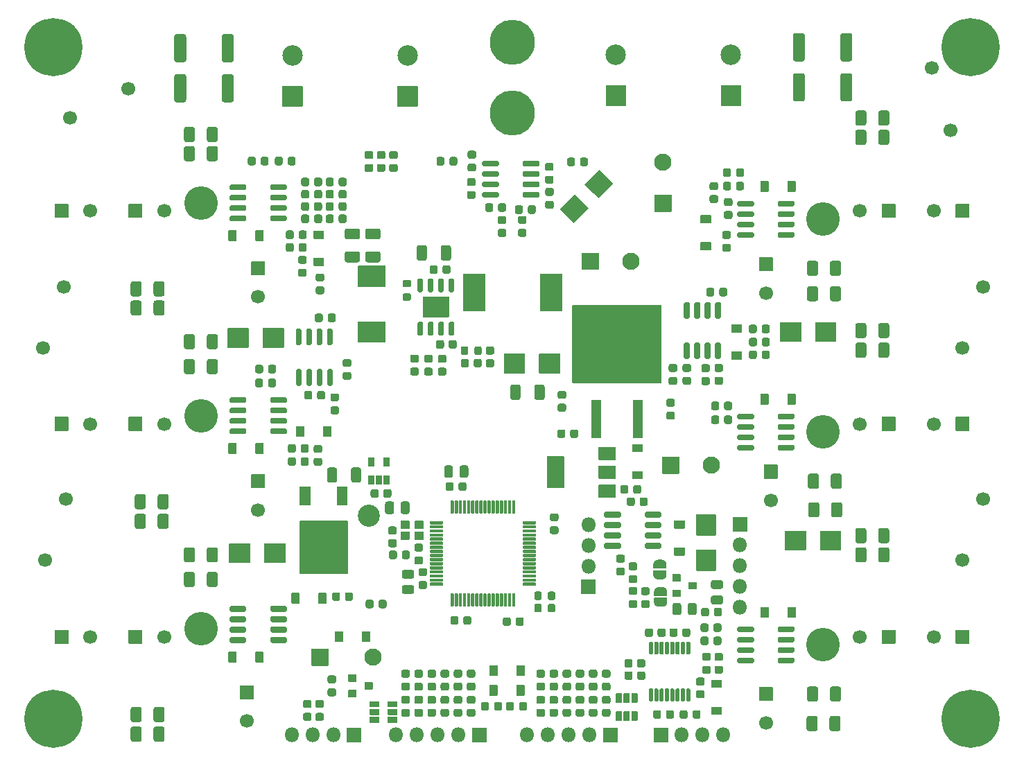
<source format=gbr>
%TF.GenerationSoftware,KiCad,Pcbnew,(5.1.9)-1*%
%TF.CreationDate,2021-03-10T13:59:59+01:00*%
%TF.ProjectId,Bobbycontroller,426f6262-7963-46f6-9e74-726f6c6c6572,rev?*%
%TF.SameCoordinates,Original*%
%TF.FileFunction,Soldermask,Top*%
%TF.FilePolarity,Negative*%
%FSLAX46Y46*%
G04 Gerber Fmt 4.6, Leading zero omitted, Abs format (unit mm)*
G04 Created by KiCad (PCBNEW (5.1.9)-1) date 2021-03-10 13:59:59*
%MOMM*%
%LPD*%
G01*
G04 APERTURE LIST*
%ADD10O,1.800000X1.800000*%
%ADD11C,1.700000*%
%ADD12C,2.700000*%
%ADD13C,5.500000*%
%ADD14C,1.000000*%
%ADD15C,7.100000*%
%ADD16C,0.100000*%
%ADD17C,2.100000*%
%ADD18C,4.100000*%
%ADD19C,2.500000*%
G04 APERTURE END LIST*
D10*
%TO.C,J9*%
X95820000Y-98000000D03*
X93280000Y-98000000D03*
X90740000Y-98000000D03*
G36*
G01*
X89050000Y-98900000D02*
X87350000Y-98900000D01*
G75*
G02*
X87300000Y-98850000I0J50000D01*
G01*
X87300000Y-97150000D01*
G75*
G02*
X87350000Y-97100000I50000J0D01*
G01*
X89050000Y-97100000D01*
G75*
G02*
X89100000Y-97150000I0J-50000D01*
G01*
X89100000Y-98850000D01*
G75*
G02*
X89050000Y-98900000I-50000J0D01*
G01*
G37*
%TD*%
%TO.C,U18*%
G36*
G01*
X91400000Y-92325000D02*
X91650000Y-92325000D01*
G75*
G02*
X91775000Y-92450000I0J-125000D01*
G01*
X91775000Y-93775000D01*
G75*
G02*
X91650000Y-93900000I-125000J0D01*
G01*
X91400000Y-93900000D01*
G75*
G02*
X91275000Y-93775000I0J125000D01*
G01*
X91275000Y-92450000D01*
G75*
G02*
X91400000Y-92325000I125000J0D01*
G01*
G37*
G36*
G01*
X90750000Y-92325000D02*
X91000000Y-92325000D01*
G75*
G02*
X91125000Y-92450000I0J-125000D01*
G01*
X91125000Y-93775000D01*
G75*
G02*
X91000000Y-93900000I-125000J0D01*
G01*
X90750000Y-93900000D01*
G75*
G02*
X90625000Y-93775000I0J125000D01*
G01*
X90625000Y-92450000D01*
G75*
G02*
X90750000Y-92325000I125000J0D01*
G01*
G37*
G36*
G01*
X90100000Y-92325000D02*
X90350000Y-92325000D01*
G75*
G02*
X90475000Y-92450000I0J-125000D01*
G01*
X90475000Y-93775000D01*
G75*
G02*
X90350000Y-93900000I-125000J0D01*
G01*
X90100000Y-93900000D01*
G75*
G02*
X89975000Y-93775000I0J125000D01*
G01*
X89975000Y-92450000D01*
G75*
G02*
X90100000Y-92325000I125000J0D01*
G01*
G37*
G36*
G01*
X89450000Y-92325000D02*
X89700000Y-92325000D01*
G75*
G02*
X89825000Y-92450000I0J-125000D01*
G01*
X89825000Y-93775000D01*
G75*
G02*
X89700000Y-93900000I-125000J0D01*
G01*
X89450000Y-93900000D01*
G75*
G02*
X89325000Y-93775000I0J125000D01*
G01*
X89325000Y-92450000D01*
G75*
G02*
X89450000Y-92325000I125000J0D01*
G01*
G37*
G36*
G01*
X88800000Y-92325000D02*
X89050000Y-92325000D01*
G75*
G02*
X89175000Y-92450000I0J-125000D01*
G01*
X89175000Y-93775000D01*
G75*
G02*
X89050000Y-93900000I-125000J0D01*
G01*
X88800000Y-93900000D01*
G75*
G02*
X88675000Y-93775000I0J125000D01*
G01*
X88675000Y-92450000D01*
G75*
G02*
X88800000Y-92325000I125000J0D01*
G01*
G37*
G36*
G01*
X88150000Y-92325000D02*
X88400000Y-92325000D01*
G75*
G02*
X88525000Y-92450000I0J-125000D01*
G01*
X88525000Y-93775000D01*
G75*
G02*
X88400000Y-93900000I-125000J0D01*
G01*
X88150000Y-93900000D01*
G75*
G02*
X88025000Y-93775000I0J125000D01*
G01*
X88025000Y-92450000D01*
G75*
G02*
X88150000Y-92325000I125000J0D01*
G01*
G37*
G36*
G01*
X87500000Y-92325000D02*
X87750000Y-92325000D01*
G75*
G02*
X87875000Y-92450000I0J-125000D01*
G01*
X87875000Y-93775000D01*
G75*
G02*
X87750000Y-93900000I-125000J0D01*
G01*
X87500000Y-93900000D01*
G75*
G02*
X87375000Y-93775000I0J125000D01*
G01*
X87375000Y-92450000D01*
G75*
G02*
X87500000Y-92325000I125000J0D01*
G01*
G37*
G36*
G01*
X86850000Y-92325000D02*
X87100000Y-92325000D01*
G75*
G02*
X87225000Y-92450000I0J-125000D01*
G01*
X87225000Y-93775000D01*
G75*
G02*
X87100000Y-93900000I-125000J0D01*
G01*
X86850000Y-93900000D01*
G75*
G02*
X86725000Y-93775000I0J125000D01*
G01*
X86725000Y-92450000D01*
G75*
G02*
X86850000Y-92325000I125000J0D01*
G01*
G37*
G36*
G01*
X86850000Y-86600000D02*
X87100000Y-86600000D01*
G75*
G02*
X87225000Y-86725000I0J-125000D01*
G01*
X87225000Y-88050000D01*
G75*
G02*
X87100000Y-88175000I-125000J0D01*
G01*
X86850000Y-88175000D01*
G75*
G02*
X86725000Y-88050000I0J125000D01*
G01*
X86725000Y-86725000D01*
G75*
G02*
X86850000Y-86600000I125000J0D01*
G01*
G37*
G36*
G01*
X87500000Y-86600000D02*
X87750000Y-86600000D01*
G75*
G02*
X87875000Y-86725000I0J-125000D01*
G01*
X87875000Y-88050000D01*
G75*
G02*
X87750000Y-88175000I-125000J0D01*
G01*
X87500000Y-88175000D01*
G75*
G02*
X87375000Y-88050000I0J125000D01*
G01*
X87375000Y-86725000D01*
G75*
G02*
X87500000Y-86600000I125000J0D01*
G01*
G37*
G36*
G01*
X88150000Y-86600000D02*
X88400000Y-86600000D01*
G75*
G02*
X88525000Y-86725000I0J-125000D01*
G01*
X88525000Y-88050000D01*
G75*
G02*
X88400000Y-88175000I-125000J0D01*
G01*
X88150000Y-88175000D01*
G75*
G02*
X88025000Y-88050000I0J125000D01*
G01*
X88025000Y-86725000D01*
G75*
G02*
X88150000Y-86600000I125000J0D01*
G01*
G37*
G36*
G01*
X88800000Y-86600000D02*
X89050000Y-86600000D01*
G75*
G02*
X89175000Y-86725000I0J-125000D01*
G01*
X89175000Y-88050000D01*
G75*
G02*
X89050000Y-88175000I-125000J0D01*
G01*
X88800000Y-88175000D01*
G75*
G02*
X88675000Y-88050000I0J125000D01*
G01*
X88675000Y-86725000D01*
G75*
G02*
X88800000Y-86600000I125000J0D01*
G01*
G37*
G36*
G01*
X89450000Y-86600000D02*
X89700000Y-86600000D01*
G75*
G02*
X89825000Y-86725000I0J-125000D01*
G01*
X89825000Y-88050000D01*
G75*
G02*
X89700000Y-88175000I-125000J0D01*
G01*
X89450000Y-88175000D01*
G75*
G02*
X89325000Y-88050000I0J125000D01*
G01*
X89325000Y-86725000D01*
G75*
G02*
X89450000Y-86600000I125000J0D01*
G01*
G37*
G36*
G01*
X90100000Y-86600000D02*
X90350000Y-86600000D01*
G75*
G02*
X90475000Y-86725000I0J-125000D01*
G01*
X90475000Y-88050000D01*
G75*
G02*
X90350000Y-88175000I-125000J0D01*
G01*
X90100000Y-88175000D01*
G75*
G02*
X89975000Y-88050000I0J125000D01*
G01*
X89975000Y-86725000D01*
G75*
G02*
X90100000Y-86600000I125000J0D01*
G01*
G37*
G36*
G01*
X90750000Y-86600000D02*
X91000000Y-86600000D01*
G75*
G02*
X91125000Y-86725000I0J-125000D01*
G01*
X91125000Y-88050000D01*
G75*
G02*
X91000000Y-88175000I-125000J0D01*
G01*
X90750000Y-88175000D01*
G75*
G02*
X90625000Y-88050000I0J125000D01*
G01*
X90625000Y-86725000D01*
G75*
G02*
X90750000Y-86600000I125000J0D01*
G01*
G37*
G36*
G01*
X91400000Y-86600000D02*
X91650000Y-86600000D01*
G75*
G02*
X91775000Y-86725000I0J-125000D01*
G01*
X91775000Y-88050000D01*
G75*
G02*
X91650000Y-88175000I-125000J0D01*
G01*
X91400000Y-88175000D01*
G75*
G02*
X91275000Y-88050000I0J125000D01*
G01*
X91275000Y-86725000D01*
G75*
G02*
X91400000Y-86600000I125000J0D01*
G01*
G37*
%TD*%
%TO.C,C81*%
G36*
G01*
X84725000Y-88975000D02*
X84725000Y-89525000D01*
G75*
G02*
X84475000Y-89775000I-250000J0D01*
G01*
X83975000Y-89775000D01*
G75*
G02*
X83725000Y-89525000I0J250000D01*
G01*
X83725000Y-88975000D01*
G75*
G02*
X83975000Y-88725000I250000J0D01*
G01*
X84475000Y-88725000D01*
G75*
G02*
X84725000Y-88975000I0J-250000D01*
G01*
G37*
G36*
G01*
X86275000Y-88975000D02*
X86275000Y-89525000D01*
G75*
G02*
X86025000Y-89775000I-250000J0D01*
G01*
X85525000Y-89775000D01*
G75*
G02*
X85275000Y-89525000I0J250000D01*
G01*
X85275000Y-88975000D01*
G75*
G02*
X85525000Y-88725000I250000J0D01*
G01*
X86025000Y-88725000D01*
G75*
G02*
X86275000Y-88975000I0J-250000D01*
G01*
G37*
%TD*%
%TO.C,C80*%
G36*
G01*
X84725000Y-90475000D02*
X84725000Y-91025000D01*
G75*
G02*
X84475000Y-91275000I-250000J0D01*
G01*
X83975000Y-91275000D01*
G75*
G02*
X83725000Y-91025000I0J250000D01*
G01*
X83725000Y-90475000D01*
G75*
G02*
X83975000Y-90225000I250000J0D01*
G01*
X84475000Y-90225000D01*
G75*
G02*
X84725000Y-90475000I0J-250000D01*
G01*
G37*
G36*
G01*
X86275000Y-90475000D02*
X86275000Y-91025000D01*
G75*
G02*
X86025000Y-91275000I-250000J0D01*
G01*
X85525000Y-91275000D01*
G75*
G02*
X85275000Y-91025000I0J250000D01*
G01*
X85275000Y-90475000D01*
G75*
G02*
X85525000Y-90225000I250000J0D01*
G01*
X86025000Y-90225000D01*
G75*
G02*
X86275000Y-90475000I0J-250000D01*
G01*
G37*
%TD*%
%TO.C,C79*%
G36*
G01*
X87225000Y-85225000D02*
X87225000Y-85775000D01*
G75*
G02*
X86975000Y-86025000I-250000J0D01*
G01*
X86475000Y-86025000D01*
G75*
G02*
X86225000Y-85775000I0J250000D01*
G01*
X86225000Y-85225000D01*
G75*
G02*
X86475000Y-84975000I250000J0D01*
G01*
X86975000Y-84975000D01*
G75*
G02*
X87225000Y-85225000I0J-250000D01*
G01*
G37*
G36*
G01*
X88775000Y-85225000D02*
X88775000Y-85775000D01*
G75*
G02*
X88525000Y-86025000I-250000J0D01*
G01*
X88025000Y-86025000D01*
G75*
G02*
X87775000Y-85775000I0J250000D01*
G01*
X87775000Y-85225000D01*
G75*
G02*
X88025000Y-84975000I250000J0D01*
G01*
X88525000Y-84975000D01*
G75*
G02*
X88775000Y-85225000I0J-250000D01*
G01*
G37*
%TD*%
%TO.C,C78*%
G36*
G01*
X92725000Y-92525000D02*
X93275000Y-92525000D01*
G75*
G02*
X93525000Y-92775000I0J-250000D01*
G01*
X93525000Y-93275000D01*
G75*
G02*
X93275000Y-93525000I-250000J0D01*
G01*
X92725000Y-93525000D01*
G75*
G02*
X92475000Y-93275000I0J250000D01*
G01*
X92475000Y-92775000D01*
G75*
G02*
X92725000Y-92525000I250000J0D01*
G01*
G37*
G36*
G01*
X92725000Y-90975000D02*
X93275000Y-90975000D01*
G75*
G02*
X93525000Y-91225000I0J-250000D01*
G01*
X93525000Y-91725000D01*
G75*
G02*
X93275000Y-91975000I-250000J0D01*
G01*
X92725000Y-91975000D01*
G75*
G02*
X92475000Y-91725000I0J250000D01*
G01*
X92475000Y-91225000D01*
G75*
G02*
X92725000Y-90975000I250000J0D01*
G01*
G37*
%TD*%
%TO.C,C77*%
G36*
G01*
X90225000Y-85225000D02*
X90225000Y-85775000D01*
G75*
G02*
X89975000Y-86025000I-250000J0D01*
G01*
X89475000Y-86025000D01*
G75*
G02*
X89225000Y-85775000I0J250000D01*
G01*
X89225000Y-85225000D01*
G75*
G02*
X89475000Y-84975000I250000J0D01*
G01*
X89975000Y-84975000D01*
G75*
G02*
X90225000Y-85225000I0J-250000D01*
G01*
G37*
G36*
G01*
X91775000Y-85225000D02*
X91775000Y-85775000D01*
G75*
G02*
X91525000Y-86025000I-250000J0D01*
G01*
X91025000Y-86025000D01*
G75*
G02*
X90775000Y-85775000I0J250000D01*
G01*
X90775000Y-85225000D01*
G75*
G02*
X91025000Y-84975000I250000J0D01*
G01*
X91525000Y-84975000D01*
G75*
G02*
X91775000Y-85225000I0J-250000D01*
G01*
G37*
%TD*%
D11*
%TO.C,RV3*%
X121301028Y-16531209D03*
X123554972Y-24108791D03*
%TD*%
%TO.C,RV4*%
X16022466Y-22595767D03*
X23093534Y-19060233D03*
%TD*%
%TO.C,V12*%
G36*
G01*
X44100000Y-71850000D02*
X49900000Y-71850000D01*
G75*
G02*
X49950000Y-71900000I0J-50000D01*
G01*
X49950000Y-78300000D01*
G75*
G02*
X49900000Y-78350000I-50000J0D01*
G01*
X44100000Y-78350000D01*
G75*
G02*
X44050000Y-78300000I0J50000D01*
G01*
X44050000Y-71900000D01*
G75*
G02*
X44100000Y-71850000I50000J0D01*
G01*
G37*
G36*
G01*
X44120000Y-67650000D02*
X45320000Y-67650000D01*
G75*
G02*
X45370000Y-67700000I0J-50000D01*
G01*
X45370000Y-69900000D01*
G75*
G02*
X45320000Y-69950000I-50000J0D01*
G01*
X44120000Y-69950000D01*
G75*
G02*
X44070000Y-69900000I0J50000D01*
G01*
X44070000Y-67700000D01*
G75*
G02*
X44120000Y-67650000I50000J0D01*
G01*
G37*
G36*
G01*
X48680000Y-67650000D02*
X49880000Y-67650000D01*
G75*
G02*
X49930000Y-67700000I0J-50000D01*
G01*
X49930000Y-69900000D01*
G75*
G02*
X49880000Y-69950000I-50000J0D01*
G01*
X48680000Y-69950000D01*
G75*
G02*
X48630000Y-69900000I0J50000D01*
G01*
X48630000Y-67700000D01*
G75*
G02*
X48680000Y-67650000I50000J0D01*
G01*
G37*
%TD*%
%TO.C,C44*%
G36*
G01*
X85587500Y-69781250D02*
X85587500Y-69218750D01*
G75*
G02*
X85831250Y-68975000I243750J0D01*
G01*
X86318750Y-68975000D01*
G75*
G02*
X86562500Y-69218750I0J-243750D01*
G01*
X86562500Y-69781250D01*
G75*
G02*
X86318750Y-70025000I-243750J0D01*
G01*
X85831250Y-70025000D01*
G75*
G02*
X85587500Y-69781250I0J243750D01*
G01*
G37*
G36*
G01*
X84012500Y-69781250D02*
X84012500Y-69218750D01*
G75*
G02*
X84256250Y-68975000I243750J0D01*
G01*
X84743750Y-68975000D01*
G75*
G02*
X84987500Y-69218750I0J-243750D01*
G01*
X84987500Y-69781250D01*
G75*
G02*
X84743750Y-70025000I-243750J0D01*
G01*
X84256250Y-70025000D01*
G75*
G02*
X84012500Y-69781250I0J243750D01*
G01*
G37*
%TD*%
%TO.C,U7*%
G36*
G01*
X86200000Y-71270000D02*
X86200000Y-70920000D01*
G75*
G02*
X86375000Y-70745000I175000J0D01*
G01*
X88075000Y-70745000D01*
G75*
G02*
X88250000Y-70920000I0J-175000D01*
G01*
X88250000Y-71270000D01*
G75*
G02*
X88075000Y-71445000I-175000J0D01*
G01*
X86375000Y-71445000D01*
G75*
G02*
X86200000Y-71270000I0J175000D01*
G01*
G37*
G36*
G01*
X86200000Y-72540000D02*
X86200000Y-72190000D01*
G75*
G02*
X86375000Y-72015000I175000J0D01*
G01*
X88075000Y-72015000D01*
G75*
G02*
X88250000Y-72190000I0J-175000D01*
G01*
X88250000Y-72540000D01*
G75*
G02*
X88075000Y-72715000I-175000J0D01*
G01*
X86375000Y-72715000D01*
G75*
G02*
X86200000Y-72540000I0J175000D01*
G01*
G37*
G36*
G01*
X86200000Y-73810000D02*
X86200000Y-73460000D01*
G75*
G02*
X86375000Y-73285000I175000J0D01*
G01*
X88075000Y-73285000D01*
G75*
G02*
X88250000Y-73460000I0J-175000D01*
G01*
X88250000Y-73810000D01*
G75*
G02*
X88075000Y-73985000I-175000J0D01*
G01*
X86375000Y-73985000D01*
G75*
G02*
X86200000Y-73810000I0J175000D01*
G01*
G37*
G36*
G01*
X86200000Y-75080000D02*
X86200000Y-74730000D01*
G75*
G02*
X86375000Y-74555000I175000J0D01*
G01*
X88075000Y-74555000D01*
G75*
G02*
X88250000Y-74730000I0J-175000D01*
G01*
X88250000Y-75080000D01*
G75*
G02*
X88075000Y-75255000I-175000J0D01*
G01*
X86375000Y-75255000D01*
G75*
G02*
X86200000Y-75080000I0J175000D01*
G01*
G37*
G36*
G01*
X81250000Y-75080000D02*
X81250000Y-74730000D01*
G75*
G02*
X81425000Y-74555000I175000J0D01*
G01*
X83125000Y-74555000D01*
G75*
G02*
X83300000Y-74730000I0J-175000D01*
G01*
X83300000Y-75080000D01*
G75*
G02*
X83125000Y-75255000I-175000J0D01*
G01*
X81425000Y-75255000D01*
G75*
G02*
X81250000Y-75080000I0J175000D01*
G01*
G37*
G36*
G01*
X81250000Y-73810000D02*
X81250000Y-73460000D01*
G75*
G02*
X81425000Y-73285000I175000J0D01*
G01*
X83125000Y-73285000D01*
G75*
G02*
X83300000Y-73460000I0J-175000D01*
G01*
X83300000Y-73810000D01*
G75*
G02*
X83125000Y-73985000I-175000J0D01*
G01*
X81425000Y-73985000D01*
G75*
G02*
X81250000Y-73810000I0J175000D01*
G01*
G37*
G36*
G01*
X81250000Y-72540000D02*
X81250000Y-72190000D01*
G75*
G02*
X81425000Y-72015000I175000J0D01*
G01*
X83125000Y-72015000D01*
G75*
G02*
X83300000Y-72190000I0J-175000D01*
G01*
X83300000Y-72540000D01*
G75*
G02*
X83125000Y-72715000I-175000J0D01*
G01*
X81425000Y-72715000D01*
G75*
G02*
X81250000Y-72540000I0J175000D01*
G01*
G37*
G36*
G01*
X81250000Y-71270000D02*
X81250000Y-70920000D01*
G75*
G02*
X81425000Y-70745000I175000J0D01*
G01*
X83125000Y-70745000D01*
G75*
G02*
X83300000Y-70920000I0J-175000D01*
G01*
X83300000Y-71270000D01*
G75*
G02*
X83125000Y-71445000I-175000J0D01*
G01*
X81425000Y-71445000D01*
G75*
G02*
X81250000Y-71270000I0J175000D01*
G01*
G37*
%TD*%
%TO.C,D17*%
G36*
G01*
X91580000Y-80160000D02*
X91580000Y-79360000D01*
G75*
G02*
X91630000Y-79310000I50000J0D01*
G01*
X92530000Y-79310000D01*
G75*
G02*
X92580000Y-79360000I0J-50000D01*
G01*
X92580000Y-80160000D01*
G75*
G02*
X92530000Y-80210000I-50000J0D01*
G01*
X91630000Y-80210000D01*
G75*
G02*
X91580000Y-80160000I0J50000D01*
G01*
G37*
G36*
G01*
X89580000Y-81110000D02*
X89580000Y-80310000D01*
G75*
G02*
X89630000Y-80260000I50000J0D01*
G01*
X90530000Y-80260000D01*
G75*
G02*
X90580000Y-80310000I0J-50000D01*
G01*
X90580000Y-81110000D01*
G75*
G02*
X90530000Y-81160000I-50000J0D01*
G01*
X89630000Y-81160000D01*
G75*
G02*
X89580000Y-81110000I0J50000D01*
G01*
G37*
G36*
G01*
X89580000Y-79210000D02*
X89580000Y-78410000D01*
G75*
G02*
X89630000Y-78360000I50000J0D01*
G01*
X90530000Y-78360000D01*
G75*
G02*
X90580000Y-78410000I0J-50000D01*
G01*
X90580000Y-79210000D01*
G75*
G02*
X90530000Y-79260000I-50000J0D01*
G01*
X89630000Y-79260000D01*
G75*
G02*
X89580000Y-79210000I0J50000D01*
G01*
G37*
%TD*%
%TO.C,U17*%
G36*
G01*
X53125000Y-65230000D02*
X52475000Y-65230000D01*
G75*
G02*
X52425000Y-65180000I0J50000D01*
G01*
X52425000Y-64120000D01*
G75*
G02*
X52475000Y-64070000I50000J0D01*
G01*
X53125000Y-64070000D01*
G75*
G02*
X53175000Y-64120000I0J-50000D01*
G01*
X53175000Y-65180000D01*
G75*
G02*
X53125000Y-65230000I-50000J0D01*
G01*
G37*
G36*
G01*
X55025000Y-65230000D02*
X54375000Y-65230000D01*
G75*
G02*
X54325000Y-65180000I0J50000D01*
G01*
X54325000Y-64120000D01*
G75*
G02*
X54375000Y-64070000I50000J0D01*
G01*
X55025000Y-64070000D01*
G75*
G02*
X55075000Y-64120000I0J-50000D01*
G01*
X55075000Y-65180000D01*
G75*
G02*
X55025000Y-65230000I-50000J0D01*
G01*
G37*
G36*
G01*
X55025000Y-67430000D02*
X54375000Y-67430000D01*
G75*
G02*
X54325000Y-67380000I0J50000D01*
G01*
X54325000Y-66320000D01*
G75*
G02*
X54375000Y-66270000I50000J0D01*
G01*
X55025000Y-66270000D01*
G75*
G02*
X55075000Y-66320000I0J-50000D01*
G01*
X55075000Y-67380000D01*
G75*
G02*
X55025000Y-67430000I-50000J0D01*
G01*
G37*
G36*
G01*
X54075000Y-67430000D02*
X53425000Y-67430000D01*
G75*
G02*
X53375000Y-67380000I0J50000D01*
G01*
X53375000Y-66320000D01*
G75*
G02*
X53425000Y-66270000I50000J0D01*
G01*
X54075000Y-66270000D01*
G75*
G02*
X54125000Y-66320000I0J-50000D01*
G01*
X54125000Y-67380000D01*
G75*
G02*
X54075000Y-67430000I-50000J0D01*
G01*
G37*
G36*
G01*
X53125000Y-67430000D02*
X52475000Y-67430000D01*
G75*
G02*
X52425000Y-67380000I0J50000D01*
G01*
X52425000Y-66320000D01*
G75*
G02*
X52475000Y-66270000I50000J0D01*
G01*
X53125000Y-66270000D01*
G75*
G02*
X53175000Y-66320000I0J-50000D01*
G01*
X53175000Y-67380000D01*
G75*
G02*
X53125000Y-67430000I-50000J0D01*
G01*
G37*
%TD*%
%TO.C,R79*%
G36*
G01*
X50350000Y-66902779D02*
X50350000Y-65597221D01*
G75*
G02*
X50622221Y-65325000I272221J0D01*
G01*
X51302779Y-65325000D01*
G75*
G02*
X51575000Y-65597221I0J-272221D01*
G01*
X51575000Y-66902779D01*
G75*
G02*
X51302779Y-67175000I-272221J0D01*
G01*
X50622221Y-67175000D01*
G75*
G02*
X50350000Y-66902779I0J272221D01*
G01*
G37*
G36*
G01*
X47425000Y-66902779D02*
X47425000Y-65597221D01*
G75*
G02*
X47697221Y-65325000I272221J0D01*
G01*
X48377779Y-65325000D01*
G75*
G02*
X48650000Y-65597221I0J-272221D01*
G01*
X48650000Y-66902779D01*
G75*
G02*
X48377779Y-67175000I-272221J0D01*
G01*
X47697221Y-67175000D01*
G75*
G02*
X47425000Y-66902779I0J272221D01*
G01*
G37*
%TD*%
%TO.C,R47*%
G36*
G01*
X74375000Y-81300000D02*
X74375000Y-80700000D01*
G75*
G02*
X74600000Y-80475000I225000J0D01*
G01*
X75050000Y-80475000D01*
G75*
G02*
X75275000Y-80700000I0J-225000D01*
G01*
X75275000Y-81300000D01*
G75*
G02*
X75050000Y-81525000I-225000J0D01*
G01*
X74600000Y-81525000D01*
G75*
G02*
X74375000Y-81300000I0J225000D01*
G01*
G37*
G36*
G01*
X72725000Y-81300000D02*
X72725000Y-80700000D01*
G75*
G02*
X72950000Y-80475000I225000J0D01*
G01*
X73400000Y-80475000D01*
G75*
G02*
X73625000Y-80700000I0J-225000D01*
G01*
X73625000Y-81300000D01*
G75*
G02*
X73400000Y-81525000I-225000J0D01*
G01*
X72950000Y-81525000D01*
G75*
G02*
X72725000Y-81300000I0J225000D01*
G01*
G37*
%TD*%
%TO.C,R46*%
G36*
G01*
X74375000Y-82800000D02*
X74375000Y-82200000D01*
G75*
G02*
X74600000Y-81975000I225000J0D01*
G01*
X75050000Y-81975000D01*
G75*
G02*
X75275000Y-82200000I0J-225000D01*
G01*
X75275000Y-82800000D01*
G75*
G02*
X75050000Y-83025000I-225000J0D01*
G01*
X74600000Y-83025000D01*
G75*
G02*
X74375000Y-82800000I0J225000D01*
G01*
G37*
G36*
G01*
X72725000Y-82800000D02*
X72725000Y-82200000D01*
G75*
G02*
X72950000Y-81975000I225000J0D01*
G01*
X73400000Y-81975000D01*
G75*
G02*
X73625000Y-82200000I0J-225000D01*
G01*
X73625000Y-82800000D01*
G75*
G02*
X73400000Y-83025000I-225000J0D01*
G01*
X72950000Y-83025000D01*
G75*
G02*
X72725000Y-82800000I0J225000D01*
G01*
G37*
%TD*%
D12*
%TO.C,J17*%
X52500000Y-71250000D03*
%TD*%
%TO.C,C76*%
G36*
G01*
X56400000Y-70750000D02*
X56400000Y-69750000D01*
G75*
G02*
X56675000Y-69475000I275000J0D01*
G01*
X57225000Y-69475000D01*
G75*
G02*
X57500000Y-69750000I0J-275000D01*
G01*
X57500000Y-70750000D01*
G75*
G02*
X57225000Y-71025000I-275000J0D01*
G01*
X56675000Y-71025000D01*
G75*
G02*
X56400000Y-70750000I0J275000D01*
G01*
G37*
G36*
G01*
X54500000Y-70750000D02*
X54500000Y-69750000D01*
G75*
G02*
X54775000Y-69475000I275000J0D01*
G01*
X55325000Y-69475000D01*
G75*
G02*
X55600000Y-69750000I0J-275000D01*
G01*
X55600000Y-70750000D01*
G75*
G02*
X55325000Y-71025000I-275000J0D01*
G01*
X54775000Y-71025000D01*
G75*
G02*
X54500000Y-70750000I0J275000D01*
G01*
G37*
%TD*%
%TO.C,C75*%
G36*
G01*
X54275000Y-68775000D02*
X54275000Y-68225000D01*
G75*
G02*
X54525000Y-67975000I250000J0D01*
G01*
X55025000Y-67975000D01*
G75*
G02*
X55275000Y-68225000I0J-250000D01*
G01*
X55275000Y-68775000D01*
G75*
G02*
X55025000Y-69025000I-250000J0D01*
G01*
X54525000Y-69025000D01*
G75*
G02*
X54275000Y-68775000I0J250000D01*
G01*
G37*
G36*
G01*
X52725000Y-68775000D02*
X52725000Y-68225000D01*
G75*
G02*
X52975000Y-67975000I250000J0D01*
G01*
X53475000Y-67975000D01*
G75*
G02*
X53725000Y-68225000I0J-250000D01*
G01*
X53725000Y-68775000D01*
G75*
G02*
X53475000Y-69025000I-250000J0D01*
G01*
X52975000Y-69025000D01*
G75*
G02*
X52725000Y-68775000I0J250000D01*
G01*
G37*
%TD*%
D11*
%TO.C,RV1*%
X127488000Y-43240000D03*
X124988000Y-50740000D03*
%TD*%
%TO.C,RV2*%
X127488000Y-69148000D03*
X124988000Y-76648000D03*
%TD*%
%TO.C,RV5*%
X15474000Y-69148000D03*
X12974000Y-76648000D03*
%TD*%
%TO.C,RV6*%
X15220000Y-43240000D03*
X12720000Y-50740000D03*
%TD*%
%TO.C,L1*%
G36*
G01*
X73420000Y-46180000D02*
X73420000Y-41680000D01*
G75*
G02*
X73470000Y-41630000I50000J0D01*
G01*
X76070000Y-41630000D01*
G75*
G02*
X76120000Y-41680000I0J-50000D01*
G01*
X76120000Y-46180000D01*
G75*
G02*
X76070000Y-46230000I-50000J0D01*
G01*
X73470000Y-46230000D01*
G75*
G02*
X73420000Y-46180000I0J50000D01*
G01*
G37*
G36*
G01*
X64020000Y-46180000D02*
X64020000Y-41680000D01*
G75*
G02*
X64070000Y-41630000I50000J0D01*
G01*
X66670000Y-41630000D01*
G75*
G02*
X66720000Y-41680000I0J-50000D01*
G01*
X66720000Y-46180000D01*
G75*
G02*
X66670000Y-46230000I-50000J0D01*
G01*
X64070000Y-46230000D01*
G75*
G02*
X64020000Y-46180000I0J50000D01*
G01*
G37*
%TD*%
%TO.C,X1*%
G36*
G01*
X56400000Y-74100000D02*
X56400000Y-73200000D01*
G75*
G02*
X56450000Y-73150000I50000J0D01*
G01*
X57450000Y-73150000D01*
G75*
G02*
X57500000Y-73200000I0J-50000D01*
G01*
X57500000Y-74100000D01*
G75*
G02*
X57450000Y-74150000I-50000J0D01*
G01*
X56450000Y-74150000D01*
G75*
G02*
X56400000Y-74100000I0J50000D01*
G01*
G37*
G36*
G01*
X58100000Y-74100000D02*
X58100000Y-73200000D01*
G75*
G02*
X58150000Y-73150000I50000J0D01*
G01*
X59150000Y-73150000D01*
G75*
G02*
X59200000Y-73200000I0J-50000D01*
G01*
X59200000Y-74100000D01*
G75*
G02*
X59150000Y-74150000I-50000J0D01*
G01*
X58150000Y-74150000D01*
G75*
G02*
X58100000Y-74100000I0J50000D01*
G01*
G37*
G36*
G01*
X58100000Y-72800000D02*
X58100000Y-71900000D01*
G75*
G02*
X58150000Y-71850000I50000J0D01*
G01*
X59150000Y-71850000D01*
G75*
G02*
X59200000Y-71900000I0J-50000D01*
G01*
X59200000Y-72800000D01*
G75*
G02*
X59150000Y-72850000I-50000J0D01*
G01*
X58150000Y-72850000D01*
G75*
G02*
X58100000Y-72800000I0J50000D01*
G01*
G37*
G36*
G01*
X56400000Y-72800000D02*
X56400000Y-71900000D01*
G75*
G02*
X56450000Y-71850000I50000J0D01*
G01*
X57450000Y-71850000D01*
G75*
G02*
X57500000Y-71900000I0J-50000D01*
G01*
X57500000Y-72800000D01*
G75*
G02*
X57450000Y-72850000I-50000J0D01*
G01*
X56450000Y-72850000D01*
G75*
G02*
X56400000Y-72800000I0J50000D01*
G01*
G37*
%TD*%
%TO.C,C70*%
G36*
G01*
X55125000Y-74075000D02*
X55675000Y-74075000D01*
G75*
G02*
X55925000Y-74325000I0J-250000D01*
G01*
X55925000Y-74825000D01*
G75*
G02*
X55675000Y-75075000I-250000J0D01*
G01*
X55125000Y-75075000D01*
G75*
G02*
X54875000Y-74825000I0J250000D01*
G01*
X54875000Y-74325000D01*
G75*
G02*
X55125000Y-74075000I250000J0D01*
G01*
G37*
G36*
G01*
X55125000Y-72525000D02*
X55675000Y-72525000D01*
G75*
G02*
X55925000Y-72775000I0J-250000D01*
G01*
X55925000Y-73275000D01*
G75*
G02*
X55675000Y-73525000I-250000J0D01*
G01*
X55125000Y-73525000D01*
G75*
G02*
X54875000Y-73275000I0J250000D01*
G01*
X54875000Y-72775000D01*
G75*
G02*
X55125000Y-72525000I250000J0D01*
G01*
G37*
%TD*%
%TO.C,R4.1*%
G36*
G01*
X52345000Y-38925000D02*
X53655000Y-38925000D01*
G75*
G02*
X53925000Y-39195000I0J-270000D01*
G01*
X53925000Y-40005000D01*
G75*
G02*
X53655000Y-40275000I-270000J0D01*
G01*
X52345000Y-40275000D01*
G75*
G02*
X52075000Y-40005000I0J270000D01*
G01*
X52075000Y-39195000D01*
G75*
G02*
X52345000Y-38925000I270000J0D01*
G01*
G37*
G36*
G01*
X52345000Y-36125000D02*
X53655000Y-36125000D01*
G75*
G02*
X53925000Y-36395000I0J-270000D01*
G01*
X53925000Y-37205000D01*
G75*
G02*
X53655000Y-37475000I-270000J0D01*
G01*
X52345000Y-37475000D01*
G75*
G02*
X52075000Y-37205000I0J270000D01*
G01*
X52075000Y-36395000D01*
G75*
G02*
X52345000Y-36125000I270000J0D01*
G01*
G37*
%TD*%
%TO.C,D39*%
G36*
G01*
X77685786Y-31987869D02*
X79312131Y-33614214D01*
G75*
G02*
X79312131Y-33684924I-35355J-35355D01*
G01*
X77544364Y-35452691D01*
G75*
G02*
X77473654Y-35452691I-35355J35355D01*
G01*
X75847309Y-33826346D01*
G75*
G02*
X75847309Y-33755636I35355J35355D01*
G01*
X77615076Y-31987869D01*
G75*
G02*
X77685786Y-31987869I35355J-35355D01*
G01*
G37*
G36*
G01*
X80726346Y-28947309D02*
X82352691Y-30573654D01*
G75*
G02*
X82352691Y-30644364I-35355J-35355D01*
G01*
X80584924Y-32412131D01*
G75*
G02*
X80514214Y-32412131I-35355J35355D01*
G01*
X78887869Y-30785786D01*
G75*
G02*
X78887869Y-30715076I35355J35355D01*
G01*
X80655636Y-28947309D01*
G75*
G02*
X80726346Y-28947309I35355J-35355D01*
G01*
G37*
%TD*%
%TO.C,D38*%
G36*
G01*
X39550000Y-50650000D02*
X39550000Y-48350000D01*
G75*
G02*
X39600000Y-48300000I50000J0D01*
G01*
X42100000Y-48300000D01*
G75*
G02*
X42150000Y-48350000I0J-50000D01*
G01*
X42150000Y-50650000D01*
G75*
G02*
X42100000Y-50700000I-50000J0D01*
G01*
X39600000Y-50700000D01*
G75*
G02*
X39550000Y-50650000I0J50000D01*
G01*
G37*
G36*
G01*
X35250000Y-50650000D02*
X35250000Y-48350000D01*
G75*
G02*
X35300000Y-48300000I50000J0D01*
G01*
X37800000Y-48300000D01*
G75*
G02*
X37850000Y-48350000I0J-50000D01*
G01*
X37850000Y-50650000D01*
G75*
G02*
X37800000Y-50700000I-50000J0D01*
G01*
X35300000Y-50700000D01*
G75*
G02*
X35250000Y-50650000I0J50000D01*
G01*
G37*
%TD*%
%TO.C,D37*%
G36*
G01*
X39750000Y-76950000D02*
X39750000Y-74650000D01*
G75*
G02*
X39800000Y-74600000I50000J0D01*
G01*
X42300000Y-74600000D01*
G75*
G02*
X42350000Y-74650000I0J-50000D01*
G01*
X42350000Y-76950000D01*
G75*
G02*
X42300000Y-77000000I-50000J0D01*
G01*
X39800000Y-77000000D01*
G75*
G02*
X39750000Y-76950000I0J50000D01*
G01*
G37*
G36*
G01*
X35450000Y-76950000D02*
X35450000Y-74650000D01*
G75*
G02*
X35500000Y-74600000I50000J0D01*
G01*
X38000000Y-74600000D01*
G75*
G02*
X38050000Y-74650000I0J-50000D01*
G01*
X38050000Y-76950000D01*
G75*
G02*
X38000000Y-77000000I-50000J0D01*
G01*
X35500000Y-77000000D01*
G75*
G02*
X35450000Y-76950000I0J50000D01*
G01*
G37*
%TD*%
%TO.C,D36*%
G36*
G01*
X107022000Y-49918000D02*
X107022000Y-47618000D01*
G75*
G02*
X107072000Y-47568000I50000J0D01*
G01*
X109572000Y-47568000D01*
G75*
G02*
X109622000Y-47618000I0J-50000D01*
G01*
X109622000Y-49918000D01*
G75*
G02*
X109572000Y-49968000I-50000J0D01*
G01*
X107072000Y-49968000D01*
G75*
G02*
X107022000Y-49918000I0J50000D01*
G01*
G37*
G36*
G01*
X102722000Y-49918000D02*
X102722000Y-47618000D01*
G75*
G02*
X102772000Y-47568000I50000J0D01*
G01*
X105272000Y-47568000D01*
G75*
G02*
X105322000Y-47618000I0J-50000D01*
G01*
X105322000Y-49918000D01*
G75*
G02*
X105272000Y-49968000I-50000J0D01*
G01*
X102772000Y-49968000D01*
G75*
G02*
X102722000Y-49918000I0J50000D01*
G01*
G37*
%TD*%
%TO.C,D35*%
G36*
G01*
X107600000Y-75400000D02*
X107600000Y-73100000D01*
G75*
G02*
X107650000Y-73050000I50000J0D01*
G01*
X110150000Y-73050000D01*
G75*
G02*
X110200000Y-73100000I0J-50000D01*
G01*
X110200000Y-75400000D01*
G75*
G02*
X110150000Y-75450000I-50000J0D01*
G01*
X107650000Y-75450000D01*
G75*
G02*
X107600000Y-75400000I0J50000D01*
G01*
G37*
G36*
G01*
X103300000Y-75400000D02*
X103300000Y-73100000D01*
G75*
G02*
X103350000Y-73050000I50000J0D01*
G01*
X105850000Y-73050000D01*
G75*
G02*
X105900000Y-73100000I0J-50000D01*
G01*
X105900000Y-75400000D01*
G75*
G02*
X105850000Y-75450000I-50000J0D01*
G01*
X103350000Y-75450000D01*
G75*
G02*
X103300000Y-75400000I0J50000D01*
G01*
G37*
%TD*%
%TO.C,R77*%
G36*
G01*
X38700000Y-27618750D02*
X38700000Y-28181250D01*
G75*
G02*
X38456250Y-28425000I-243750J0D01*
G01*
X37968750Y-28425000D01*
G75*
G02*
X37725000Y-28181250I0J243750D01*
G01*
X37725000Y-27618750D01*
G75*
G02*
X37968750Y-27375000I243750J0D01*
G01*
X38456250Y-27375000D01*
G75*
G02*
X38700000Y-27618750I0J-243750D01*
G01*
G37*
G36*
G01*
X40275000Y-27618750D02*
X40275000Y-28181250D01*
G75*
G02*
X40031250Y-28425000I-243750J0D01*
G01*
X39543750Y-28425000D01*
G75*
G02*
X39300000Y-28181250I0J243750D01*
G01*
X39300000Y-27618750D01*
G75*
G02*
X39543750Y-27375000I243750J0D01*
G01*
X40031250Y-27375000D01*
G75*
G02*
X40275000Y-27618750I0J-243750D01*
G01*
G37*
%TD*%
%TO.C,R76*%
G36*
G01*
X42600000Y-28181250D02*
X42600000Y-27618750D01*
G75*
G02*
X42843750Y-27375000I243750J0D01*
G01*
X43331250Y-27375000D01*
G75*
G02*
X43575000Y-27618750I0J-243750D01*
G01*
X43575000Y-28181250D01*
G75*
G02*
X43331250Y-28425000I-243750J0D01*
G01*
X42843750Y-28425000D01*
G75*
G02*
X42600000Y-28181250I0J243750D01*
G01*
G37*
G36*
G01*
X41025000Y-28181250D02*
X41025000Y-27618750D01*
G75*
G02*
X41268750Y-27375000I243750J0D01*
G01*
X41756250Y-27375000D01*
G75*
G02*
X42000000Y-27618750I0J-243750D01*
G01*
X42000000Y-28181250D01*
G75*
G02*
X41756250Y-28425000I-243750J0D01*
G01*
X41268750Y-28425000D01*
G75*
G02*
X41025000Y-28181250I0J243750D01*
G01*
G37*
%TD*%
%TO.C,R75*%
G36*
G01*
X39612500Y-53018750D02*
X39612500Y-53581250D01*
G75*
G02*
X39368750Y-53825000I-243750J0D01*
G01*
X38881250Y-53825000D01*
G75*
G02*
X38637500Y-53581250I0J243750D01*
G01*
X38637500Y-53018750D01*
G75*
G02*
X38881250Y-52775000I243750J0D01*
G01*
X39368750Y-52775000D01*
G75*
G02*
X39612500Y-53018750I0J-243750D01*
G01*
G37*
G36*
G01*
X41187500Y-53018750D02*
X41187500Y-53581250D01*
G75*
G02*
X40943750Y-53825000I-243750J0D01*
G01*
X40456250Y-53825000D01*
G75*
G02*
X40212500Y-53581250I0J243750D01*
G01*
X40212500Y-53018750D01*
G75*
G02*
X40456250Y-52775000I243750J0D01*
G01*
X40943750Y-52775000D01*
G75*
G02*
X41187500Y-53018750I0J-243750D01*
G01*
G37*
%TD*%
%TO.C,R74*%
G36*
G01*
X39600000Y-54718750D02*
X39600000Y-55281250D01*
G75*
G02*
X39356250Y-55525000I-243750J0D01*
G01*
X38868750Y-55525000D01*
G75*
G02*
X38625000Y-55281250I0J243750D01*
G01*
X38625000Y-54718750D01*
G75*
G02*
X38868750Y-54475000I243750J0D01*
G01*
X39356250Y-54475000D01*
G75*
G02*
X39600000Y-54718750I0J-243750D01*
G01*
G37*
G36*
G01*
X41175000Y-54718750D02*
X41175000Y-55281250D01*
G75*
G02*
X40931250Y-55525000I-243750J0D01*
G01*
X40443750Y-55525000D01*
G75*
G02*
X40200000Y-55281250I0J243750D01*
G01*
X40200000Y-54718750D01*
G75*
G02*
X40443750Y-54475000I243750J0D01*
G01*
X40931250Y-54475000D01*
G75*
G02*
X41175000Y-54718750I0J-243750D01*
G01*
G37*
%TD*%
%TO.C,R73*%
G36*
G01*
X53700000Y-82281250D02*
X53700000Y-81718750D01*
G75*
G02*
X53943750Y-81475000I243750J0D01*
G01*
X54431250Y-81475000D01*
G75*
G02*
X54675000Y-81718750I0J-243750D01*
G01*
X54675000Y-82281250D01*
G75*
G02*
X54431250Y-82525000I-243750J0D01*
G01*
X53943750Y-82525000D01*
G75*
G02*
X53700000Y-82281250I0J243750D01*
G01*
G37*
G36*
G01*
X52125000Y-82281250D02*
X52125000Y-81718750D01*
G75*
G02*
X52368750Y-81475000I243750J0D01*
G01*
X52856250Y-81475000D01*
G75*
G02*
X53100000Y-81718750I0J-243750D01*
G01*
X53100000Y-82281250D01*
G75*
G02*
X52856250Y-82525000I-243750J0D01*
G01*
X52368750Y-82525000D01*
G75*
G02*
X52125000Y-82281250I0J243750D01*
G01*
G37*
%TD*%
%TO.C,R72*%
G36*
G01*
X49600000Y-81381250D02*
X49600000Y-80818750D01*
G75*
G02*
X49843750Y-80575000I243750J0D01*
G01*
X50331250Y-80575000D01*
G75*
G02*
X50575000Y-80818750I0J-243750D01*
G01*
X50575000Y-81381250D01*
G75*
G02*
X50331250Y-81625000I-243750J0D01*
G01*
X49843750Y-81625000D01*
G75*
G02*
X49600000Y-81381250I0J243750D01*
G01*
G37*
G36*
G01*
X48025000Y-81381250D02*
X48025000Y-80818750D01*
G75*
G02*
X48268750Y-80575000I243750J0D01*
G01*
X48756250Y-80575000D01*
G75*
G02*
X49000000Y-80818750I0J-243750D01*
G01*
X49000000Y-81381250D01*
G75*
G02*
X48756250Y-81625000I-243750J0D01*
G01*
X48268750Y-81625000D01*
G75*
G02*
X48025000Y-81381250I0J243750D01*
G01*
G37*
%TD*%
%TO.C,R71*%
G36*
G01*
X96118750Y-34000000D02*
X96681250Y-34000000D01*
G75*
G02*
X96925000Y-34243750I0J-243750D01*
G01*
X96925000Y-34731250D01*
G75*
G02*
X96681250Y-34975000I-243750J0D01*
G01*
X96118750Y-34975000D01*
G75*
G02*
X95875000Y-34731250I0J243750D01*
G01*
X95875000Y-34243750D01*
G75*
G02*
X96118750Y-34000000I243750J0D01*
G01*
G37*
G36*
G01*
X96118750Y-32425000D02*
X96681250Y-32425000D01*
G75*
G02*
X96925000Y-32668750I0J-243750D01*
G01*
X96925000Y-33156250D01*
G75*
G02*
X96681250Y-33400000I-243750J0D01*
G01*
X96118750Y-33400000D01*
G75*
G02*
X95875000Y-33156250I0J243750D01*
G01*
X95875000Y-32668750D01*
G75*
G02*
X96118750Y-32425000I243750J0D01*
G01*
G37*
%TD*%
%TO.C,R68*%
G36*
G01*
X95918750Y-38000000D02*
X96481250Y-38000000D01*
G75*
G02*
X96725000Y-38243750I0J-243750D01*
G01*
X96725000Y-38731250D01*
G75*
G02*
X96481250Y-38975000I-243750J0D01*
G01*
X95918750Y-38975000D01*
G75*
G02*
X95675000Y-38731250I0J243750D01*
G01*
X95675000Y-38243750D01*
G75*
G02*
X95918750Y-38000000I243750J0D01*
G01*
G37*
G36*
G01*
X95918750Y-36425000D02*
X96481250Y-36425000D01*
G75*
G02*
X96725000Y-36668750I0J-243750D01*
G01*
X96725000Y-37156250D01*
G75*
G02*
X96481250Y-37400000I-243750J0D01*
G01*
X95918750Y-37400000D01*
G75*
G02*
X95675000Y-37156250I0J243750D01*
G01*
X95675000Y-36668750D01*
G75*
G02*
X95918750Y-36425000I243750J0D01*
G01*
G37*
%TD*%
%TO.C,R65*%
G36*
G01*
X95300000Y-57518750D02*
X95300000Y-58081250D01*
G75*
G02*
X95056250Y-58325000I-243750J0D01*
G01*
X94568750Y-58325000D01*
G75*
G02*
X94325000Y-58081250I0J243750D01*
G01*
X94325000Y-57518750D01*
G75*
G02*
X94568750Y-57275000I243750J0D01*
G01*
X95056250Y-57275000D01*
G75*
G02*
X95300000Y-57518750I0J-243750D01*
G01*
G37*
G36*
G01*
X96875000Y-57518750D02*
X96875000Y-58081250D01*
G75*
G02*
X96631250Y-58325000I-243750J0D01*
G01*
X96143750Y-58325000D01*
G75*
G02*
X95900000Y-58081250I0J243750D01*
G01*
X95900000Y-57518750D01*
G75*
G02*
X96143750Y-57275000I243750J0D01*
G01*
X96631250Y-57275000D01*
G75*
G02*
X96875000Y-57518750I0J-243750D01*
G01*
G37*
%TD*%
%TO.C,R62*%
G36*
G01*
X95300000Y-59218750D02*
X95300000Y-59781250D01*
G75*
G02*
X95056250Y-60025000I-243750J0D01*
G01*
X94568750Y-60025000D01*
G75*
G02*
X94325000Y-59781250I0J243750D01*
G01*
X94325000Y-59218750D01*
G75*
G02*
X94568750Y-58975000I243750J0D01*
G01*
X95056250Y-58975000D01*
G75*
G02*
X95300000Y-59218750I0J-243750D01*
G01*
G37*
G36*
G01*
X96875000Y-59218750D02*
X96875000Y-59781250D01*
G75*
G02*
X96631250Y-60025000I-243750J0D01*
G01*
X96143750Y-60025000D01*
G75*
G02*
X95900000Y-59781250I0J243750D01*
G01*
X95900000Y-59218750D01*
G75*
G02*
X96143750Y-58975000I243750J0D01*
G01*
X96631250Y-58975000D01*
G75*
G02*
X96875000Y-59218750I0J-243750D01*
G01*
G37*
%TD*%
%TO.C,R59*%
G36*
G01*
X94000000Y-84618750D02*
X94000000Y-85181250D01*
G75*
G02*
X93756250Y-85425000I-243750J0D01*
G01*
X93268750Y-85425000D01*
G75*
G02*
X93025000Y-85181250I0J243750D01*
G01*
X93025000Y-84618750D01*
G75*
G02*
X93268750Y-84375000I243750J0D01*
G01*
X93756250Y-84375000D01*
G75*
G02*
X94000000Y-84618750I0J-243750D01*
G01*
G37*
G36*
G01*
X95575000Y-84618750D02*
X95575000Y-85181250D01*
G75*
G02*
X95331250Y-85425000I-243750J0D01*
G01*
X94843750Y-85425000D01*
G75*
G02*
X94600000Y-85181250I0J243750D01*
G01*
X94600000Y-84618750D01*
G75*
G02*
X94843750Y-84375000I243750J0D01*
G01*
X95331250Y-84375000D01*
G75*
G02*
X95575000Y-84618750I0J-243750D01*
G01*
G37*
%TD*%
%TO.C,R52*%
G36*
G01*
X94000000Y-86218750D02*
X94000000Y-86781250D01*
G75*
G02*
X93756250Y-87025000I-243750J0D01*
G01*
X93268750Y-87025000D01*
G75*
G02*
X93025000Y-86781250I0J243750D01*
G01*
X93025000Y-86218750D01*
G75*
G02*
X93268750Y-85975000I243750J0D01*
G01*
X93756250Y-85975000D01*
G75*
G02*
X94000000Y-86218750I0J-243750D01*
G01*
G37*
G36*
G01*
X95575000Y-86218750D02*
X95575000Y-86781250D01*
G75*
G02*
X95331250Y-87025000I-243750J0D01*
G01*
X94843750Y-87025000D01*
G75*
G02*
X94600000Y-86781250I0J243750D01*
G01*
X94600000Y-86218750D01*
G75*
G02*
X94843750Y-85975000I243750J0D01*
G01*
X95331250Y-85975000D01*
G75*
G02*
X95575000Y-86218750I0J-243750D01*
G01*
G37*
%TD*%
%TO.C,D19*%
G36*
G01*
X94850000Y-73650000D02*
X92550000Y-73650000D01*
G75*
G02*
X92500000Y-73600000I0J50000D01*
G01*
X92500000Y-71100000D01*
G75*
G02*
X92550000Y-71050000I50000J0D01*
G01*
X94850000Y-71050000D01*
G75*
G02*
X94900000Y-71100000I0J-50000D01*
G01*
X94900000Y-73600000D01*
G75*
G02*
X94850000Y-73650000I-50000J0D01*
G01*
G37*
G36*
G01*
X94850000Y-77950000D02*
X92550000Y-77950000D01*
G75*
G02*
X92500000Y-77900000I0J50000D01*
G01*
X92500000Y-75400000D01*
G75*
G02*
X92550000Y-75350000I50000J0D01*
G01*
X94850000Y-75350000D01*
G75*
G02*
X94900000Y-75400000I0J-50000D01*
G01*
X94900000Y-77900000D01*
G75*
G02*
X94850000Y-77950000I-50000J0D01*
G01*
G37*
%TD*%
%TO.C,C63*%
G36*
G01*
X76500000Y-60918750D02*
X76500000Y-61481250D01*
G75*
G02*
X76256250Y-61725000I-243750J0D01*
G01*
X75768750Y-61725000D01*
G75*
G02*
X75525000Y-61481250I0J243750D01*
G01*
X75525000Y-60918750D01*
G75*
G02*
X75768750Y-60675000I243750J0D01*
G01*
X76256250Y-60675000D01*
G75*
G02*
X76500000Y-60918750I0J-243750D01*
G01*
G37*
G36*
G01*
X78075000Y-60918750D02*
X78075000Y-61481250D01*
G75*
G02*
X77831250Y-61725000I-243750J0D01*
G01*
X77343750Y-61725000D01*
G75*
G02*
X77100000Y-61481250I0J243750D01*
G01*
X77100000Y-60918750D01*
G75*
G02*
X77343750Y-60675000I243750J0D01*
G01*
X77831250Y-60675000D01*
G75*
G02*
X78075000Y-60918750I0J-243750D01*
G01*
G37*
%TD*%
%TO.C,C62*%
G36*
G01*
X61749250Y-52532000D02*
X61186750Y-52532000D01*
G75*
G02*
X60943000Y-52288250I0J243750D01*
G01*
X60943000Y-51800750D01*
G75*
G02*
X61186750Y-51557000I243750J0D01*
G01*
X61749250Y-51557000D01*
G75*
G02*
X61993000Y-51800750I0J-243750D01*
G01*
X61993000Y-52288250D01*
G75*
G02*
X61749250Y-52532000I-243750J0D01*
G01*
G37*
G36*
G01*
X61749250Y-54107000D02*
X61186750Y-54107000D01*
G75*
G02*
X60943000Y-53863250I0J243750D01*
G01*
X60943000Y-53375750D01*
G75*
G02*
X61186750Y-53132000I243750J0D01*
G01*
X61749250Y-53132000D01*
G75*
G02*
X61993000Y-53375750I0J-243750D01*
G01*
X61993000Y-53863250D01*
G75*
G02*
X61749250Y-54107000I-243750J0D01*
G01*
G37*
%TD*%
%TO.C,C61*%
G36*
G01*
X61514000Y-41429250D02*
X61514000Y-40866750D01*
G75*
G02*
X61757750Y-40623000I243750J0D01*
G01*
X62245250Y-40623000D01*
G75*
G02*
X62489000Y-40866750I0J-243750D01*
G01*
X62489000Y-41429250D01*
G75*
G02*
X62245250Y-41673000I-243750J0D01*
G01*
X61757750Y-41673000D01*
G75*
G02*
X61514000Y-41429250I0J243750D01*
G01*
G37*
G36*
G01*
X59939000Y-41429250D02*
X59939000Y-40866750D01*
G75*
G02*
X60182750Y-40623000I243750J0D01*
G01*
X60670250Y-40623000D01*
G75*
G02*
X60914000Y-40866750I0J-243750D01*
G01*
X60914000Y-41429250D01*
G75*
G02*
X60670250Y-41673000I-243750J0D01*
G01*
X60182750Y-41673000D01*
G75*
G02*
X59939000Y-41429250I0J243750D01*
G01*
G37*
%TD*%
%TO.C,D0AL4*%
G36*
G01*
X44050000Y-80700000D02*
X44050000Y-81900000D01*
G75*
G02*
X44000000Y-81950000I-50000J0D01*
G01*
X43100000Y-81950000D01*
G75*
G02*
X43050000Y-81900000I0J50000D01*
G01*
X43050000Y-80700000D01*
G75*
G02*
X43100000Y-80650000I50000J0D01*
G01*
X44000000Y-80650000D01*
G75*
G02*
X44050000Y-80700000I0J-50000D01*
G01*
G37*
G36*
G01*
X47350000Y-80700000D02*
X47350000Y-81900000D01*
G75*
G02*
X47300000Y-81950000I-50000J0D01*
G01*
X46400000Y-81950000D01*
G75*
G02*
X46350000Y-81900000I0J50000D01*
G01*
X46350000Y-80700000D01*
G75*
G02*
X46400000Y-80650000I50000J0D01*
G01*
X47300000Y-80650000D01*
G75*
G02*
X47350000Y-80700000I0J-50000D01*
G01*
G37*
%TD*%
%TO.C,D0AL3*%
G36*
G01*
X95600000Y-92250000D02*
X94400000Y-92250000D01*
G75*
G02*
X94350000Y-92200000I0J50000D01*
G01*
X94350000Y-91300000D01*
G75*
G02*
X94400000Y-91250000I50000J0D01*
G01*
X95600000Y-91250000D01*
G75*
G02*
X95650000Y-91300000I0J-50000D01*
G01*
X95650000Y-92200000D01*
G75*
G02*
X95600000Y-92250000I-50000J0D01*
G01*
G37*
G36*
G01*
X95600000Y-95550000D02*
X94400000Y-95550000D01*
G75*
G02*
X94350000Y-95500000I0J50000D01*
G01*
X94350000Y-94600000D01*
G75*
G02*
X94400000Y-94550000I50000J0D01*
G01*
X95600000Y-94550000D01*
G75*
G02*
X95650000Y-94600000I0J-50000D01*
G01*
X95650000Y-95500000D01*
G75*
G02*
X95600000Y-95550000I-50000J0D01*
G01*
G37*
%TD*%
%TO.C,R70*%
G36*
G01*
X26225000Y-46505000D02*
X26225000Y-45195000D01*
G75*
G02*
X26495000Y-44925000I270000J0D01*
G01*
X27305000Y-44925000D01*
G75*
G02*
X27575000Y-45195000I0J-270000D01*
G01*
X27575000Y-46505000D01*
G75*
G02*
X27305000Y-46775000I-270000J0D01*
G01*
X26495000Y-46775000D01*
G75*
G02*
X26225000Y-46505000I0J270000D01*
G01*
G37*
G36*
G01*
X23425000Y-46505000D02*
X23425000Y-45195000D01*
G75*
G02*
X23695000Y-44925000I270000J0D01*
G01*
X24505000Y-44925000D01*
G75*
G02*
X24775000Y-45195000I0J-270000D01*
G01*
X24775000Y-46505000D01*
G75*
G02*
X24505000Y-46775000I-270000J0D01*
G01*
X23695000Y-46775000D01*
G75*
G02*
X23425000Y-46505000I0J270000D01*
G01*
G37*
%TD*%
%TO.C,R69*%
G36*
G01*
X32725000Y-25305000D02*
X32725000Y-23995000D01*
G75*
G02*
X32995000Y-23725000I270000J0D01*
G01*
X33805000Y-23725000D01*
G75*
G02*
X34075000Y-23995000I0J-270000D01*
G01*
X34075000Y-25305000D01*
G75*
G02*
X33805000Y-25575000I-270000J0D01*
G01*
X32995000Y-25575000D01*
G75*
G02*
X32725000Y-25305000I0J270000D01*
G01*
G37*
G36*
G01*
X29925000Y-25305000D02*
X29925000Y-23995000D01*
G75*
G02*
X30195000Y-23725000I270000J0D01*
G01*
X31005000Y-23725000D01*
G75*
G02*
X31275000Y-23995000I0J-270000D01*
G01*
X31275000Y-25305000D01*
G75*
G02*
X31005000Y-25575000I-270000J0D01*
G01*
X30195000Y-25575000D01*
G75*
G02*
X29925000Y-25305000I0J270000D01*
G01*
G37*
%TD*%
%TO.C,R67*%
G36*
G01*
X26725000Y-72555000D02*
X26725000Y-71245000D01*
G75*
G02*
X26995000Y-70975000I270000J0D01*
G01*
X27805000Y-70975000D01*
G75*
G02*
X28075000Y-71245000I0J-270000D01*
G01*
X28075000Y-72555000D01*
G75*
G02*
X27805000Y-72825000I-270000J0D01*
G01*
X26995000Y-72825000D01*
G75*
G02*
X26725000Y-72555000I0J270000D01*
G01*
G37*
G36*
G01*
X23925000Y-72555000D02*
X23925000Y-71245000D01*
G75*
G02*
X24195000Y-70975000I270000J0D01*
G01*
X25005000Y-70975000D01*
G75*
G02*
X25275000Y-71245000I0J-270000D01*
G01*
X25275000Y-72555000D01*
G75*
G02*
X25005000Y-72825000I-270000J0D01*
G01*
X24195000Y-72825000D01*
G75*
G02*
X23925000Y-72555000I0J270000D01*
G01*
G37*
%TD*%
%TO.C,R66*%
G36*
G01*
X32725000Y-50605000D02*
X32725000Y-49295000D01*
G75*
G02*
X32995000Y-49025000I270000J0D01*
G01*
X33805000Y-49025000D01*
G75*
G02*
X34075000Y-49295000I0J-270000D01*
G01*
X34075000Y-50605000D01*
G75*
G02*
X33805000Y-50875000I-270000J0D01*
G01*
X32995000Y-50875000D01*
G75*
G02*
X32725000Y-50605000I0J270000D01*
G01*
G37*
G36*
G01*
X29925000Y-50605000D02*
X29925000Y-49295000D01*
G75*
G02*
X30195000Y-49025000I270000J0D01*
G01*
X31005000Y-49025000D01*
G75*
G02*
X31275000Y-49295000I0J-270000D01*
G01*
X31275000Y-50605000D01*
G75*
G02*
X31005000Y-50875000I-270000J0D01*
G01*
X30195000Y-50875000D01*
G75*
G02*
X29925000Y-50605000I0J270000D01*
G01*
G37*
%TD*%
%TO.C,R64*%
G36*
G01*
X26225000Y-98555000D02*
X26225000Y-97245000D01*
G75*
G02*
X26495000Y-96975000I270000J0D01*
G01*
X27305000Y-96975000D01*
G75*
G02*
X27575000Y-97245000I0J-270000D01*
G01*
X27575000Y-98555000D01*
G75*
G02*
X27305000Y-98825000I-270000J0D01*
G01*
X26495000Y-98825000D01*
G75*
G02*
X26225000Y-98555000I0J270000D01*
G01*
G37*
G36*
G01*
X23425000Y-98555000D02*
X23425000Y-97245000D01*
G75*
G02*
X23695000Y-96975000I270000J0D01*
G01*
X24505000Y-96975000D01*
G75*
G02*
X24775000Y-97245000I0J-270000D01*
G01*
X24775000Y-98555000D01*
G75*
G02*
X24505000Y-98825000I-270000J0D01*
G01*
X23695000Y-98825000D01*
G75*
G02*
X23425000Y-98555000I0J270000D01*
G01*
G37*
%TD*%
%TO.C,R63*%
G36*
G01*
X32725000Y-76655000D02*
X32725000Y-75345000D01*
G75*
G02*
X32995000Y-75075000I270000J0D01*
G01*
X33805000Y-75075000D01*
G75*
G02*
X34075000Y-75345000I0J-270000D01*
G01*
X34075000Y-76655000D01*
G75*
G02*
X33805000Y-76925000I-270000J0D01*
G01*
X32995000Y-76925000D01*
G75*
G02*
X32725000Y-76655000I0J270000D01*
G01*
G37*
G36*
G01*
X29925000Y-76655000D02*
X29925000Y-75345000D01*
G75*
G02*
X30195000Y-75075000I270000J0D01*
G01*
X31005000Y-75075000D01*
G75*
G02*
X31275000Y-75345000I0J-270000D01*
G01*
X31275000Y-76655000D01*
G75*
G02*
X31005000Y-76925000I-270000J0D01*
G01*
X30195000Y-76925000D01*
G75*
G02*
X29925000Y-76655000I0J270000D01*
G01*
G37*
%TD*%
%TO.C,R61*%
G36*
G01*
X113275000Y-21995000D02*
X113275000Y-23305000D01*
G75*
G02*
X113005000Y-23575000I-270000J0D01*
G01*
X112195000Y-23575000D01*
G75*
G02*
X111925000Y-23305000I0J270000D01*
G01*
X111925000Y-21995000D01*
G75*
G02*
X112195000Y-21725000I270000J0D01*
G01*
X113005000Y-21725000D01*
G75*
G02*
X113275000Y-21995000I0J-270000D01*
G01*
G37*
G36*
G01*
X116075000Y-21995000D02*
X116075000Y-23305000D01*
G75*
G02*
X115805000Y-23575000I-270000J0D01*
G01*
X114995000Y-23575000D01*
G75*
G02*
X114725000Y-23305000I0J270000D01*
G01*
X114725000Y-21995000D01*
G75*
G02*
X114995000Y-21725000I270000J0D01*
G01*
X115805000Y-21725000D01*
G75*
G02*
X116075000Y-21995000I0J-270000D01*
G01*
G37*
%TD*%
%TO.C,R60*%
G36*
G01*
X107375000Y-43445000D02*
X107375000Y-44755000D01*
G75*
G02*
X107105000Y-45025000I-270000J0D01*
G01*
X106295000Y-45025000D01*
G75*
G02*
X106025000Y-44755000I0J270000D01*
G01*
X106025000Y-43445000D01*
G75*
G02*
X106295000Y-43175000I270000J0D01*
G01*
X107105000Y-43175000D01*
G75*
G02*
X107375000Y-43445000I0J-270000D01*
G01*
G37*
G36*
G01*
X110175000Y-43445000D02*
X110175000Y-44755000D01*
G75*
G02*
X109905000Y-45025000I-270000J0D01*
G01*
X109095000Y-45025000D01*
G75*
G02*
X108825000Y-44755000I0J270000D01*
G01*
X108825000Y-43445000D01*
G75*
G02*
X109095000Y-43175000I270000J0D01*
G01*
X109905000Y-43175000D01*
G75*
G02*
X110175000Y-43445000I0J-270000D01*
G01*
G37*
%TD*%
%TO.C,R58*%
G36*
G01*
X113275000Y-47945000D02*
X113275000Y-49255000D01*
G75*
G02*
X113005000Y-49525000I-270000J0D01*
G01*
X112195000Y-49525000D01*
G75*
G02*
X111925000Y-49255000I0J270000D01*
G01*
X111925000Y-47945000D01*
G75*
G02*
X112195000Y-47675000I270000J0D01*
G01*
X113005000Y-47675000D01*
G75*
G02*
X113275000Y-47945000I0J-270000D01*
G01*
G37*
G36*
G01*
X116075000Y-47945000D02*
X116075000Y-49255000D01*
G75*
G02*
X115805000Y-49525000I-270000J0D01*
G01*
X114995000Y-49525000D01*
G75*
G02*
X114725000Y-49255000I0J270000D01*
G01*
X114725000Y-47945000D01*
G75*
G02*
X114995000Y-47675000I270000J0D01*
G01*
X115805000Y-47675000D01*
G75*
G02*
X116075000Y-47945000I0J-270000D01*
G01*
G37*
%TD*%
%TO.C,R57*%
G36*
G01*
X107525000Y-69845000D02*
X107525000Y-71155000D01*
G75*
G02*
X107255000Y-71425000I-270000J0D01*
G01*
X106445000Y-71425000D01*
G75*
G02*
X106175000Y-71155000I0J270000D01*
G01*
X106175000Y-69845000D01*
G75*
G02*
X106445000Y-69575000I270000J0D01*
G01*
X107255000Y-69575000D01*
G75*
G02*
X107525000Y-69845000I0J-270000D01*
G01*
G37*
G36*
G01*
X110325000Y-69845000D02*
X110325000Y-71155000D01*
G75*
G02*
X110055000Y-71425000I-270000J0D01*
G01*
X109245000Y-71425000D01*
G75*
G02*
X108975000Y-71155000I0J270000D01*
G01*
X108975000Y-69845000D01*
G75*
G02*
X109245000Y-69575000I270000J0D01*
G01*
X110055000Y-69575000D01*
G75*
G02*
X110325000Y-69845000I0J-270000D01*
G01*
G37*
%TD*%
%TO.C,R51*%
G36*
G01*
X113275000Y-72995000D02*
X113275000Y-74305000D01*
G75*
G02*
X113005000Y-74575000I-270000J0D01*
G01*
X112195000Y-74575000D01*
G75*
G02*
X111925000Y-74305000I0J270000D01*
G01*
X111925000Y-72995000D01*
G75*
G02*
X112195000Y-72725000I270000J0D01*
G01*
X113005000Y-72725000D01*
G75*
G02*
X113275000Y-72995000I0J-270000D01*
G01*
G37*
G36*
G01*
X116075000Y-72995000D02*
X116075000Y-74305000D01*
G75*
G02*
X115805000Y-74575000I-270000J0D01*
G01*
X114995000Y-74575000D01*
G75*
G02*
X114725000Y-74305000I0J270000D01*
G01*
X114725000Y-72995000D01*
G75*
G02*
X114995000Y-72725000I270000J0D01*
G01*
X115805000Y-72725000D01*
G75*
G02*
X116075000Y-72995000I0J-270000D01*
G01*
G37*
%TD*%
%TO.C,R50*%
G36*
G01*
X107325000Y-95945000D02*
X107325000Y-97255000D01*
G75*
G02*
X107055000Y-97525000I-270000J0D01*
G01*
X106245000Y-97525000D01*
G75*
G02*
X105975000Y-97255000I0J270000D01*
G01*
X105975000Y-95945000D01*
G75*
G02*
X106245000Y-95675000I270000J0D01*
G01*
X107055000Y-95675000D01*
G75*
G02*
X107325000Y-95945000I0J-270000D01*
G01*
G37*
G36*
G01*
X110125000Y-95945000D02*
X110125000Y-97255000D01*
G75*
G02*
X109855000Y-97525000I-270000J0D01*
G01*
X109045000Y-97525000D01*
G75*
G02*
X108775000Y-97255000I0J270000D01*
G01*
X108775000Y-95945000D01*
G75*
G02*
X109045000Y-95675000I270000J0D01*
G01*
X109855000Y-95675000D01*
G75*
G02*
X110125000Y-95945000I0J-270000D01*
G01*
G37*
%TD*%
%TO.C,D0AL2*%
G36*
G01*
X70550000Y-93150000D02*
X70550000Y-91950000D01*
G75*
G02*
X70600000Y-91900000I50000J0D01*
G01*
X71500000Y-91900000D01*
G75*
G02*
X71550000Y-91950000I0J-50000D01*
G01*
X71550000Y-93150000D01*
G75*
G02*
X71500000Y-93200000I-50000J0D01*
G01*
X70600000Y-93200000D01*
G75*
G02*
X70550000Y-93150000I0J50000D01*
G01*
G37*
G36*
G01*
X67250000Y-93150000D02*
X67250000Y-91950000D01*
G75*
G02*
X67300000Y-91900000I50000J0D01*
G01*
X68200000Y-91900000D01*
G75*
G02*
X68250000Y-91950000I0J-50000D01*
G01*
X68250000Y-93150000D01*
G75*
G02*
X68200000Y-93200000I-50000J0D01*
G01*
X67300000Y-93200000D01*
G75*
G02*
X67250000Y-93150000I0J50000D01*
G01*
G37*
%TD*%
%TO.C,C60*%
G36*
G01*
X67800000Y-94781250D02*
X67800000Y-94218750D01*
G75*
G02*
X68043750Y-93975000I243750J0D01*
G01*
X68531250Y-93975000D01*
G75*
G02*
X68775000Y-94218750I0J-243750D01*
G01*
X68775000Y-94781250D01*
G75*
G02*
X68531250Y-95025000I-243750J0D01*
G01*
X68043750Y-95025000D01*
G75*
G02*
X67800000Y-94781250I0J243750D01*
G01*
G37*
G36*
G01*
X66225000Y-94781250D02*
X66225000Y-94218750D01*
G75*
G02*
X66468750Y-93975000I243750J0D01*
G01*
X66956250Y-93975000D01*
G75*
G02*
X67200000Y-94218750I0J-243750D01*
G01*
X67200000Y-94781250D01*
G75*
G02*
X66956250Y-95025000I-243750J0D01*
G01*
X66468750Y-95025000D01*
G75*
G02*
X66225000Y-94781250I0J243750D01*
G01*
G37*
%TD*%
%TO.C,U15*%
G36*
G01*
X54820000Y-95525000D02*
X54820000Y-94875000D01*
G75*
G02*
X54870000Y-94825000I50000J0D01*
G01*
X55930000Y-94825000D01*
G75*
G02*
X55980000Y-94875000I0J-50000D01*
G01*
X55980000Y-95525000D01*
G75*
G02*
X55930000Y-95575000I-50000J0D01*
G01*
X54870000Y-95575000D01*
G75*
G02*
X54820000Y-95525000I0J50000D01*
G01*
G37*
G36*
G01*
X54820000Y-94575000D02*
X54820000Y-93925000D01*
G75*
G02*
X54870000Y-93875000I50000J0D01*
G01*
X55930000Y-93875000D01*
G75*
G02*
X55980000Y-93925000I0J-50000D01*
G01*
X55980000Y-94575000D01*
G75*
G02*
X55930000Y-94625000I-50000J0D01*
G01*
X54870000Y-94625000D01*
G75*
G02*
X54820000Y-94575000I0J50000D01*
G01*
G37*
G36*
G01*
X54820000Y-96475000D02*
X54820000Y-95825000D01*
G75*
G02*
X54870000Y-95775000I50000J0D01*
G01*
X55930000Y-95775000D01*
G75*
G02*
X55980000Y-95825000I0J-50000D01*
G01*
X55980000Y-96475000D01*
G75*
G02*
X55930000Y-96525000I-50000J0D01*
G01*
X54870000Y-96525000D01*
G75*
G02*
X54820000Y-96475000I0J50000D01*
G01*
G37*
G36*
G01*
X52620000Y-96475000D02*
X52620000Y-95825000D01*
G75*
G02*
X52670000Y-95775000I50000J0D01*
G01*
X53730000Y-95775000D01*
G75*
G02*
X53780000Y-95825000I0J-50000D01*
G01*
X53780000Y-96475000D01*
G75*
G02*
X53730000Y-96525000I-50000J0D01*
G01*
X52670000Y-96525000D01*
G75*
G02*
X52620000Y-96475000I0J50000D01*
G01*
G37*
G36*
G01*
X52620000Y-95525000D02*
X52620000Y-94875000D01*
G75*
G02*
X52670000Y-94825000I50000J0D01*
G01*
X53730000Y-94825000D01*
G75*
G02*
X53780000Y-94875000I0J-50000D01*
G01*
X53780000Y-95525000D01*
G75*
G02*
X53730000Y-95575000I-50000J0D01*
G01*
X52670000Y-95575000D01*
G75*
G02*
X52620000Y-95525000I0J50000D01*
G01*
G37*
G36*
G01*
X52620000Y-94575000D02*
X52620000Y-93925000D01*
G75*
G02*
X52670000Y-93875000I50000J0D01*
G01*
X53730000Y-93875000D01*
G75*
G02*
X53780000Y-93925000I0J-50000D01*
G01*
X53780000Y-94575000D01*
G75*
G02*
X53730000Y-94625000I-50000J0D01*
G01*
X52670000Y-94625000D01*
G75*
G02*
X52620000Y-94575000I0J50000D01*
G01*
G37*
%TD*%
%TO.C,U5*%
G36*
G01*
X84325000Y-94080000D02*
X83675000Y-94080000D01*
G75*
G02*
X83625000Y-94030000I0J50000D01*
G01*
X83625000Y-92970000D01*
G75*
G02*
X83675000Y-92920000I50000J0D01*
G01*
X84325000Y-92920000D01*
G75*
G02*
X84375000Y-92970000I0J-50000D01*
G01*
X84375000Y-94030000D01*
G75*
G02*
X84325000Y-94080000I-50000J0D01*
G01*
G37*
G36*
G01*
X83375000Y-94080000D02*
X82725000Y-94080000D01*
G75*
G02*
X82675000Y-94030000I0J50000D01*
G01*
X82675000Y-92970000D01*
G75*
G02*
X82725000Y-92920000I50000J0D01*
G01*
X83375000Y-92920000D01*
G75*
G02*
X83425000Y-92970000I0J-50000D01*
G01*
X83425000Y-94030000D01*
G75*
G02*
X83375000Y-94080000I-50000J0D01*
G01*
G37*
G36*
G01*
X85275000Y-94080000D02*
X84625000Y-94080000D01*
G75*
G02*
X84575000Y-94030000I0J50000D01*
G01*
X84575000Y-92970000D01*
G75*
G02*
X84625000Y-92920000I50000J0D01*
G01*
X85275000Y-92920000D01*
G75*
G02*
X85325000Y-92970000I0J-50000D01*
G01*
X85325000Y-94030000D01*
G75*
G02*
X85275000Y-94080000I-50000J0D01*
G01*
G37*
G36*
G01*
X85275000Y-96280000D02*
X84625000Y-96280000D01*
G75*
G02*
X84575000Y-96230000I0J50000D01*
G01*
X84575000Y-95170000D01*
G75*
G02*
X84625000Y-95120000I50000J0D01*
G01*
X85275000Y-95120000D01*
G75*
G02*
X85325000Y-95170000I0J-50000D01*
G01*
X85325000Y-96230000D01*
G75*
G02*
X85275000Y-96280000I-50000J0D01*
G01*
G37*
G36*
G01*
X84325000Y-96280000D02*
X83675000Y-96280000D01*
G75*
G02*
X83625000Y-96230000I0J50000D01*
G01*
X83625000Y-95170000D01*
G75*
G02*
X83675000Y-95120000I50000J0D01*
G01*
X84325000Y-95120000D01*
G75*
G02*
X84375000Y-95170000I0J-50000D01*
G01*
X84375000Y-96230000D01*
G75*
G02*
X84325000Y-96280000I-50000J0D01*
G01*
G37*
G36*
G01*
X83375000Y-96280000D02*
X82725000Y-96280000D01*
G75*
G02*
X82675000Y-96230000I0J50000D01*
G01*
X82675000Y-95170000D01*
G75*
G02*
X82725000Y-95120000I50000J0D01*
G01*
X83375000Y-95120000D01*
G75*
G02*
X83425000Y-95170000I0J-50000D01*
G01*
X83425000Y-96230000D01*
G75*
G02*
X83375000Y-96280000I-50000J0D01*
G01*
G37*
%TD*%
D13*
%TO.C,J16*%
X70000000Y-22000000D03*
%TD*%
%TO.C,J15*%
X70000000Y-13400000D03*
%TD*%
D14*
%TO.C,J14*%
X11878680Y-98121320D03*
X14000000Y-99000000D03*
X11000000Y-96000000D03*
D15*
X14000000Y-96000000D03*
%TD*%
D14*
%TO.C,J13*%
X128121320Y-98121320D03*
X129000000Y-96000000D03*
X126000000Y-99000000D03*
D15*
X126000000Y-96000000D03*
%TD*%
D14*
%TO.C,J12*%
X128121320Y-11878680D03*
X126000000Y-11000000D03*
X129000000Y-14000000D03*
D15*
X126000000Y-14000000D03*
%TD*%
%TO.C,J11*%
X14000000Y-14000000D03*
D14*
X14000000Y-11000000D03*
X11000000Y-14000000D03*
X11878680Y-11878680D03*
%TD*%
%TO.C,R18L4*%
G36*
G01*
X63118750Y-91600000D02*
X63681250Y-91600000D01*
G75*
G02*
X63925000Y-91843750I0J-243750D01*
G01*
X63925000Y-92331250D01*
G75*
G02*
X63681250Y-92575000I-243750J0D01*
G01*
X63118750Y-92575000D01*
G75*
G02*
X62875000Y-92331250I0J243750D01*
G01*
X62875000Y-91843750D01*
G75*
G02*
X63118750Y-91600000I243750J0D01*
G01*
G37*
G36*
G01*
X63118750Y-90025000D02*
X63681250Y-90025000D01*
G75*
G02*
X63925000Y-90268750I0J-243750D01*
G01*
X63925000Y-90756250D01*
G75*
G02*
X63681250Y-91000000I-243750J0D01*
G01*
X63118750Y-91000000D01*
G75*
G02*
X62875000Y-90756250I0J243750D01*
G01*
X62875000Y-90268750D01*
G75*
G02*
X63118750Y-90025000I243750J0D01*
G01*
G37*
%TD*%
%TO.C,R18L3*%
G36*
G01*
X73218750Y-91600000D02*
X73781250Y-91600000D01*
G75*
G02*
X74025000Y-91843750I0J-243750D01*
G01*
X74025000Y-92331250D01*
G75*
G02*
X73781250Y-92575000I-243750J0D01*
G01*
X73218750Y-92575000D01*
G75*
G02*
X72975000Y-92331250I0J243750D01*
G01*
X72975000Y-91843750D01*
G75*
G02*
X73218750Y-91600000I243750J0D01*
G01*
G37*
G36*
G01*
X73218750Y-90025000D02*
X73781250Y-90025000D01*
G75*
G02*
X74025000Y-90268750I0J-243750D01*
G01*
X74025000Y-90756250D01*
G75*
G02*
X73781250Y-91000000I-243750J0D01*
G01*
X73218750Y-91000000D01*
G75*
G02*
X72975000Y-90756250I0J243750D01*
G01*
X72975000Y-90268750D01*
G75*
G02*
X73218750Y-90025000I243750J0D01*
G01*
G37*
%TD*%
%TO.C,R17L4*%
G36*
G01*
X59918750Y-91600000D02*
X60481250Y-91600000D01*
G75*
G02*
X60725000Y-91843750I0J-243750D01*
G01*
X60725000Y-92331250D01*
G75*
G02*
X60481250Y-92575000I-243750J0D01*
G01*
X59918750Y-92575000D01*
G75*
G02*
X59675000Y-92331250I0J243750D01*
G01*
X59675000Y-91843750D01*
G75*
G02*
X59918750Y-91600000I243750J0D01*
G01*
G37*
G36*
G01*
X59918750Y-90025000D02*
X60481250Y-90025000D01*
G75*
G02*
X60725000Y-90268750I0J-243750D01*
G01*
X60725000Y-90756250D01*
G75*
G02*
X60481250Y-91000000I-243750J0D01*
G01*
X59918750Y-91000000D01*
G75*
G02*
X59675000Y-90756250I0J243750D01*
G01*
X59675000Y-90268750D01*
G75*
G02*
X59918750Y-90025000I243750J0D01*
G01*
G37*
%TD*%
%TO.C,R17L3*%
G36*
G01*
X76418750Y-91600000D02*
X76981250Y-91600000D01*
G75*
G02*
X77225000Y-91843750I0J-243750D01*
G01*
X77225000Y-92331250D01*
G75*
G02*
X76981250Y-92575000I-243750J0D01*
G01*
X76418750Y-92575000D01*
G75*
G02*
X76175000Y-92331250I0J243750D01*
G01*
X76175000Y-91843750D01*
G75*
G02*
X76418750Y-91600000I243750J0D01*
G01*
G37*
G36*
G01*
X76418750Y-90025000D02*
X76981250Y-90025000D01*
G75*
G02*
X77225000Y-90268750I0J-243750D01*
G01*
X77225000Y-90756250D01*
G75*
G02*
X76981250Y-91000000I-243750J0D01*
G01*
X76418750Y-91000000D01*
G75*
G02*
X76175000Y-90756250I0J243750D01*
G01*
X76175000Y-90268750D01*
G75*
G02*
X76418750Y-90025000I243750J0D01*
G01*
G37*
%TD*%
%TO.C,R16L4*%
G36*
G01*
X56718750Y-91600000D02*
X57281250Y-91600000D01*
G75*
G02*
X57525000Y-91843750I0J-243750D01*
G01*
X57525000Y-92331250D01*
G75*
G02*
X57281250Y-92575000I-243750J0D01*
G01*
X56718750Y-92575000D01*
G75*
G02*
X56475000Y-92331250I0J243750D01*
G01*
X56475000Y-91843750D01*
G75*
G02*
X56718750Y-91600000I243750J0D01*
G01*
G37*
G36*
G01*
X56718750Y-90025000D02*
X57281250Y-90025000D01*
G75*
G02*
X57525000Y-90268750I0J-243750D01*
G01*
X57525000Y-90756250D01*
G75*
G02*
X57281250Y-91000000I-243750J0D01*
G01*
X56718750Y-91000000D01*
G75*
G02*
X56475000Y-90756250I0J243750D01*
G01*
X56475000Y-90268750D01*
G75*
G02*
X56718750Y-90025000I243750J0D01*
G01*
G37*
%TD*%
%TO.C,R16L3*%
G36*
G01*
X79618750Y-91600000D02*
X80181250Y-91600000D01*
G75*
G02*
X80425000Y-91843750I0J-243750D01*
G01*
X80425000Y-92331250D01*
G75*
G02*
X80181250Y-92575000I-243750J0D01*
G01*
X79618750Y-92575000D01*
G75*
G02*
X79375000Y-92331250I0J243750D01*
G01*
X79375000Y-91843750D01*
G75*
G02*
X79618750Y-91600000I243750J0D01*
G01*
G37*
G36*
G01*
X79618750Y-90025000D02*
X80181250Y-90025000D01*
G75*
G02*
X80425000Y-90268750I0J-243750D01*
G01*
X80425000Y-90756250D01*
G75*
G02*
X80181250Y-91000000I-243750J0D01*
G01*
X79618750Y-91000000D01*
G75*
G02*
X79375000Y-90756250I0J243750D01*
G01*
X79375000Y-90268750D01*
G75*
G02*
X79618750Y-90025000I243750J0D01*
G01*
G37*
%TD*%
D10*
%TO.C,J4*%
X79320000Y-72290000D03*
X79320000Y-74830000D03*
X79320000Y-77370000D03*
G36*
G01*
X80220000Y-79060000D02*
X80220000Y-80760000D01*
G75*
G02*
X80170000Y-80810000I-50000J0D01*
G01*
X78470000Y-80810000D01*
G75*
G02*
X78420000Y-80760000I0J50000D01*
G01*
X78420000Y-79060000D01*
G75*
G02*
X78470000Y-79010000I50000J0D01*
G01*
X80170000Y-79010000D01*
G75*
G02*
X80220000Y-79060000I0J-50000D01*
G01*
G37*
%TD*%
%TO.C,J8*%
X97830000Y-82430000D03*
X97830000Y-79890000D03*
X97830000Y-77350000D03*
X97830000Y-74810000D03*
G36*
G01*
X96930000Y-73120000D02*
X96930000Y-71420000D01*
G75*
G02*
X96980000Y-71370000I50000J0D01*
G01*
X98680000Y-71370000D01*
G75*
G02*
X98730000Y-71420000I0J-50000D01*
G01*
X98730000Y-73120000D01*
G75*
G02*
X98680000Y-73170000I-50000J0D01*
G01*
X96980000Y-73170000D01*
G75*
G02*
X96930000Y-73120000I0J50000D01*
G01*
G37*
%TD*%
%TO.C,HALL_L1*%
X71840000Y-98000000D03*
X74380000Y-98000000D03*
X76920000Y-98000000D03*
X79460000Y-98000000D03*
G36*
G01*
X81150000Y-97100000D02*
X82850000Y-97100000D01*
G75*
G02*
X82900000Y-97150000I0J-50000D01*
G01*
X82900000Y-98850000D01*
G75*
G02*
X82850000Y-98900000I-50000J0D01*
G01*
X81150000Y-98900000D01*
G75*
G02*
X81100000Y-98850000I0J50000D01*
G01*
X81100000Y-97150000D01*
G75*
G02*
X81150000Y-97100000I50000J0D01*
G01*
G37*
%TD*%
%TO.C,J10*%
X43080000Y-98000000D03*
X45620000Y-98000000D03*
X48160000Y-98000000D03*
G36*
G01*
X49850000Y-97100000D02*
X51550000Y-97100000D01*
G75*
G02*
X51600000Y-97150000I0J-50000D01*
G01*
X51600000Y-98850000D01*
G75*
G02*
X51550000Y-98900000I-50000J0D01*
G01*
X49850000Y-98900000D01*
G75*
G02*
X49800000Y-98850000I0J50000D01*
G01*
X49800000Y-97150000D01*
G75*
G02*
X49850000Y-97100000I50000J0D01*
G01*
G37*
%TD*%
%TO.C,HALL_R1*%
X55840000Y-98000000D03*
X58380000Y-98000000D03*
X60920000Y-98000000D03*
X63460000Y-98000000D03*
G36*
G01*
X65150000Y-97100000D02*
X66850000Y-97100000D01*
G75*
G02*
X66900000Y-97150000I0J-50000D01*
G01*
X66900000Y-98850000D01*
G75*
G02*
X66850000Y-98900000I-50000J0D01*
G01*
X65150000Y-98900000D01*
G75*
G02*
X65100000Y-98850000I0J50000D01*
G01*
X65100000Y-97150000D01*
G75*
G02*
X65150000Y-97100000I50000J0D01*
G01*
G37*
%TD*%
%TO.C,D34*%
G36*
G01*
X65281250Y-91000000D02*
X64718750Y-91000000D01*
G75*
G02*
X64475000Y-90756250I0J243750D01*
G01*
X64475000Y-90268750D01*
G75*
G02*
X64718750Y-90025000I243750J0D01*
G01*
X65281250Y-90025000D01*
G75*
G02*
X65525000Y-90268750I0J-243750D01*
G01*
X65525000Y-90756250D01*
G75*
G02*
X65281250Y-91000000I-243750J0D01*
G01*
G37*
G36*
G01*
X65281250Y-92575000D02*
X64718750Y-92575000D01*
G75*
G02*
X64475000Y-92331250I0J243750D01*
G01*
X64475000Y-91843750D01*
G75*
G02*
X64718750Y-91600000I243750J0D01*
G01*
X65281250Y-91600000D01*
G75*
G02*
X65525000Y-91843750I0J-243750D01*
G01*
X65525000Y-92331250D01*
G75*
G02*
X65281250Y-92575000I-243750J0D01*
G01*
G37*
%TD*%
%TO.C,D33*%
G36*
G01*
X75381250Y-91000000D02*
X74818750Y-91000000D01*
G75*
G02*
X74575000Y-90756250I0J243750D01*
G01*
X74575000Y-90268750D01*
G75*
G02*
X74818750Y-90025000I243750J0D01*
G01*
X75381250Y-90025000D01*
G75*
G02*
X75625000Y-90268750I0J-243750D01*
G01*
X75625000Y-90756250D01*
G75*
G02*
X75381250Y-91000000I-243750J0D01*
G01*
G37*
G36*
G01*
X75381250Y-92575000D02*
X74818750Y-92575000D01*
G75*
G02*
X74575000Y-92331250I0J243750D01*
G01*
X74575000Y-91843750D01*
G75*
G02*
X74818750Y-91600000I243750J0D01*
G01*
X75381250Y-91600000D01*
G75*
G02*
X75625000Y-91843750I0J-243750D01*
G01*
X75625000Y-92331250D01*
G75*
G02*
X75381250Y-92575000I-243750J0D01*
G01*
G37*
%TD*%
%TO.C,D32*%
G36*
G01*
X62081250Y-91000000D02*
X61518750Y-91000000D01*
G75*
G02*
X61275000Y-90756250I0J243750D01*
G01*
X61275000Y-90268750D01*
G75*
G02*
X61518750Y-90025000I243750J0D01*
G01*
X62081250Y-90025000D01*
G75*
G02*
X62325000Y-90268750I0J-243750D01*
G01*
X62325000Y-90756250D01*
G75*
G02*
X62081250Y-91000000I-243750J0D01*
G01*
G37*
G36*
G01*
X62081250Y-92575000D02*
X61518750Y-92575000D01*
G75*
G02*
X61275000Y-92331250I0J243750D01*
G01*
X61275000Y-91843750D01*
G75*
G02*
X61518750Y-91600000I243750J0D01*
G01*
X62081250Y-91600000D01*
G75*
G02*
X62325000Y-91843750I0J-243750D01*
G01*
X62325000Y-92331250D01*
G75*
G02*
X62081250Y-92575000I-243750J0D01*
G01*
G37*
%TD*%
%TO.C,D31*%
G36*
G01*
X78581250Y-91000000D02*
X78018750Y-91000000D01*
G75*
G02*
X77775000Y-90756250I0J243750D01*
G01*
X77775000Y-90268750D01*
G75*
G02*
X78018750Y-90025000I243750J0D01*
G01*
X78581250Y-90025000D01*
G75*
G02*
X78825000Y-90268750I0J-243750D01*
G01*
X78825000Y-90756250D01*
G75*
G02*
X78581250Y-91000000I-243750J0D01*
G01*
G37*
G36*
G01*
X78581250Y-92575000D02*
X78018750Y-92575000D01*
G75*
G02*
X77775000Y-92331250I0J243750D01*
G01*
X77775000Y-91843750D01*
G75*
G02*
X78018750Y-91600000I243750J0D01*
G01*
X78581250Y-91600000D01*
G75*
G02*
X78825000Y-91843750I0J-243750D01*
G01*
X78825000Y-92331250D01*
G75*
G02*
X78581250Y-92575000I-243750J0D01*
G01*
G37*
%TD*%
%TO.C,D30*%
G36*
G01*
X58868750Y-91012500D02*
X58306250Y-91012500D01*
G75*
G02*
X58062500Y-90768750I0J243750D01*
G01*
X58062500Y-90281250D01*
G75*
G02*
X58306250Y-90037500I243750J0D01*
G01*
X58868750Y-90037500D01*
G75*
G02*
X59112500Y-90281250I0J-243750D01*
G01*
X59112500Y-90768750D01*
G75*
G02*
X58868750Y-91012500I-243750J0D01*
G01*
G37*
G36*
G01*
X58868750Y-92587500D02*
X58306250Y-92587500D01*
G75*
G02*
X58062500Y-92343750I0J243750D01*
G01*
X58062500Y-91856250D01*
G75*
G02*
X58306250Y-91612500I243750J0D01*
G01*
X58868750Y-91612500D01*
G75*
G02*
X59112500Y-91856250I0J-243750D01*
G01*
X59112500Y-92343750D01*
G75*
G02*
X58868750Y-92587500I-243750J0D01*
G01*
G37*
%TD*%
%TO.C,D29*%
G36*
G01*
X81781250Y-91000000D02*
X81218750Y-91000000D01*
G75*
G02*
X80975000Y-90756250I0J243750D01*
G01*
X80975000Y-90268750D01*
G75*
G02*
X81218750Y-90025000I243750J0D01*
G01*
X81781250Y-90025000D01*
G75*
G02*
X82025000Y-90268750I0J-243750D01*
G01*
X82025000Y-90756250D01*
G75*
G02*
X81781250Y-91000000I-243750J0D01*
G01*
G37*
G36*
G01*
X81781250Y-92575000D02*
X81218750Y-92575000D01*
G75*
G02*
X80975000Y-92331250I0J243750D01*
G01*
X80975000Y-91843750D01*
G75*
G02*
X81218750Y-91600000I243750J0D01*
G01*
X81781250Y-91600000D01*
G75*
G02*
X82025000Y-91843750I0J-243750D01*
G01*
X82025000Y-92331250D01*
G75*
G02*
X81781250Y-92575000I-243750J0D01*
G01*
G37*
%TD*%
%TO.C,D22*%
G36*
G01*
X73300000Y-53790000D02*
X73300000Y-51490000D01*
G75*
G02*
X73350000Y-51440000I50000J0D01*
G01*
X75850000Y-51440000D01*
G75*
G02*
X75900000Y-51490000I0J-50000D01*
G01*
X75900000Y-53790000D01*
G75*
G02*
X75850000Y-53840000I-50000J0D01*
G01*
X73350000Y-53840000D01*
G75*
G02*
X73300000Y-53790000I0J50000D01*
G01*
G37*
G36*
G01*
X69000000Y-53790000D02*
X69000000Y-51490000D01*
G75*
G02*
X69050000Y-51440000I50000J0D01*
G01*
X71550000Y-51440000D01*
G75*
G02*
X71600000Y-51490000I0J-50000D01*
G01*
X71600000Y-53790000D01*
G75*
G02*
X71550000Y-53840000I-50000J0D01*
G01*
X69050000Y-53840000D01*
G75*
G02*
X69000000Y-53790000I0J50000D01*
G01*
G37*
%TD*%
%TO.C,D21*%
G36*
G01*
X51180000Y-50020000D02*
X51180000Y-47520000D01*
G75*
G02*
X51230000Y-47470000I50000J0D01*
G01*
X54530000Y-47470000D01*
G75*
G02*
X54580000Y-47520000I0J-50000D01*
G01*
X54580000Y-50020000D01*
G75*
G02*
X54530000Y-50070000I-50000J0D01*
G01*
X51230000Y-50070000D01*
G75*
G02*
X51180000Y-50020000I0J50000D01*
G01*
G37*
G36*
G01*
X51180000Y-43220000D02*
X51180000Y-40720000D01*
G75*
G02*
X51230000Y-40670000I50000J0D01*
G01*
X54530000Y-40670000D01*
G75*
G02*
X54580000Y-40720000I0J-50000D01*
G01*
X54580000Y-43220000D01*
G75*
G02*
X54530000Y-43270000I-50000J0D01*
G01*
X51230000Y-43270000D01*
G75*
G02*
X51180000Y-43220000I0J50000D01*
G01*
G37*
%TD*%
%TO.C,R49*%
G36*
G01*
X84488750Y-81510000D02*
X85051250Y-81510000D01*
G75*
G02*
X85295000Y-81753750I0J-243750D01*
G01*
X85295000Y-82241250D01*
G75*
G02*
X85051250Y-82485000I-243750J0D01*
G01*
X84488750Y-82485000D01*
G75*
G02*
X84245000Y-82241250I0J243750D01*
G01*
X84245000Y-81753750D01*
G75*
G02*
X84488750Y-81510000I243750J0D01*
G01*
G37*
G36*
G01*
X84488750Y-79935000D02*
X85051250Y-79935000D01*
G75*
G02*
X85295000Y-80178750I0J-243750D01*
G01*
X85295000Y-80666250D01*
G75*
G02*
X85051250Y-80910000I-243750J0D01*
G01*
X84488750Y-80910000D01*
G75*
G02*
X84245000Y-80666250I0J243750D01*
G01*
X84245000Y-80178750D01*
G75*
G02*
X84488750Y-79935000I243750J0D01*
G01*
G37*
%TD*%
%TO.C,R48*%
G36*
G01*
X84488750Y-78490000D02*
X85051250Y-78490000D01*
G75*
G02*
X85295000Y-78733750I0J-243750D01*
G01*
X85295000Y-79221250D01*
G75*
G02*
X85051250Y-79465000I-243750J0D01*
G01*
X84488750Y-79465000D01*
G75*
G02*
X84245000Y-79221250I0J243750D01*
G01*
X84245000Y-78733750D01*
G75*
G02*
X84488750Y-78490000I243750J0D01*
G01*
G37*
G36*
G01*
X84488750Y-76915000D02*
X85051250Y-76915000D01*
G75*
G02*
X85295000Y-77158750I0J-243750D01*
G01*
X85295000Y-77646250D01*
G75*
G02*
X85051250Y-77890000I-243750J0D01*
G01*
X84488750Y-77890000D01*
G75*
G02*
X84245000Y-77646250I0J243750D01*
G01*
X84245000Y-77158750D01*
G75*
G02*
X84488750Y-76915000I243750J0D01*
G01*
G37*
%TD*%
%TO.C,R45*%
G36*
G01*
X94060000Y-82708750D02*
X94060000Y-83271250D01*
G75*
G02*
X93816250Y-83515000I-243750J0D01*
G01*
X93328750Y-83515000D01*
G75*
G02*
X93085000Y-83271250I0J243750D01*
G01*
X93085000Y-82708750D01*
G75*
G02*
X93328750Y-82465000I243750J0D01*
G01*
X93816250Y-82465000D01*
G75*
G02*
X94060000Y-82708750I0J-243750D01*
G01*
G37*
G36*
G01*
X95635000Y-82708750D02*
X95635000Y-83271250D01*
G75*
G02*
X95391250Y-83515000I-243750J0D01*
G01*
X94903750Y-83515000D01*
G75*
G02*
X94660000Y-83271250I0J243750D01*
G01*
X94660000Y-82708750D01*
G75*
G02*
X94903750Y-82465000I243750J0D01*
G01*
X95391250Y-82465000D01*
G75*
G02*
X95635000Y-82708750I0J-243750D01*
G01*
G37*
%TD*%
D16*
%TO.C,JP2*%
G36*
X88939398Y-81796111D02*
G01*
X88939398Y-81814534D01*
X88939157Y-81819435D01*
X88934347Y-81868266D01*
X88933627Y-81873119D01*
X88924055Y-81921244D01*
X88922863Y-81926005D01*
X88908619Y-81972960D01*
X88906966Y-81977579D01*
X88888189Y-82022912D01*
X88886091Y-82027349D01*
X88862960Y-82070622D01*
X88860438Y-82074829D01*
X88833178Y-82115628D01*
X88830254Y-82119570D01*
X88799126Y-82157499D01*
X88795831Y-82161134D01*
X88761134Y-82195831D01*
X88757499Y-82199126D01*
X88719570Y-82230254D01*
X88715628Y-82233178D01*
X88674829Y-82260438D01*
X88670622Y-82262960D01*
X88627349Y-82286091D01*
X88622912Y-82288189D01*
X88577579Y-82306966D01*
X88572960Y-82308619D01*
X88526005Y-82322863D01*
X88521244Y-82324055D01*
X88473119Y-82333627D01*
X88468266Y-82334347D01*
X88419435Y-82339157D01*
X88414534Y-82339398D01*
X88396111Y-82339398D01*
X88390000Y-82340000D01*
X87890000Y-82340000D01*
X87883889Y-82339398D01*
X87865466Y-82339398D01*
X87860565Y-82339157D01*
X87811734Y-82334347D01*
X87806881Y-82333627D01*
X87758756Y-82324055D01*
X87753995Y-82322863D01*
X87707040Y-82308619D01*
X87702421Y-82306966D01*
X87657088Y-82288189D01*
X87652651Y-82286091D01*
X87609378Y-82262960D01*
X87605171Y-82260438D01*
X87564372Y-82233178D01*
X87560430Y-82230254D01*
X87522501Y-82199126D01*
X87518866Y-82195831D01*
X87484169Y-82161134D01*
X87480874Y-82157499D01*
X87449746Y-82119570D01*
X87446822Y-82115628D01*
X87419562Y-82074829D01*
X87417040Y-82070622D01*
X87393909Y-82027349D01*
X87391811Y-82022912D01*
X87373034Y-81977579D01*
X87371381Y-81972960D01*
X87357137Y-81926005D01*
X87355945Y-81921244D01*
X87346373Y-81873119D01*
X87345653Y-81868266D01*
X87340843Y-81819435D01*
X87340602Y-81814534D01*
X87340602Y-81796111D01*
X87340000Y-81790000D01*
X87340000Y-81290000D01*
X87340961Y-81280245D01*
X87343806Y-81270866D01*
X87348427Y-81262221D01*
X87354645Y-81254645D01*
X87362221Y-81248427D01*
X87370866Y-81243806D01*
X87380245Y-81240961D01*
X87390000Y-81240000D01*
X88890000Y-81240000D01*
X88899755Y-81240961D01*
X88909134Y-81243806D01*
X88917779Y-81248427D01*
X88925355Y-81254645D01*
X88931573Y-81262221D01*
X88936194Y-81270866D01*
X88939039Y-81280245D01*
X88940000Y-81290000D01*
X88940000Y-81790000D01*
X88939398Y-81796111D01*
G37*
G36*
X88939039Y-80999755D02*
G01*
X88936194Y-81009134D01*
X88931573Y-81017779D01*
X88925355Y-81025355D01*
X88917779Y-81031573D01*
X88909134Y-81036194D01*
X88899755Y-81039039D01*
X88890000Y-81040000D01*
X87390000Y-81040000D01*
X87380245Y-81039039D01*
X87370866Y-81036194D01*
X87362221Y-81031573D01*
X87354645Y-81025355D01*
X87348427Y-81017779D01*
X87343806Y-81009134D01*
X87340961Y-80999755D01*
X87340000Y-80990000D01*
X87340000Y-80490000D01*
X87340602Y-80483889D01*
X87340602Y-80465466D01*
X87340843Y-80460565D01*
X87345653Y-80411734D01*
X87346373Y-80406881D01*
X87355945Y-80358756D01*
X87357137Y-80353995D01*
X87371381Y-80307040D01*
X87373034Y-80302421D01*
X87391811Y-80257088D01*
X87393909Y-80252651D01*
X87417040Y-80209378D01*
X87419562Y-80205171D01*
X87446822Y-80164372D01*
X87449746Y-80160430D01*
X87480874Y-80122501D01*
X87484169Y-80118866D01*
X87518866Y-80084169D01*
X87522501Y-80080874D01*
X87560430Y-80049746D01*
X87564372Y-80046822D01*
X87605171Y-80019562D01*
X87609378Y-80017040D01*
X87652651Y-79993909D01*
X87657088Y-79991811D01*
X87702421Y-79973034D01*
X87707040Y-79971381D01*
X87753995Y-79957137D01*
X87758756Y-79955945D01*
X87806881Y-79946373D01*
X87811734Y-79945653D01*
X87860565Y-79940843D01*
X87865466Y-79940602D01*
X87883889Y-79940602D01*
X87890000Y-79940000D01*
X88390000Y-79940000D01*
X88396111Y-79940602D01*
X88414534Y-79940602D01*
X88419435Y-79940843D01*
X88468266Y-79945653D01*
X88473119Y-79946373D01*
X88521244Y-79955945D01*
X88526005Y-79957137D01*
X88572960Y-79971381D01*
X88577579Y-79973034D01*
X88622912Y-79991811D01*
X88627349Y-79993909D01*
X88670622Y-80017040D01*
X88674829Y-80019562D01*
X88715628Y-80046822D01*
X88719570Y-80049746D01*
X88757499Y-80080874D01*
X88761134Y-80084169D01*
X88795831Y-80118866D01*
X88799126Y-80122501D01*
X88830254Y-80160430D01*
X88833178Y-80164372D01*
X88860438Y-80205171D01*
X88862960Y-80209378D01*
X88886091Y-80252651D01*
X88888189Y-80257088D01*
X88906966Y-80302421D01*
X88908619Y-80307040D01*
X88922863Y-80353995D01*
X88924055Y-80358756D01*
X88933627Y-80406881D01*
X88934347Y-80411734D01*
X88939157Y-80460565D01*
X88939398Y-80465466D01*
X88939398Y-80483889D01*
X88940000Y-80490000D01*
X88940000Y-80990000D01*
X88939039Y-80999755D01*
G37*
%TD*%
%TO.C,JP1*%
G36*
X88859398Y-78446111D02*
G01*
X88859398Y-78464534D01*
X88859157Y-78469435D01*
X88854347Y-78518266D01*
X88853627Y-78523119D01*
X88844055Y-78571244D01*
X88842863Y-78576005D01*
X88828619Y-78622960D01*
X88826966Y-78627579D01*
X88808189Y-78672912D01*
X88806091Y-78677349D01*
X88782960Y-78720622D01*
X88780438Y-78724829D01*
X88753178Y-78765628D01*
X88750254Y-78769570D01*
X88719126Y-78807499D01*
X88715831Y-78811134D01*
X88681134Y-78845831D01*
X88677499Y-78849126D01*
X88639570Y-78880254D01*
X88635628Y-78883178D01*
X88594829Y-78910438D01*
X88590622Y-78912960D01*
X88547349Y-78936091D01*
X88542912Y-78938189D01*
X88497579Y-78956966D01*
X88492960Y-78958619D01*
X88446005Y-78972863D01*
X88441244Y-78974055D01*
X88393119Y-78983627D01*
X88388266Y-78984347D01*
X88339435Y-78989157D01*
X88334534Y-78989398D01*
X88316111Y-78989398D01*
X88310000Y-78990000D01*
X87810000Y-78990000D01*
X87803889Y-78989398D01*
X87785466Y-78989398D01*
X87780565Y-78989157D01*
X87731734Y-78984347D01*
X87726881Y-78983627D01*
X87678756Y-78974055D01*
X87673995Y-78972863D01*
X87627040Y-78958619D01*
X87622421Y-78956966D01*
X87577088Y-78938189D01*
X87572651Y-78936091D01*
X87529378Y-78912960D01*
X87525171Y-78910438D01*
X87484372Y-78883178D01*
X87480430Y-78880254D01*
X87442501Y-78849126D01*
X87438866Y-78845831D01*
X87404169Y-78811134D01*
X87400874Y-78807499D01*
X87369746Y-78769570D01*
X87366822Y-78765628D01*
X87339562Y-78724829D01*
X87337040Y-78720622D01*
X87313909Y-78677349D01*
X87311811Y-78672912D01*
X87293034Y-78627579D01*
X87291381Y-78622960D01*
X87277137Y-78576005D01*
X87275945Y-78571244D01*
X87266373Y-78523119D01*
X87265653Y-78518266D01*
X87260843Y-78469435D01*
X87260602Y-78464534D01*
X87260602Y-78446111D01*
X87260000Y-78440000D01*
X87260000Y-77940000D01*
X87260961Y-77930245D01*
X87263806Y-77920866D01*
X87268427Y-77912221D01*
X87274645Y-77904645D01*
X87282221Y-77898427D01*
X87290866Y-77893806D01*
X87300245Y-77890961D01*
X87310000Y-77890000D01*
X88810000Y-77890000D01*
X88819755Y-77890961D01*
X88829134Y-77893806D01*
X88837779Y-77898427D01*
X88845355Y-77904645D01*
X88851573Y-77912221D01*
X88856194Y-77920866D01*
X88859039Y-77930245D01*
X88860000Y-77940000D01*
X88860000Y-78440000D01*
X88859398Y-78446111D01*
G37*
G36*
X88859039Y-77649755D02*
G01*
X88856194Y-77659134D01*
X88851573Y-77667779D01*
X88845355Y-77675355D01*
X88837779Y-77681573D01*
X88829134Y-77686194D01*
X88819755Y-77689039D01*
X88810000Y-77690000D01*
X87310000Y-77690000D01*
X87300245Y-77689039D01*
X87290866Y-77686194D01*
X87282221Y-77681573D01*
X87274645Y-77675355D01*
X87268427Y-77667779D01*
X87263806Y-77659134D01*
X87260961Y-77649755D01*
X87260000Y-77640000D01*
X87260000Y-77140000D01*
X87260602Y-77133889D01*
X87260602Y-77115466D01*
X87260843Y-77110565D01*
X87265653Y-77061734D01*
X87266373Y-77056881D01*
X87275945Y-77008756D01*
X87277137Y-77003995D01*
X87291381Y-76957040D01*
X87293034Y-76952421D01*
X87311811Y-76907088D01*
X87313909Y-76902651D01*
X87337040Y-76859378D01*
X87339562Y-76855171D01*
X87366822Y-76814372D01*
X87369746Y-76810430D01*
X87400874Y-76772501D01*
X87404169Y-76768866D01*
X87438866Y-76734169D01*
X87442501Y-76730874D01*
X87480430Y-76699746D01*
X87484372Y-76696822D01*
X87525171Y-76669562D01*
X87529378Y-76667040D01*
X87572651Y-76643909D01*
X87577088Y-76641811D01*
X87622421Y-76623034D01*
X87627040Y-76621381D01*
X87673995Y-76607137D01*
X87678756Y-76605945D01*
X87726881Y-76596373D01*
X87731734Y-76595653D01*
X87780565Y-76590843D01*
X87785466Y-76590602D01*
X87803889Y-76590602D01*
X87810000Y-76590000D01*
X88310000Y-76590000D01*
X88316111Y-76590602D01*
X88334534Y-76590602D01*
X88339435Y-76590843D01*
X88388266Y-76595653D01*
X88393119Y-76596373D01*
X88441244Y-76605945D01*
X88446005Y-76607137D01*
X88492960Y-76621381D01*
X88497579Y-76623034D01*
X88542912Y-76641811D01*
X88547349Y-76643909D01*
X88590622Y-76667040D01*
X88594829Y-76669562D01*
X88635628Y-76696822D01*
X88639570Y-76699746D01*
X88677499Y-76730874D01*
X88681134Y-76734169D01*
X88715831Y-76768866D01*
X88719126Y-76772501D01*
X88750254Y-76810430D01*
X88753178Y-76814372D01*
X88780438Y-76855171D01*
X88782960Y-76859378D01*
X88806091Y-76902651D01*
X88808189Y-76907088D01*
X88826966Y-76952421D01*
X88828619Y-76957040D01*
X88842863Y-77003995D01*
X88844055Y-77008756D01*
X88853627Y-77056881D01*
X88854347Y-77061734D01*
X88859157Y-77110565D01*
X88859398Y-77115466D01*
X88859398Y-77133889D01*
X88860000Y-77140000D01*
X88860000Y-77640000D01*
X88859039Y-77649755D01*
G37*
%TD*%
%TO.C,F1*%
G36*
G01*
X51155000Y-37475000D02*
X49845000Y-37475000D01*
G75*
G02*
X49575000Y-37205000I0J270000D01*
G01*
X49575000Y-36395000D01*
G75*
G02*
X49845000Y-36125000I270000J0D01*
G01*
X51155000Y-36125000D01*
G75*
G02*
X51425000Y-36395000I0J-270000D01*
G01*
X51425000Y-37205000D01*
G75*
G02*
X51155000Y-37475000I-270000J0D01*
G01*
G37*
G36*
G01*
X51155000Y-40275000D02*
X49845000Y-40275000D01*
G75*
G02*
X49575000Y-40005000I0J270000D01*
G01*
X49575000Y-39195000D01*
G75*
G02*
X49845000Y-38925000I270000J0D01*
G01*
X51155000Y-38925000D01*
G75*
G02*
X51425000Y-39195000I0J-270000D01*
G01*
X51425000Y-40005000D01*
G75*
G02*
X51155000Y-40275000I-270000J0D01*
G01*
G37*
%TD*%
%TO.C,D20*%
G36*
G01*
X85950000Y-63460000D02*
X84750000Y-63460000D01*
G75*
G02*
X84700000Y-63410000I0J50000D01*
G01*
X84700000Y-62510000D01*
G75*
G02*
X84750000Y-62460000I50000J0D01*
G01*
X85950000Y-62460000D01*
G75*
G02*
X86000000Y-62510000I0J-50000D01*
G01*
X86000000Y-63410000D01*
G75*
G02*
X85950000Y-63460000I-50000J0D01*
G01*
G37*
G36*
G01*
X85950000Y-66760000D02*
X84750000Y-66760000D01*
G75*
G02*
X84700000Y-66710000I0J50000D01*
G01*
X84700000Y-65810000D01*
G75*
G02*
X84750000Y-65760000I50000J0D01*
G01*
X85950000Y-65760000D01*
G75*
G02*
X86000000Y-65810000I0J-50000D01*
G01*
X86000000Y-66710000D01*
G75*
G02*
X85950000Y-66760000I-50000J0D01*
G01*
G37*
%TD*%
%TO.C,D18*%
G36*
G01*
X91040000Y-72800000D02*
X89840000Y-72800000D01*
G75*
G02*
X89790000Y-72750000I0J50000D01*
G01*
X89790000Y-71850000D01*
G75*
G02*
X89840000Y-71800000I50000J0D01*
G01*
X91040000Y-71800000D01*
G75*
G02*
X91090000Y-71850000I0J-50000D01*
G01*
X91090000Y-72750000D01*
G75*
G02*
X91040000Y-72800000I-50000J0D01*
G01*
G37*
G36*
G01*
X91040000Y-76100000D02*
X89840000Y-76100000D01*
G75*
G02*
X89790000Y-76050000I0J50000D01*
G01*
X89790000Y-75150000D01*
G75*
G02*
X89840000Y-75100000I50000J0D01*
G01*
X91040000Y-75100000D01*
G75*
G02*
X91090000Y-75150000I0J-50000D01*
G01*
X91090000Y-76050000D01*
G75*
G02*
X91040000Y-76100000I-50000J0D01*
G01*
G37*
%TD*%
%TO.C,C45*%
G36*
G01*
X85998750Y-81520000D02*
X86561250Y-81520000D01*
G75*
G02*
X86805000Y-81763750I0J-243750D01*
G01*
X86805000Y-82251250D01*
G75*
G02*
X86561250Y-82495000I-243750J0D01*
G01*
X85998750Y-82495000D01*
G75*
G02*
X85755000Y-82251250I0J243750D01*
G01*
X85755000Y-81763750D01*
G75*
G02*
X85998750Y-81520000I243750J0D01*
G01*
G37*
G36*
G01*
X85998750Y-79945000D02*
X86561250Y-79945000D01*
G75*
G02*
X86805000Y-80188750I0J-243750D01*
G01*
X86805000Y-80676250D01*
G75*
G02*
X86561250Y-80920000I-243750J0D01*
G01*
X85998750Y-80920000D01*
G75*
G02*
X85755000Y-80676250I0J243750D01*
G01*
X85755000Y-80188750D01*
G75*
G02*
X85998750Y-79945000I243750J0D01*
G01*
G37*
%TD*%
%TO.C,C43*%
G36*
G01*
X82968750Y-77550000D02*
X83531250Y-77550000D01*
G75*
G02*
X83775000Y-77793750I0J-243750D01*
G01*
X83775000Y-78281250D01*
G75*
G02*
X83531250Y-78525000I-243750J0D01*
G01*
X82968750Y-78525000D01*
G75*
G02*
X82725000Y-78281250I0J243750D01*
G01*
X82725000Y-77793750D01*
G75*
G02*
X82968750Y-77550000I243750J0D01*
G01*
G37*
G36*
G01*
X82968750Y-75975000D02*
X83531250Y-75975000D01*
G75*
G02*
X83775000Y-76218750I0J-243750D01*
G01*
X83775000Y-76706250D01*
G75*
G02*
X83531250Y-76950000I-243750J0D01*
G01*
X82968750Y-76950000D01*
G75*
G02*
X82725000Y-76706250I0J243750D01*
G01*
X82725000Y-76218750D01*
G75*
G02*
X82968750Y-75975000I243750J0D01*
G01*
G37*
%TD*%
%TO.C,C42*%
G36*
G01*
X95511250Y-80170000D02*
X94548750Y-80170000D01*
G75*
G02*
X94280000Y-79901250I0J268750D01*
G01*
X94280000Y-79363750D01*
G75*
G02*
X94548750Y-79095000I268750J0D01*
G01*
X95511250Y-79095000D01*
G75*
G02*
X95780000Y-79363750I0J-268750D01*
G01*
X95780000Y-79901250D01*
G75*
G02*
X95511250Y-80170000I-268750J0D01*
G01*
G37*
G36*
G01*
X95511250Y-82045000D02*
X94548750Y-82045000D01*
G75*
G02*
X94280000Y-81776250I0J268750D01*
G01*
X94280000Y-81238750D01*
G75*
G02*
X94548750Y-80970000I268750J0D01*
G01*
X95511250Y-80970000D01*
G75*
G02*
X95780000Y-81238750I0J-268750D01*
G01*
X95780000Y-81776250D01*
G75*
G02*
X95511250Y-82045000I-268750J0D01*
G01*
G37*
%TD*%
%TO.C,C41*%
G36*
G01*
X90670000Y-82128750D02*
X90670000Y-83091250D01*
G75*
G02*
X90401250Y-83360000I-268750J0D01*
G01*
X89863750Y-83360000D01*
G75*
G02*
X89595000Y-83091250I0J268750D01*
G01*
X89595000Y-82128750D01*
G75*
G02*
X89863750Y-81860000I268750J0D01*
G01*
X90401250Y-81860000D01*
G75*
G02*
X90670000Y-82128750I0J-268750D01*
G01*
G37*
G36*
G01*
X92545000Y-82128750D02*
X92545000Y-83091250D01*
G75*
G02*
X92276250Y-83360000I-268750J0D01*
G01*
X91738750Y-83360000D01*
G75*
G02*
X91470000Y-83091250I0J268750D01*
G01*
X91470000Y-82128750D01*
G75*
G02*
X91738750Y-81860000I268750J0D01*
G01*
X92276250Y-81860000D01*
G75*
G02*
X92545000Y-82128750I0J-268750D01*
G01*
G37*
%TD*%
%TO.C,C40*%
G36*
G01*
X56818750Y-77825000D02*
X57781250Y-77825000D01*
G75*
G02*
X58050000Y-78093750I0J-268750D01*
G01*
X58050000Y-78631250D01*
G75*
G02*
X57781250Y-78900000I-268750J0D01*
G01*
X56818750Y-78900000D01*
G75*
G02*
X56550000Y-78631250I0J268750D01*
G01*
X56550000Y-78093750D01*
G75*
G02*
X56818750Y-77825000I268750J0D01*
G01*
G37*
G36*
G01*
X56818750Y-79700000D02*
X57781250Y-79700000D01*
G75*
G02*
X58050000Y-79968750I0J-268750D01*
G01*
X58050000Y-80506250D01*
G75*
G02*
X57781250Y-80775000I-268750J0D01*
G01*
X56818750Y-80775000D01*
G75*
G02*
X56550000Y-80506250I0J268750D01*
G01*
X56550000Y-79968750D01*
G75*
G02*
X56818750Y-79700000I268750J0D01*
G01*
G37*
%TD*%
%TO.C,C39*%
G36*
G01*
X58818750Y-77625000D02*
X59381250Y-77625000D01*
G75*
G02*
X59625000Y-77868750I0J-243750D01*
G01*
X59625000Y-78356250D01*
G75*
G02*
X59381250Y-78600000I-243750J0D01*
G01*
X58818750Y-78600000D01*
G75*
G02*
X58575000Y-78356250I0J243750D01*
G01*
X58575000Y-77868750D01*
G75*
G02*
X58818750Y-77625000I243750J0D01*
G01*
G37*
G36*
G01*
X58818750Y-79200000D02*
X59381250Y-79200000D01*
G75*
G02*
X59625000Y-79443750I0J-243750D01*
G01*
X59625000Y-79931250D01*
G75*
G02*
X59381250Y-80175000I-243750J0D01*
G01*
X58818750Y-80175000D01*
G75*
G02*
X58575000Y-79931250I0J243750D01*
G01*
X58575000Y-79443750D01*
G75*
G02*
X58818750Y-79200000I243750J0D01*
G01*
G37*
%TD*%
%TO.C,C23*%
G36*
G01*
X63452500Y-83728750D02*
X63452500Y-84291250D01*
G75*
G02*
X63208750Y-84535000I-243750J0D01*
G01*
X62721250Y-84535000D01*
G75*
G02*
X62477500Y-84291250I0J243750D01*
G01*
X62477500Y-83728750D01*
G75*
G02*
X62721250Y-83485000I243750J0D01*
G01*
X63208750Y-83485000D01*
G75*
G02*
X63452500Y-83728750I0J-243750D01*
G01*
G37*
G36*
G01*
X65027500Y-83728750D02*
X65027500Y-84291250D01*
G75*
G02*
X64783750Y-84535000I-243750J0D01*
G01*
X64296250Y-84535000D01*
G75*
G02*
X64052500Y-84291250I0J243750D01*
G01*
X64052500Y-83728750D01*
G75*
G02*
X64296250Y-83485000I243750J0D01*
G01*
X64783750Y-83485000D01*
G75*
G02*
X65027500Y-83728750I0J-243750D01*
G01*
G37*
%TD*%
%TO.C,C22*%
G36*
G01*
X63590000Y-66301250D02*
X63590000Y-65338750D01*
G75*
G02*
X63858750Y-65070000I268750J0D01*
G01*
X64396250Y-65070000D01*
G75*
G02*
X64665000Y-65338750I0J-268750D01*
G01*
X64665000Y-66301250D01*
G75*
G02*
X64396250Y-66570000I-268750J0D01*
G01*
X63858750Y-66570000D01*
G75*
G02*
X63590000Y-66301250I0J268750D01*
G01*
G37*
G36*
G01*
X61715000Y-66301250D02*
X61715000Y-65338750D01*
G75*
G02*
X61983750Y-65070000I268750J0D01*
G01*
X62521250Y-65070000D01*
G75*
G02*
X62790000Y-65338750I0J-268750D01*
G01*
X62790000Y-66301250D01*
G75*
G02*
X62521250Y-66570000I-268750J0D01*
G01*
X61983750Y-66570000D01*
G75*
G02*
X61715000Y-66301250I0J268750D01*
G01*
G37*
%TD*%
%TO.C,C21*%
G36*
G01*
X69850000Y-83868750D02*
X69850000Y-84431250D01*
G75*
G02*
X69606250Y-84675000I-243750J0D01*
G01*
X69118750Y-84675000D01*
G75*
G02*
X68875000Y-84431250I0J243750D01*
G01*
X68875000Y-83868750D01*
G75*
G02*
X69118750Y-83625000I243750J0D01*
G01*
X69606250Y-83625000D01*
G75*
G02*
X69850000Y-83868750I0J-243750D01*
G01*
G37*
G36*
G01*
X71425000Y-83868750D02*
X71425000Y-84431250D01*
G75*
G02*
X71181250Y-84675000I-243750J0D01*
G01*
X70693750Y-84675000D01*
G75*
G02*
X70450000Y-84431250I0J243750D01*
G01*
X70450000Y-83868750D01*
G75*
G02*
X70693750Y-83625000I243750J0D01*
G01*
X71181250Y-83625000D01*
G75*
G02*
X71425000Y-83868750I0J-243750D01*
G01*
G37*
%TD*%
%TO.C,C20*%
G36*
G01*
X63472500Y-67941250D02*
X63472500Y-67378750D01*
G75*
G02*
X63716250Y-67135000I243750J0D01*
G01*
X64203750Y-67135000D01*
G75*
G02*
X64447500Y-67378750I0J-243750D01*
G01*
X64447500Y-67941250D01*
G75*
G02*
X64203750Y-68185000I-243750J0D01*
G01*
X63716250Y-68185000D01*
G75*
G02*
X63472500Y-67941250I0J243750D01*
G01*
G37*
G36*
G01*
X61897500Y-67941250D02*
X61897500Y-67378750D01*
G75*
G02*
X62141250Y-67135000I243750J0D01*
G01*
X62628750Y-67135000D01*
G75*
G02*
X62872500Y-67378750I0J-243750D01*
G01*
X62872500Y-67941250D01*
G75*
G02*
X62628750Y-68185000I-243750J0D01*
G01*
X62141250Y-68185000D01*
G75*
G02*
X61897500Y-67941250I0J243750D01*
G01*
G37*
%TD*%
%TO.C,C19*%
G36*
G01*
X74868750Y-72500000D02*
X75431250Y-72500000D01*
G75*
G02*
X75675000Y-72743750I0J-243750D01*
G01*
X75675000Y-73231250D01*
G75*
G02*
X75431250Y-73475000I-243750J0D01*
G01*
X74868750Y-73475000D01*
G75*
G02*
X74625000Y-73231250I0J243750D01*
G01*
X74625000Y-72743750D01*
G75*
G02*
X74868750Y-72500000I243750J0D01*
G01*
G37*
G36*
G01*
X74868750Y-70925000D02*
X75431250Y-70925000D01*
G75*
G02*
X75675000Y-71168750I0J-243750D01*
G01*
X75675000Y-71656250D01*
G75*
G02*
X75431250Y-71900000I-243750J0D01*
G01*
X74868750Y-71900000D01*
G75*
G02*
X74625000Y-71656250I0J243750D01*
G01*
X74625000Y-71168750D01*
G75*
G02*
X74868750Y-70925000I243750J0D01*
G01*
G37*
%TD*%
%TO.C,C6*%
G36*
G01*
X84200000Y-67718750D02*
X84200000Y-68281250D01*
G75*
G02*
X83956250Y-68525000I-243750J0D01*
G01*
X83468750Y-68525000D01*
G75*
G02*
X83225000Y-68281250I0J243750D01*
G01*
X83225000Y-67718750D01*
G75*
G02*
X83468750Y-67475000I243750J0D01*
G01*
X83956250Y-67475000D01*
G75*
G02*
X84200000Y-67718750I0J-243750D01*
G01*
G37*
G36*
G01*
X85775000Y-67718750D02*
X85775000Y-68281250D01*
G75*
G02*
X85531250Y-68525000I-243750J0D01*
G01*
X85043750Y-68525000D01*
G75*
G02*
X84800000Y-68281250I0J243750D01*
G01*
X84800000Y-67718750D01*
G75*
G02*
X85043750Y-67475000I243750J0D01*
G01*
X85531250Y-67475000D01*
G75*
G02*
X85775000Y-67718750I0J-243750D01*
G01*
G37*
%TD*%
%TO.C,R40R1*%
G36*
G01*
X65381250Y-27600000D02*
X64818750Y-27600000D01*
G75*
G02*
X64575000Y-27356250I0J243750D01*
G01*
X64575000Y-26868750D01*
G75*
G02*
X64818750Y-26625000I243750J0D01*
G01*
X65381250Y-26625000D01*
G75*
G02*
X65625000Y-26868750I0J-243750D01*
G01*
X65625000Y-27356250D01*
G75*
G02*
X65381250Y-27600000I-243750J0D01*
G01*
G37*
G36*
G01*
X65381250Y-29175000D02*
X64818750Y-29175000D01*
G75*
G02*
X64575000Y-28931250I0J243750D01*
G01*
X64575000Y-28443750D01*
G75*
G02*
X64818750Y-28200000I243750J0D01*
G01*
X65381250Y-28200000D01*
G75*
G02*
X65625000Y-28443750I0J-243750D01*
G01*
X65625000Y-28931250D01*
G75*
G02*
X65381250Y-29175000I-243750J0D01*
G01*
G37*
%TD*%
%TO.C,R40L1*%
G36*
G01*
X74831250Y-29087500D02*
X74268750Y-29087500D01*
G75*
G02*
X74025000Y-28843750I0J243750D01*
G01*
X74025000Y-28356250D01*
G75*
G02*
X74268750Y-28112500I243750J0D01*
G01*
X74831250Y-28112500D01*
G75*
G02*
X75075000Y-28356250I0J-243750D01*
G01*
X75075000Y-28843750D01*
G75*
G02*
X74831250Y-29087500I-243750J0D01*
G01*
G37*
G36*
G01*
X74831250Y-30662500D02*
X74268750Y-30662500D01*
G75*
G02*
X74025000Y-30418750I0J243750D01*
G01*
X74025000Y-29931250D01*
G75*
G02*
X74268750Y-29687500I243750J0D01*
G01*
X74831250Y-29687500D01*
G75*
G02*
X75075000Y-29931250I0J-243750D01*
G01*
X75075000Y-30418750D01*
G75*
G02*
X74831250Y-30662500I-243750J0D01*
G01*
G37*
%TD*%
%TO.C,R39R1*%
G36*
G01*
X65306250Y-30950000D02*
X64743750Y-30950000D01*
G75*
G02*
X64500000Y-30706250I0J243750D01*
G01*
X64500000Y-30218750D01*
G75*
G02*
X64743750Y-29975000I243750J0D01*
G01*
X65306250Y-29975000D01*
G75*
G02*
X65550000Y-30218750I0J-243750D01*
G01*
X65550000Y-30706250D01*
G75*
G02*
X65306250Y-30950000I-243750J0D01*
G01*
G37*
G36*
G01*
X65306250Y-32525000D02*
X64743750Y-32525000D01*
G75*
G02*
X64500000Y-32281250I0J243750D01*
G01*
X64500000Y-31793750D01*
G75*
G02*
X64743750Y-31550000I243750J0D01*
G01*
X65306250Y-31550000D01*
G75*
G02*
X65550000Y-31793750I0J-243750D01*
G01*
X65550000Y-32281250D01*
G75*
G02*
X65306250Y-32525000I-243750J0D01*
G01*
G37*
%TD*%
%TO.C,R39L1*%
G36*
G01*
X74856250Y-32150000D02*
X74293750Y-32150000D01*
G75*
G02*
X74050000Y-31906250I0J243750D01*
G01*
X74050000Y-31418750D01*
G75*
G02*
X74293750Y-31175000I243750J0D01*
G01*
X74856250Y-31175000D01*
G75*
G02*
X75100000Y-31418750I0J-243750D01*
G01*
X75100000Y-31906250D01*
G75*
G02*
X74856250Y-32150000I-243750J0D01*
G01*
G37*
G36*
G01*
X74856250Y-33725000D02*
X74293750Y-33725000D01*
G75*
G02*
X74050000Y-33481250I0J243750D01*
G01*
X74050000Y-32993750D01*
G75*
G02*
X74293750Y-32750000I243750J0D01*
G01*
X74856250Y-32750000D01*
G75*
G02*
X75100000Y-32993750I0J-243750D01*
G01*
X75100000Y-33481250D01*
G75*
G02*
X74856250Y-33725000I-243750J0D01*
G01*
G37*
%TD*%
%TO.C,R38R1*%
G36*
G01*
X61750000Y-27643750D02*
X61750000Y-28206250D01*
G75*
G02*
X61506250Y-28450000I-243750J0D01*
G01*
X61018750Y-28450000D01*
G75*
G02*
X60775000Y-28206250I0J243750D01*
G01*
X60775000Y-27643750D01*
G75*
G02*
X61018750Y-27400000I243750J0D01*
G01*
X61506250Y-27400000D01*
G75*
G02*
X61750000Y-27643750I0J-243750D01*
G01*
G37*
G36*
G01*
X63325000Y-27643750D02*
X63325000Y-28206250D01*
G75*
G02*
X63081250Y-28450000I-243750J0D01*
G01*
X62593750Y-28450000D01*
G75*
G02*
X62350000Y-28206250I0J243750D01*
G01*
X62350000Y-27643750D01*
G75*
G02*
X62593750Y-27400000I243750J0D01*
G01*
X63081250Y-27400000D01*
G75*
G02*
X63325000Y-27643750I0J-243750D01*
G01*
G37*
%TD*%
%TO.C,R38L1*%
G36*
G01*
X78300000Y-28281250D02*
X78300000Y-27718750D01*
G75*
G02*
X78543750Y-27475000I243750J0D01*
G01*
X79031250Y-27475000D01*
G75*
G02*
X79275000Y-27718750I0J-243750D01*
G01*
X79275000Y-28281250D01*
G75*
G02*
X79031250Y-28525000I-243750J0D01*
G01*
X78543750Y-28525000D01*
G75*
G02*
X78300000Y-28281250I0J243750D01*
G01*
G37*
G36*
G01*
X76725000Y-28281250D02*
X76725000Y-27718750D01*
G75*
G02*
X76968750Y-27475000I243750J0D01*
G01*
X77456250Y-27475000D01*
G75*
G02*
X77700000Y-27718750I0J-243750D01*
G01*
X77700000Y-28281250D01*
G75*
G02*
X77456250Y-28525000I-243750J0D01*
G01*
X76968750Y-28525000D01*
G75*
G02*
X76725000Y-28281250I0J243750D01*
G01*
G37*
%TD*%
%TO.C,R37R1*%
G36*
G01*
X69056250Y-35587500D02*
X68493750Y-35587500D01*
G75*
G02*
X68250000Y-35343750I0J243750D01*
G01*
X68250000Y-34856250D01*
G75*
G02*
X68493750Y-34612500I243750J0D01*
G01*
X69056250Y-34612500D01*
G75*
G02*
X69300000Y-34856250I0J-243750D01*
G01*
X69300000Y-35343750D01*
G75*
G02*
X69056250Y-35587500I-243750J0D01*
G01*
G37*
G36*
G01*
X69056250Y-37162500D02*
X68493750Y-37162500D01*
G75*
G02*
X68250000Y-36918750I0J243750D01*
G01*
X68250000Y-36431250D01*
G75*
G02*
X68493750Y-36187500I243750J0D01*
G01*
X69056250Y-36187500D01*
G75*
G02*
X69300000Y-36431250I0J-243750D01*
G01*
X69300000Y-36918750D01*
G75*
G02*
X69056250Y-37162500I-243750J0D01*
G01*
G37*
%TD*%
%TO.C,R37L1*%
G36*
G01*
X71531250Y-35575000D02*
X70968750Y-35575000D01*
G75*
G02*
X70725000Y-35331250I0J243750D01*
G01*
X70725000Y-34843750D01*
G75*
G02*
X70968750Y-34600000I243750J0D01*
G01*
X71531250Y-34600000D01*
G75*
G02*
X71775000Y-34843750I0J-243750D01*
G01*
X71775000Y-35331250D01*
G75*
G02*
X71531250Y-35575000I-243750J0D01*
G01*
G37*
G36*
G01*
X71531250Y-37150000D02*
X70968750Y-37150000D01*
G75*
G02*
X70725000Y-36906250I0J243750D01*
G01*
X70725000Y-36418750D01*
G75*
G02*
X70968750Y-36175000I243750J0D01*
G01*
X71531250Y-36175000D01*
G75*
G02*
X71775000Y-36418750I0J-243750D01*
G01*
X71775000Y-36906250D01*
G75*
G02*
X71531250Y-37150000I-243750J0D01*
G01*
G37*
%TD*%
%TO.C,R21L2*%
G36*
G01*
X57281250Y-94200000D02*
X56718750Y-94200000D01*
G75*
G02*
X56475000Y-93956250I0J243750D01*
G01*
X56475000Y-93468750D01*
G75*
G02*
X56718750Y-93225000I243750J0D01*
G01*
X57281250Y-93225000D01*
G75*
G02*
X57525000Y-93468750I0J-243750D01*
G01*
X57525000Y-93956250D01*
G75*
G02*
X57281250Y-94200000I-243750J0D01*
G01*
G37*
G36*
G01*
X57281250Y-95775000D02*
X56718750Y-95775000D01*
G75*
G02*
X56475000Y-95531250I0J243750D01*
G01*
X56475000Y-95043750D01*
G75*
G02*
X56718750Y-94800000I243750J0D01*
G01*
X57281250Y-94800000D01*
G75*
G02*
X57525000Y-95043750I0J-243750D01*
G01*
X57525000Y-95531250D01*
G75*
G02*
X57281250Y-95775000I-243750J0D01*
G01*
G37*
%TD*%
%TO.C,R21L1*%
G36*
G01*
X80181250Y-94200000D02*
X79618750Y-94200000D01*
G75*
G02*
X79375000Y-93956250I0J243750D01*
G01*
X79375000Y-93468750D01*
G75*
G02*
X79618750Y-93225000I243750J0D01*
G01*
X80181250Y-93225000D01*
G75*
G02*
X80425000Y-93468750I0J-243750D01*
G01*
X80425000Y-93956250D01*
G75*
G02*
X80181250Y-94200000I-243750J0D01*
G01*
G37*
G36*
G01*
X80181250Y-95775000D02*
X79618750Y-95775000D01*
G75*
G02*
X79375000Y-95531250I0J243750D01*
G01*
X79375000Y-95043750D01*
G75*
G02*
X79618750Y-94800000I243750J0D01*
G01*
X80181250Y-94800000D01*
G75*
G02*
X80425000Y-95043750I0J-243750D01*
G01*
X80425000Y-95531250D01*
G75*
G02*
X80181250Y-95775000I-243750J0D01*
G01*
G37*
%TD*%
%TO.C,R20L2*%
G36*
G01*
X60481250Y-94200000D02*
X59918750Y-94200000D01*
G75*
G02*
X59675000Y-93956250I0J243750D01*
G01*
X59675000Y-93468750D01*
G75*
G02*
X59918750Y-93225000I243750J0D01*
G01*
X60481250Y-93225000D01*
G75*
G02*
X60725000Y-93468750I0J-243750D01*
G01*
X60725000Y-93956250D01*
G75*
G02*
X60481250Y-94200000I-243750J0D01*
G01*
G37*
G36*
G01*
X60481250Y-95775000D02*
X59918750Y-95775000D01*
G75*
G02*
X59675000Y-95531250I0J243750D01*
G01*
X59675000Y-95043750D01*
G75*
G02*
X59918750Y-94800000I243750J0D01*
G01*
X60481250Y-94800000D01*
G75*
G02*
X60725000Y-95043750I0J-243750D01*
G01*
X60725000Y-95531250D01*
G75*
G02*
X60481250Y-95775000I-243750J0D01*
G01*
G37*
%TD*%
%TO.C,R20L1*%
G36*
G01*
X76981250Y-94200000D02*
X76418750Y-94200000D01*
G75*
G02*
X76175000Y-93956250I0J243750D01*
G01*
X76175000Y-93468750D01*
G75*
G02*
X76418750Y-93225000I243750J0D01*
G01*
X76981250Y-93225000D01*
G75*
G02*
X77225000Y-93468750I0J-243750D01*
G01*
X77225000Y-93956250D01*
G75*
G02*
X76981250Y-94200000I-243750J0D01*
G01*
G37*
G36*
G01*
X76981250Y-95775000D02*
X76418750Y-95775000D01*
G75*
G02*
X76175000Y-95531250I0J243750D01*
G01*
X76175000Y-95043750D01*
G75*
G02*
X76418750Y-94800000I243750J0D01*
G01*
X76981250Y-94800000D01*
G75*
G02*
X77225000Y-95043750I0J-243750D01*
G01*
X77225000Y-95531250D01*
G75*
G02*
X76981250Y-95775000I-243750J0D01*
G01*
G37*
%TD*%
%TO.C,R19L2*%
G36*
G01*
X63681250Y-94200000D02*
X63118750Y-94200000D01*
G75*
G02*
X62875000Y-93956250I0J243750D01*
G01*
X62875000Y-93468750D01*
G75*
G02*
X63118750Y-93225000I243750J0D01*
G01*
X63681250Y-93225000D01*
G75*
G02*
X63925000Y-93468750I0J-243750D01*
G01*
X63925000Y-93956250D01*
G75*
G02*
X63681250Y-94200000I-243750J0D01*
G01*
G37*
G36*
G01*
X63681250Y-95775000D02*
X63118750Y-95775000D01*
G75*
G02*
X62875000Y-95531250I0J243750D01*
G01*
X62875000Y-95043750D01*
G75*
G02*
X63118750Y-94800000I243750J0D01*
G01*
X63681250Y-94800000D01*
G75*
G02*
X63925000Y-95043750I0J-243750D01*
G01*
X63925000Y-95531250D01*
G75*
G02*
X63681250Y-95775000I-243750J0D01*
G01*
G37*
%TD*%
%TO.C,R19L1*%
G36*
G01*
X73781250Y-94200000D02*
X73218750Y-94200000D01*
G75*
G02*
X72975000Y-93956250I0J243750D01*
G01*
X72975000Y-93468750D01*
G75*
G02*
X73218750Y-93225000I243750J0D01*
G01*
X73781250Y-93225000D01*
G75*
G02*
X74025000Y-93468750I0J-243750D01*
G01*
X74025000Y-93956250D01*
G75*
G02*
X73781250Y-94200000I-243750J0D01*
G01*
G37*
G36*
G01*
X73781250Y-95775000D02*
X73218750Y-95775000D01*
G75*
G02*
X72975000Y-95531250I0J243750D01*
G01*
X72975000Y-95043750D01*
G75*
G02*
X73218750Y-94800000I243750J0D01*
G01*
X73781250Y-94800000D01*
G75*
G02*
X74025000Y-95043750I0J-243750D01*
G01*
X74025000Y-95531250D01*
G75*
G02*
X73781250Y-95775000I-243750J0D01*
G01*
G37*
%TD*%
%TO.C,R18L2*%
G36*
G01*
X64718750Y-94800000D02*
X65281250Y-94800000D01*
G75*
G02*
X65525000Y-95043750I0J-243750D01*
G01*
X65525000Y-95531250D01*
G75*
G02*
X65281250Y-95775000I-243750J0D01*
G01*
X64718750Y-95775000D01*
G75*
G02*
X64475000Y-95531250I0J243750D01*
G01*
X64475000Y-95043750D01*
G75*
G02*
X64718750Y-94800000I243750J0D01*
G01*
G37*
G36*
G01*
X64718750Y-93225000D02*
X65281250Y-93225000D01*
G75*
G02*
X65525000Y-93468750I0J-243750D01*
G01*
X65525000Y-93956250D01*
G75*
G02*
X65281250Y-94200000I-243750J0D01*
G01*
X64718750Y-94200000D01*
G75*
G02*
X64475000Y-93956250I0J243750D01*
G01*
X64475000Y-93468750D01*
G75*
G02*
X64718750Y-93225000I243750J0D01*
G01*
G37*
%TD*%
%TO.C,R18L1*%
G36*
G01*
X74818750Y-94800000D02*
X75381250Y-94800000D01*
G75*
G02*
X75625000Y-95043750I0J-243750D01*
G01*
X75625000Y-95531250D01*
G75*
G02*
X75381250Y-95775000I-243750J0D01*
G01*
X74818750Y-95775000D01*
G75*
G02*
X74575000Y-95531250I0J243750D01*
G01*
X74575000Y-95043750D01*
G75*
G02*
X74818750Y-94800000I243750J0D01*
G01*
G37*
G36*
G01*
X74818750Y-93225000D02*
X75381250Y-93225000D01*
G75*
G02*
X75625000Y-93468750I0J-243750D01*
G01*
X75625000Y-93956250D01*
G75*
G02*
X75381250Y-94200000I-243750J0D01*
G01*
X74818750Y-94200000D01*
G75*
G02*
X74575000Y-93956250I0J243750D01*
G01*
X74575000Y-93468750D01*
G75*
G02*
X74818750Y-93225000I243750J0D01*
G01*
G37*
%TD*%
%TO.C,R17L2*%
G36*
G01*
X61518750Y-94800000D02*
X62081250Y-94800000D01*
G75*
G02*
X62325000Y-95043750I0J-243750D01*
G01*
X62325000Y-95531250D01*
G75*
G02*
X62081250Y-95775000I-243750J0D01*
G01*
X61518750Y-95775000D01*
G75*
G02*
X61275000Y-95531250I0J243750D01*
G01*
X61275000Y-95043750D01*
G75*
G02*
X61518750Y-94800000I243750J0D01*
G01*
G37*
G36*
G01*
X61518750Y-93225000D02*
X62081250Y-93225000D01*
G75*
G02*
X62325000Y-93468750I0J-243750D01*
G01*
X62325000Y-93956250D01*
G75*
G02*
X62081250Y-94200000I-243750J0D01*
G01*
X61518750Y-94200000D01*
G75*
G02*
X61275000Y-93956250I0J243750D01*
G01*
X61275000Y-93468750D01*
G75*
G02*
X61518750Y-93225000I243750J0D01*
G01*
G37*
%TD*%
%TO.C,R17L1*%
G36*
G01*
X78018750Y-94800000D02*
X78581250Y-94800000D01*
G75*
G02*
X78825000Y-95043750I0J-243750D01*
G01*
X78825000Y-95531250D01*
G75*
G02*
X78581250Y-95775000I-243750J0D01*
G01*
X78018750Y-95775000D01*
G75*
G02*
X77775000Y-95531250I0J243750D01*
G01*
X77775000Y-95043750D01*
G75*
G02*
X78018750Y-94800000I243750J0D01*
G01*
G37*
G36*
G01*
X78018750Y-93225000D02*
X78581250Y-93225000D01*
G75*
G02*
X78825000Y-93468750I0J-243750D01*
G01*
X78825000Y-93956250D01*
G75*
G02*
X78581250Y-94200000I-243750J0D01*
G01*
X78018750Y-94200000D01*
G75*
G02*
X77775000Y-93956250I0J243750D01*
G01*
X77775000Y-93468750D01*
G75*
G02*
X78018750Y-93225000I243750J0D01*
G01*
G37*
%TD*%
%TO.C,R16L2*%
G36*
G01*
X58318750Y-94800000D02*
X58881250Y-94800000D01*
G75*
G02*
X59125000Y-95043750I0J-243750D01*
G01*
X59125000Y-95531250D01*
G75*
G02*
X58881250Y-95775000I-243750J0D01*
G01*
X58318750Y-95775000D01*
G75*
G02*
X58075000Y-95531250I0J243750D01*
G01*
X58075000Y-95043750D01*
G75*
G02*
X58318750Y-94800000I243750J0D01*
G01*
G37*
G36*
G01*
X58318750Y-93225000D02*
X58881250Y-93225000D01*
G75*
G02*
X59125000Y-93468750I0J-243750D01*
G01*
X59125000Y-93956250D01*
G75*
G02*
X58881250Y-94200000I-243750J0D01*
G01*
X58318750Y-94200000D01*
G75*
G02*
X58075000Y-93956250I0J243750D01*
G01*
X58075000Y-93468750D01*
G75*
G02*
X58318750Y-93225000I243750J0D01*
G01*
G37*
%TD*%
%TO.C,R16L1*%
G36*
G01*
X81218750Y-94800000D02*
X81781250Y-94800000D01*
G75*
G02*
X82025000Y-95043750I0J-243750D01*
G01*
X82025000Y-95531250D01*
G75*
G02*
X81781250Y-95775000I-243750J0D01*
G01*
X81218750Y-95775000D01*
G75*
G02*
X80975000Y-95531250I0J243750D01*
G01*
X80975000Y-95043750D01*
G75*
G02*
X81218750Y-94800000I243750J0D01*
G01*
G37*
G36*
G01*
X81218750Y-93225000D02*
X81781250Y-93225000D01*
G75*
G02*
X82025000Y-93468750I0J-243750D01*
G01*
X82025000Y-93956250D01*
G75*
G02*
X81781250Y-94200000I-243750J0D01*
G01*
X81218750Y-94200000D01*
G75*
G02*
X80975000Y-93956250I0J243750D01*
G01*
X80975000Y-93468750D01*
G75*
G02*
X81218750Y-93225000I243750J0D01*
G01*
G37*
%TD*%
%TO.C,R56*%
G36*
G01*
X48281250Y-91700000D02*
X47718750Y-91700000D01*
G75*
G02*
X47475000Y-91456250I0J243750D01*
G01*
X47475000Y-90968750D01*
G75*
G02*
X47718750Y-90725000I243750J0D01*
G01*
X48281250Y-90725000D01*
G75*
G02*
X48525000Y-90968750I0J-243750D01*
G01*
X48525000Y-91456250D01*
G75*
G02*
X48281250Y-91700000I-243750J0D01*
G01*
G37*
G36*
G01*
X48281250Y-93275000D02*
X47718750Y-93275000D01*
G75*
G02*
X47475000Y-93031250I0J243750D01*
G01*
X47475000Y-92543750D01*
G75*
G02*
X47718750Y-92300000I243750J0D01*
G01*
X48281250Y-92300000D01*
G75*
G02*
X48525000Y-92543750I0J-243750D01*
G01*
X48525000Y-93031250D01*
G75*
G02*
X48281250Y-93275000I-243750J0D01*
G01*
G37*
%TD*%
%TO.C,R55*%
G36*
G01*
X55243750Y-28250000D02*
X55806250Y-28250000D01*
G75*
G02*
X56050000Y-28493750I0J-243750D01*
G01*
X56050000Y-28981250D01*
G75*
G02*
X55806250Y-29225000I-243750J0D01*
G01*
X55243750Y-29225000D01*
G75*
G02*
X55000000Y-28981250I0J243750D01*
G01*
X55000000Y-28493750D01*
G75*
G02*
X55243750Y-28250000I243750J0D01*
G01*
G37*
G36*
G01*
X55243750Y-26675000D02*
X55806250Y-26675000D01*
G75*
G02*
X56050000Y-26918750I0J-243750D01*
G01*
X56050000Y-27406250D01*
G75*
G02*
X55806250Y-27650000I-243750J0D01*
G01*
X55243750Y-27650000D01*
G75*
G02*
X55000000Y-27406250I0J243750D01*
G01*
X55000000Y-26918750D01*
G75*
G02*
X55243750Y-26675000I243750J0D01*
G01*
G37*
%TD*%
%TO.C,R54*%
G36*
G01*
X53743750Y-28250000D02*
X54306250Y-28250000D01*
G75*
G02*
X54550000Y-28493750I0J-243750D01*
G01*
X54550000Y-28981250D01*
G75*
G02*
X54306250Y-29225000I-243750J0D01*
G01*
X53743750Y-29225000D01*
G75*
G02*
X53500000Y-28981250I0J243750D01*
G01*
X53500000Y-28493750D01*
G75*
G02*
X53743750Y-28250000I243750J0D01*
G01*
G37*
G36*
G01*
X53743750Y-26675000D02*
X54306250Y-26675000D01*
G75*
G02*
X54550000Y-26918750I0J-243750D01*
G01*
X54550000Y-27406250D01*
G75*
G02*
X54306250Y-27650000I-243750J0D01*
G01*
X53743750Y-27650000D01*
G75*
G02*
X53500000Y-27406250I0J243750D01*
G01*
X53500000Y-26918750D01*
G75*
G02*
X53743750Y-26675000I243750J0D01*
G01*
G37*
%TD*%
%TO.C,R53*%
G36*
G01*
X52806250Y-27650000D02*
X52243750Y-27650000D01*
G75*
G02*
X52000000Y-27406250I0J243750D01*
G01*
X52000000Y-26918750D01*
G75*
G02*
X52243750Y-26675000I243750J0D01*
G01*
X52806250Y-26675000D01*
G75*
G02*
X53050000Y-26918750I0J-243750D01*
G01*
X53050000Y-27406250D01*
G75*
G02*
X52806250Y-27650000I-243750J0D01*
G01*
G37*
G36*
G01*
X52806250Y-29225000D02*
X52243750Y-29225000D01*
G75*
G02*
X52000000Y-28981250I0J243750D01*
G01*
X52000000Y-28493750D01*
G75*
G02*
X52243750Y-28250000I243750J0D01*
G01*
X52806250Y-28250000D01*
G75*
G02*
X53050000Y-28493750I0J-243750D01*
G01*
X53050000Y-28981250D01*
G75*
G02*
X52806250Y-29225000I-243750J0D01*
G01*
G37*
%TD*%
%TO.C,R44*%
G36*
G01*
X45825000Y-35231250D02*
X45825000Y-34668750D01*
G75*
G02*
X46068750Y-34425000I243750J0D01*
G01*
X46556250Y-34425000D01*
G75*
G02*
X46800000Y-34668750I0J-243750D01*
G01*
X46800000Y-35231250D01*
G75*
G02*
X46556250Y-35475000I-243750J0D01*
G01*
X46068750Y-35475000D01*
G75*
G02*
X45825000Y-35231250I0J243750D01*
G01*
G37*
G36*
G01*
X44250000Y-35231250D02*
X44250000Y-34668750D01*
G75*
G02*
X44493750Y-34425000I243750J0D01*
G01*
X44981250Y-34425000D01*
G75*
G02*
X45225000Y-34668750I0J-243750D01*
G01*
X45225000Y-35231250D01*
G75*
G02*
X44981250Y-35475000I-243750J0D01*
G01*
X44493750Y-35475000D01*
G75*
G02*
X44250000Y-35231250I0J243750D01*
G01*
G37*
%TD*%
%TO.C,R43*%
G36*
G01*
X45825000Y-33731250D02*
X45825000Y-33168750D01*
G75*
G02*
X46068750Y-32925000I243750J0D01*
G01*
X46556250Y-32925000D01*
G75*
G02*
X46800000Y-33168750I0J-243750D01*
G01*
X46800000Y-33731250D01*
G75*
G02*
X46556250Y-33975000I-243750J0D01*
G01*
X46068750Y-33975000D01*
G75*
G02*
X45825000Y-33731250I0J243750D01*
G01*
G37*
G36*
G01*
X44250000Y-33731250D02*
X44250000Y-33168750D01*
G75*
G02*
X44493750Y-32925000I243750J0D01*
G01*
X44981250Y-32925000D01*
G75*
G02*
X45225000Y-33168750I0J-243750D01*
G01*
X45225000Y-33731250D01*
G75*
G02*
X44981250Y-33975000I-243750J0D01*
G01*
X44493750Y-33975000D01*
G75*
G02*
X44250000Y-33731250I0J243750D01*
G01*
G37*
%TD*%
%TO.C,R42*%
G36*
G01*
X45825000Y-32231250D02*
X45825000Y-31668750D01*
G75*
G02*
X46068750Y-31425000I243750J0D01*
G01*
X46556250Y-31425000D01*
G75*
G02*
X46800000Y-31668750I0J-243750D01*
G01*
X46800000Y-32231250D01*
G75*
G02*
X46556250Y-32475000I-243750J0D01*
G01*
X46068750Y-32475000D01*
G75*
G02*
X45825000Y-32231250I0J243750D01*
G01*
G37*
G36*
G01*
X44250000Y-32231250D02*
X44250000Y-31668750D01*
G75*
G02*
X44493750Y-31425000I243750J0D01*
G01*
X44981250Y-31425000D01*
G75*
G02*
X45225000Y-31668750I0J-243750D01*
G01*
X45225000Y-32231250D01*
G75*
G02*
X44981250Y-32475000I-243750J0D01*
G01*
X44493750Y-32475000D01*
G75*
G02*
X44250000Y-32231250I0J243750D01*
G01*
G37*
%TD*%
%TO.C,R41*%
G36*
G01*
X45825000Y-30731250D02*
X45825000Y-30168750D01*
G75*
G02*
X46068750Y-29925000I243750J0D01*
G01*
X46556250Y-29925000D01*
G75*
G02*
X46800000Y-30168750I0J-243750D01*
G01*
X46800000Y-30731250D01*
G75*
G02*
X46556250Y-30975000I-243750J0D01*
G01*
X46068750Y-30975000D01*
G75*
G02*
X45825000Y-30731250I0J243750D01*
G01*
G37*
G36*
G01*
X44250000Y-30731250D02*
X44250000Y-30168750D01*
G75*
G02*
X44493750Y-29925000I243750J0D01*
G01*
X44981250Y-29925000D01*
G75*
G02*
X45225000Y-30168750I0J-243750D01*
G01*
X45225000Y-30731250D01*
G75*
G02*
X44981250Y-30975000I-243750J0D01*
G01*
X44493750Y-30975000D01*
G75*
G02*
X44250000Y-30731250I0J243750D01*
G01*
G37*
%TD*%
%TO.C,R40*%
G36*
G01*
X58375250Y-52507000D02*
X57812750Y-52507000D01*
G75*
G02*
X57569000Y-52263250I0J243750D01*
G01*
X57569000Y-51775750D01*
G75*
G02*
X57812750Y-51532000I243750J0D01*
G01*
X58375250Y-51532000D01*
G75*
G02*
X58619000Y-51775750I0J-243750D01*
G01*
X58619000Y-52263250D01*
G75*
G02*
X58375250Y-52507000I-243750J0D01*
G01*
G37*
G36*
G01*
X58375250Y-54082000D02*
X57812750Y-54082000D01*
G75*
G02*
X57569000Y-53838250I0J243750D01*
G01*
X57569000Y-53350750D01*
G75*
G02*
X57812750Y-53107000I243750J0D01*
G01*
X58375250Y-53107000D01*
G75*
G02*
X58619000Y-53350750I0J-243750D01*
G01*
X58619000Y-53838250D01*
G75*
G02*
X58375250Y-54082000I-243750J0D01*
G01*
G37*
%TD*%
%TO.C,R39*%
G36*
G01*
X60075250Y-52532000D02*
X59512750Y-52532000D01*
G75*
G02*
X59269000Y-52288250I0J243750D01*
G01*
X59269000Y-51800750D01*
G75*
G02*
X59512750Y-51557000I243750J0D01*
G01*
X60075250Y-51557000D01*
G75*
G02*
X60319000Y-51800750I0J-243750D01*
G01*
X60319000Y-52288250D01*
G75*
G02*
X60075250Y-52532000I-243750J0D01*
G01*
G37*
G36*
G01*
X60075250Y-54107000D02*
X59512750Y-54107000D01*
G75*
G02*
X59269000Y-53863250I0J243750D01*
G01*
X59269000Y-53375750D01*
G75*
G02*
X59512750Y-53132000I243750J0D01*
G01*
X60075250Y-53132000D01*
G75*
G02*
X60319000Y-53375750I0J-243750D01*
G01*
X60319000Y-53863250D01*
G75*
G02*
X60075250Y-54107000I-243750J0D01*
G01*
G37*
%TD*%
%TO.C,R38*%
G36*
G01*
X88800000Y-95781250D02*
X88800000Y-95218750D01*
G75*
G02*
X89043750Y-94975000I243750J0D01*
G01*
X89531250Y-94975000D01*
G75*
G02*
X89775000Y-95218750I0J-243750D01*
G01*
X89775000Y-95781250D01*
G75*
G02*
X89531250Y-96025000I-243750J0D01*
G01*
X89043750Y-96025000D01*
G75*
G02*
X88800000Y-95781250I0J243750D01*
G01*
G37*
G36*
G01*
X87225000Y-95781250D02*
X87225000Y-95218750D01*
G75*
G02*
X87468750Y-94975000I243750J0D01*
G01*
X87956250Y-94975000D01*
G75*
G02*
X88200000Y-95218750I0J-243750D01*
G01*
X88200000Y-95781250D01*
G75*
G02*
X87956250Y-96025000I-243750J0D01*
G01*
X87468750Y-96025000D01*
G75*
G02*
X87225000Y-95781250I0J243750D01*
G01*
G37*
%TD*%
%TO.C,R37*%
G36*
G01*
X46218750Y-95300000D02*
X46781250Y-95300000D01*
G75*
G02*
X47025000Y-95543750I0J-243750D01*
G01*
X47025000Y-96031250D01*
G75*
G02*
X46781250Y-96275000I-243750J0D01*
G01*
X46218750Y-96275000D01*
G75*
G02*
X45975000Y-96031250I0J243750D01*
G01*
X45975000Y-95543750D01*
G75*
G02*
X46218750Y-95300000I243750J0D01*
G01*
G37*
G36*
G01*
X46218750Y-93725000D02*
X46781250Y-93725000D01*
G75*
G02*
X47025000Y-93968750I0J-243750D01*
G01*
X47025000Y-94456250D01*
G75*
G02*
X46781250Y-94700000I-243750J0D01*
G01*
X46218750Y-94700000D01*
G75*
G02*
X45975000Y-94456250I0J243750D01*
G01*
X45975000Y-93968750D01*
G75*
G02*
X46218750Y-93725000I243750J0D01*
G01*
G37*
%TD*%
%TO.C,R36*%
G36*
G01*
X92050000Y-95781250D02*
X92050000Y-95218750D01*
G75*
G02*
X92293750Y-94975000I243750J0D01*
G01*
X92781250Y-94975000D01*
G75*
G02*
X93025000Y-95218750I0J-243750D01*
G01*
X93025000Y-95781250D01*
G75*
G02*
X92781250Y-96025000I-243750J0D01*
G01*
X92293750Y-96025000D01*
G75*
G02*
X92050000Y-95781250I0J243750D01*
G01*
G37*
G36*
G01*
X90475000Y-95781250D02*
X90475000Y-95218750D01*
G75*
G02*
X90718750Y-94975000I243750J0D01*
G01*
X91206250Y-94975000D01*
G75*
G02*
X91450000Y-95218750I0J-243750D01*
G01*
X91450000Y-95781250D01*
G75*
G02*
X91206250Y-96025000I-243750J0D01*
G01*
X90718750Y-96025000D01*
G75*
G02*
X90475000Y-95781250I0J243750D01*
G01*
G37*
%TD*%
%TO.C,R35*%
G36*
G01*
X44718750Y-95300000D02*
X45281250Y-95300000D01*
G75*
G02*
X45525000Y-95543750I0J-243750D01*
G01*
X45525000Y-96031250D01*
G75*
G02*
X45281250Y-96275000I-243750J0D01*
G01*
X44718750Y-96275000D01*
G75*
G02*
X44475000Y-96031250I0J243750D01*
G01*
X44475000Y-95543750D01*
G75*
G02*
X44718750Y-95300000I243750J0D01*
G01*
G37*
G36*
G01*
X44718750Y-93725000D02*
X45281250Y-93725000D01*
G75*
G02*
X45525000Y-93968750I0J-243750D01*
G01*
X45525000Y-94456250D01*
G75*
G02*
X45281250Y-94700000I-243750J0D01*
G01*
X44718750Y-94700000D01*
G75*
G02*
X44475000Y-94456250I0J243750D01*
G01*
X44475000Y-93968750D01*
G75*
G02*
X44718750Y-93725000I243750J0D01*
G01*
G37*
%TD*%
%TO.C,R34*%
G36*
G01*
X26225000Y-44155000D02*
X26225000Y-42845000D01*
G75*
G02*
X26495000Y-42575000I270000J0D01*
G01*
X27305000Y-42575000D01*
G75*
G02*
X27575000Y-42845000I0J-270000D01*
G01*
X27575000Y-44155000D01*
G75*
G02*
X27305000Y-44425000I-270000J0D01*
G01*
X26495000Y-44425000D01*
G75*
G02*
X26225000Y-44155000I0J270000D01*
G01*
G37*
G36*
G01*
X23425000Y-44155000D02*
X23425000Y-42845000D01*
G75*
G02*
X23695000Y-42575000I270000J0D01*
G01*
X24505000Y-42575000D01*
G75*
G02*
X24775000Y-42845000I0J-270000D01*
G01*
X24775000Y-44155000D01*
G75*
G02*
X24505000Y-44425000I-270000J0D01*
G01*
X23695000Y-44425000D01*
G75*
G02*
X23425000Y-44155000I0J270000D01*
G01*
G37*
%TD*%
%TO.C,R33*%
G36*
G01*
X32725000Y-27655000D02*
X32725000Y-26345000D01*
G75*
G02*
X32995000Y-26075000I270000J0D01*
G01*
X33805000Y-26075000D01*
G75*
G02*
X34075000Y-26345000I0J-270000D01*
G01*
X34075000Y-27655000D01*
G75*
G02*
X33805000Y-27925000I-270000J0D01*
G01*
X32995000Y-27925000D01*
G75*
G02*
X32725000Y-27655000I0J270000D01*
G01*
G37*
G36*
G01*
X29925000Y-27655000D02*
X29925000Y-26345000D01*
G75*
G02*
X30195000Y-26075000I270000J0D01*
G01*
X31005000Y-26075000D01*
G75*
G02*
X31275000Y-26345000I0J-270000D01*
G01*
X31275000Y-27655000D01*
G75*
G02*
X31005000Y-27925000I-270000J0D01*
G01*
X30195000Y-27925000D01*
G75*
G02*
X29925000Y-27655000I0J270000D01*
G01*
G37*
%TD*%
%TO.C,R32*%
G36*
G01*
X26725000Y-70155000D02*
X26725000Y-68845000D01*
G75*
G02*
X26995000Y-68575000I270000J0D01*
G01*
X27805000Y-68575000D01*
G75*
G02*
X28075000Y-68845000I0J-270000D01*
G01*
X28075000Y-70155000D01*
G75*
G02*
X27805000Y-70425000I-270000J0D01*
G01*
X26995000Y-70425000D01*
G75*
G02*
X26725000Y-70155000I0J270000D01*
G01*
G37*
G36*
G01*
X23925000Y-70155000D02*
X23925000Y-68845000D01*
G75*
G02*
X24195000Y-68575000I270000J0D01*
G01*
X25005000Y-68575000D01*
G75*
G02*
X25275000Y-68845000I0J-270000D01*
G01*
X25275000Y-70155000D01*
G75*
G02*
X25005000Y-70425000I-270000J0D01*
G01*
X24195000Y-70425000D01*
G75*
G02*
X23925000Y-70155000I0J270000D01*
G01*
G37*
%TD*%
%TO.C,R31*%
G36*
G01*
X44200000Y-63281250D02*
X44200000Y-62718750D01*
G75*
G02*
X44443750Y-62475000I243750J0D01*
G01*
X44931250Y-62475000D01*
G75*
G02*
X45175000Y-62718750I0J-243750D01*
G01*
X45175000Y-63281250D01*
G75*
G02*
X44931250Y-63525000I-243750J0D01*
G01*
X44443750Y-63525000D01*
G75*
G02*
X44200000Y-63281250I0J243750D01*
G01*
G37*
G36*
G01*
X42625000Y-63281250D02*
X42625000Y-62718750D01*
G75*
G02*
X42868750Y-62475000I243750J0D01*
G01*
X43356250Y-62475000D01*
G75*
G02*
X43600000Y-62718750I0J-243750D01*
G01*
X43600000Y-63281250D01*
G75*
G02*
X43356250Y-63525000I-243750J0D01*
G01*
X42868750Y-63525000D01*
G75*
G02*
X42625000Y-63281250I0J243750D01*
G01*
G37*
%TD*%
%TO.C,R30*%
G36*
G01*
X45600000Y-56218750D02*
X45600000Y-56781250D01*
G75*
G02*
X45356250Y-57025000I-243750J0D01*
G01*
X44868750Y-57025000D01*
G75*
G02*
X44625000Y-56781250I0J243750D01*
G01*
X44625000Y-56218750D01*
G75*
G02*
X44868750Y-55975000I243750J0D01*
G01*
X45356250Y-55975000D01*
G75*
G02*
X45600000Y-56218750I0J-243750D01*
G01*
G37*
G36*
G01*
X47175000Y-56218750D02*
X47175000Y-56781250D01*
G75*
G02*
X46931250Y-57025000I-243750J0D01*
G01*
X46443750Y-57025000D01*
G75*
G02*
X46200000Y-56781250I0J243750D01*
G01*
X46200000Y-56218750D01*
G75*
G02*
X46443750Y-55975000I243750J0D01*
G01*
X46931250Y-55975000D01*
G75*
G02*
X47175000Y-56218750I0J-243750D01*
G01*
G37*
%TD*%
%TO.C,R29*%
G36*
G01*
X44200000Y-64881250D02*
X44200000Y-64318750D01*
G75*
G02*
X44443750Y-64075000I243750J0D01*
G01*
X44931250Y-64075000D01*
G75*
G02*
X45175000Y-64318750I0J-243750D01*
G01*
X45175000Y-64881250D01*
G75*
G02*
X44931250Y-65125000I-243750J0D01*
G01*
X44443750Y-65125000D01*
G75*
G02*
X44200000Y-64881250I0J243750D01*
G01*
G37*
G36*
G01*
X42625000Y-64881250D02*
X42625000Y-64318750D01*
G75*
G02*
X42868750Y-64075000I243750J0D01*
G01*
X43356250Y-64075000D01*
G75*
G02*
X43600000Y-64318750I0J-243750D01*
G01*
X43600000Y-64881250D01*
G75*
G02*
X43356250Y-65125000I-243750J0D01*
G01*
X42868750Y-65125000D01*
G75*
G02*
X42625000Y-64881250I0J243750D01*
G01*
G37*
%TD*%
%TO.C,R28*%
G36*
G01*
X32725000Y-53655000D02*
X32725000Y-52345000D01*
G75*
G02*
X32995000Y-52075000I270000J0D01*
G01*
X33805000Y-52075000D01*
G75*
G02*
X34075000Y-52345000I0J-270000D01*
G01*
X34075000Y-53655000D01*
G75*
G02*
X33805000Y-53925000I-270000J0D01*
G01*
X32995000Y-53925000D01*
G75*
G02*
X32725000Y-53655000I0J270000D01*
G01*
G37*
G36*
G01*
X29925000Y-53655000D02*
X29925000Y-52345000D01*
G75*
G02*
X30195000Y-52075000I270000J0D01*
G01*
X31005000Y-52075000D01*
G75*
G02*
X31275000Y-52345000I0J-270000D01*
G01*
X31275000Y-53655000D01*
G75*
G02*
X31005000Y-53925000I-270000J0D01*
G01*
X30195000Y-53925000D01*
G75*
G02*
X29925000Y-53655000I0J270000D01*
G01*
G37*
%TD*%
%TO.C,R27*%
G36*
G01*
X48631250Y-57250000D02*
X48068750Y-57250000D01*
G75*
G02*
X47825000Y-57006250I0J243750D01*
G01*
X47825000Y-56518750D01*
G75*
G02*
X48068750Y-56275000I243750J0D01*
G01*
X48631250Y-56275000D01*
G75*
G02*
X48875000Y-56518750I0J-243750D01*
G01*
X48875000Y-57006250D01*
G75*
G02*
X48631250Y-57250000I-243750J0D01*
G01*
G37*
G36*
G01*
X48631250Y-58825000D02*
X48068750Y-58825000D01*
G75*
G02*
X47825000Y-58581250I0J243750D01*
G01*
X47825000Y-58093750D01*
G75*
G02*
X48068750Y-57850000I243750J0D01*
G01*
X48631250Y-57850000D01*
G75*
G02*
X48875000Y-58093750I0J-243750D01*
G01*
X48875000Y-58581250D01*
G75*
G02*
X48631250Y-58825000I-243750J0D01*
G01*
G37*
%TD*%
%TO.C,R26*%
G36*
G01*
X43950000Y-37181250D02*
X43950000Y-36618750D01*
G75*
G02*
X44193750Y-36375000I243750J0D01*
G01*
X44681250Y-36375000D01*
G75*
G02*
X44925000Y-36618750I0J-243750D01*
G01*
X44925000Y-37181250D01*
G75*
G02*
X44681250Y-37425000I-243750J0D01*
G01*
X44193750Y-37425000D01*
G75*
G02*
X43950000Y-37181250I0J243750D01*
G01*
G37*
G36*
G01*
X42375000Y-37181250D02*
X42375000Y-36618750D01*
G75*
G02*
X42618750Y-36375000I243750J0D01*
G01*
X43106250Y-36375000D01*
G75*
G02*
X43350000Y-36618750I0J-243750D01*
G01*
X43350000Y-37181250D01*
G75*
G02*
X43106250Y-37425000I-243750J0D01*
G01*
X42618750Y-37425000D01*
G75*
G02*
X42375000Y-37181250I0J243750D01*
G01*
G37*
%TD*%
%TO.C,R25*%
G36*
G01*
X46900000Y-46768750D02*
X46900000Y-47331250D01*
G75*
G02*
X46656250Y-47575000I-243750J0D01*
G01*
X46168750Y-47575000D01*
G75*
G02*
X45925000Y-47331250I0J243750D01*
G01*
X45925000Y-46768750D01*
G75*
G02*
X46168750Y-46525000I243750J0D01*
G01*
X46656250Y-46525000D01*
G75*
G02*
X46900000Y-46768750I0J-243750D01*
G01*
G37*
G36*
G01*
X48475000Y-46768750D02*
X48475000Y-47331250D01*
G75*
G02*
X48231250Y-47575000I-243750J0D01*
G01*
X47743750Y-47575000D01*
G75*
G02*
X47500000Y-47331250I0J243750D01*
G01*
X47500000Y-46768750D01*
G75*
G02*
X47743750Y-46525000I243750J0D01*
G01*
X48231250Y-46525000D01*
G75*
G02*
X48475000Y-46768750I0J-243750D01*
G01*
G37*
%TD*%
%TO.C,R24*%
G36*
G01*
X43950000Y-38731250D02*
X43950000Y-38168750D01*
G75*
G02*
X44193750Y-37925000I243750J0D01*
G01*
X44681250Y-37925000D01*
G75*
G02*
X44925000Y-38168750I0J-243750D01*
G01*
X44925000Y-38731250D01*
G75*
G02*
X44681250Y-38975000I-243750J0D01*
G01*
X44193750Y-38975000D01*
G75*
G02*
X43950000Y-38731250I0J243750D01*
G01*
G37*
G36*
G01*
X42375000Y-38731250D02*
X42375000Y-38168750D01*
G75*
G02*
X42618750Y-37925000I243750J0D01*
G01*
X43106250Y-37925000D01*
G75*
G02*
X43350000Y-38168750I0J-243750D01*
G01*
X43350000Y-38731250D01*
G75*
G02*
X43106250Y-38975000I-243750J0D01*
G01*
X42618750Y-38975000D01*
G75*
G02*
X42375000Y-38731250I0J243750D01*
G01*
G37*
%TD*%
%TO.C,R23*%
G36*
G01*
X44118750Y-41050000D02*
X44681250Y-41050000D01*
G75*
G02*
X44925000Y-41293750I0J-243750D01*
G01*
X44925000Y-41781250D01*
G75*
G02*
X44681250Y-42025000I-243750J0D01*
G01*
X44118750Y-42025000D01*
G75*
G02*
X43875000Y-41781250I0J243750D01*
G01*
X43875000Y-41293750D01*
G75*
G02*
X44118750Y-41050000I243750J0D01*
G01*
G37*
G36*
G01*
X44118750Y-39475000D02*
X44681250Y-39475000D01*
G75*
G02*
X44925000Y-39718750I0J-243750D01*
G01*
X44925000Y-40206250D01*
G75*
G02*
X44681250Y-40450000I-243750J0D01*
G01*
X44118750Y-40450000D01*
G75*
G02*
X43875000Y-40206250I0J243750D01*
G01*
X43875000Y-39718750D01*
G75*
G02*
X44118750Y-39475000I243750J0D01*
G01*
G37*
%TD*%
%TO.C,R22*%
G36*
G01*
X46268750Y-43200000D02*
X46831250Y-43200000D01*
G75*
G02*
X47075000Y-43443750I0J-243750D01*
G01*
X47075000Y-43931250D01*
G75*
G02*
X46831250Y-44175000I-243750J0D01*
G01*
X46268750Y-44175000D01*
G75*
G02*
X46025000Y-43931250I0J243750D01*
G01*
X46025000Y-43443750D01*
G75*
G02*
X46268750Y-43200000I243750J0D01*
G01*
G37*
G36*
G01*
X46268750Y-41625000D02*
X46831250Y-41625000D01*
G75*
G02*
X47075000Y-41868750I0J-243750D01*
G01*
X47075000Y-42356250D01*
G75*
G02*
X46831250Y-42600000I-243750J0D01*
G01*
X46268750Y-42600000D01*
G75*
G02*
X46025000Y-42356250I0J243750D01*
G01*
X46025000Y-41868750D01*
G75*
G02*
X46268750Y-41625000I243750J0D01*
G01*
G37*
%TD*%
%TO.C,R21*%
G36*
G01*
X26225000Y-96155000D02*
X26225000Y-94845000D01*
G75*
G02*
X26495000Y-94575000I270000J0D01*
G01*
X27305000Y-94575000D01*
G75*
G02*
X27575000Y-94845000I0J-270000D01*
G01*
X27575000Y-96155000D01*
G75*
G02*
X27305000Y-96425000I-270000J0D01*
G01*
X26495000Y-96425000D01*
G75*
G02*
X26225000Y-96155000I0J270000D01*
G01*
G37*
G36*
G01*
X23425000Y-96155000D02*
X23425000Y-94845000D01*
G75*
G02*
X23695000Y-94575000I270000J0D01*
G01*
X24505000Y-94575000D01*
G75*
G02*
X24775000Y-94845000I0J-270000D01*
G01*
X24775000Y-96155000D01*
G75*
G02*
X24505000Y-96425000I-270000J0D01*
G01*
X23695000Y-96425000D01*
G75*
G02*
X23425000Y-96155000I0J270000D01*
G01*
G37*
%TD*%
%TO.C,R20*%
G36*
G01*
X93468750Y-89550000D02*
X94031250Y-89550000D01*
G75*
G02*
X94275000Y-89793750I0J-243750D01*
G01*
X94275000Y-90281250D01*
G75*
G02*
X94031250Y-90525000I-243750J0D01*
G01*
X93468750Y-90525000D01*
G75*
G02*
X93225000Y-90281250I0J243750D01*
G01*
X93225000Y-89793750D01*
G75*
G02*
X93468750Y-89550000I243750J0D01*
G01*
G37*
G36*
G01*
X93468750Y-87975000D02*
X94031250Y-87975000D01*
G75*
G02*
X94275000Y-88218750I0J-243750D01*
G01*
X94275000Y-88706250D01*
G75*
G02*
X94031250Y-88950000I-243750J0D01*
G01*
X93468750Y-88950000D01*
G75*
G02*
X93225000Y-88706250I0J243750D01*
G01*
X93225000Y-88218750D01*
G75*
G02*
X93468750Y-87975000I243750J0D01*
G01*
G37*
%TD*%
%TO.C,R19*%
G36*
G01*
X56550000Y-76281250D02*
X56550000Y-75718750D01*
G75*
G02*
X56793750Y-75475000I243750J0D01*
G01*
X57281250Y-75475000D01*
G75*
G02*
X57525000Y-75718750I0J-243750D01*
G01*
X57525000Y-76281250D01*
G75*
G02*
X57281250Y-76525000I-243750J0D01*
G01*
X56793750Y-76525000D01*
G75*
G02*
X56550000Y-76281250I0J243750D01*
G01*
G37*
G36*
G01*
X54975000Y-76281250D02*
X54975000Y-75718750D01*
G75*
G02*
X55218750Y-75475000I243750J0D01*
G01*
X55706250Y-75475000D01*
G75*
G02*
X55950000Y-75718750I0J-243750D01*
G01*
X55950000Y-76281250D01*
G75*
G02*
X55706250Y-76525000I-243750J0D01*
G01*
X55218750Y-76525000D01*
G75*
G02*
X54975000Y-76281250I0J243750D01*
G01*
G37*
%TD*%
%TO.C,R18*%
G36*
G01*
X32725000Y-79655000D02*
X32725000Y-78345000D01*
G75*
G02*
X32995000Y-78075000I270000J0D01*
G01*
X33805000Y-78075000D01*
G75*
G02*
X34075000Y-78345000I0J-270000D01*
G01*
X34075000Y-79655000D01*
G75*
G02*
X33805000Y-79925000I-270000J0D01*
G01*
X32995000Y-79925000D01*
G75*
G02*
X32725000Y-79655000I0J270000D01*
G01*
G37*
G36*
G01*
X29925000Y-79655000D02*
X29925000Y-78345000D01*
G75*
G02*
X30195000Y-78075000I270000J0D01*
G01*
X31005000Y-78075000D01*
G75*
G02*
X31275000Y-78345000I0J-270000D01*
G01*
X31275000Y-79655000D01*
G75*
G02*
X31005000Y-79925000I-270000J0D01*
G01*
X30195000Y-79925000D01*
G75*
G02*
X29925000Y-79655000I0J270000D01*
G01*
G37*
%TD*%
%TO.C,R12*%
G36*
G01*
X93368750Y-54287500D02*
X93931250Y-54287500D01*
G75*
G02*
X94175000Y-54531250I0J-243750D01*
G01*
X94175000Y-55018750D01*
G75*
G02*
X93931250Y-55262500I-243750J0D01*
G01*
X93368750Y-55262500D01*
G75*
G02*
X93125000Y-55018750I0J243750D01*
G01*
X93125000Y-54531250D01*
G75*
G02*
X93368750Y-54287500I243750J0D01*
G01*
G37*
G36*
G01*
X93368750Y-52712500D02*
X93931250Y-52712500D01*
G75*
G02*
X94175000Y-52956250I0J-243750D01*
G01*
X94175000Y-53443750D01*
G75*
G02*
X93931250Y-53687500I-243750J0D01*
G01*
X93368750Y-53687500D01*
G75*
G02*
X93125000Y-53443750I0J243750D01*
G01*
X93125000Y-52956250D01*
G75*
G02*
X93368750Y-52712500I243750J0D01*
G01*
G37*
%TD*%
%TO.C,R11*%
G36*
G01*
X94700000Y-43618750D02*
X94700000Y-44181250D01*
G75*
G02*
X94456250Y-44425000I-243750J0D01*
G01*
X93968750Y-44425000D01*
G75*
G02*
X93725000Y-44181250I0J243750D01*
G01*
X93725000Y-43618750D01*
G75*
G02*
X93968750Y-43375000I243750J0D01*
G01*
X94456250Y-43375000D01*
G75*
G02*
X94700000Y-43618750I0J-243750D01*
G01*
G37*
G36*
G01*
X96275000Y-43618750D02*
X96275000Y-44181250D01*
G75*
G02*
X96031250Y-44425000I-243750J0D01*
G01*
X95543750Y-44425000D01*
G75*
G02*
X95300000Y-44181250I0J243750D01*
G01*
X95300000Y-43618750D01*
G75*
G02*
X95543750Y-43375000I243750J0D01*
G01*
X96031250Y-43375000D01*
G75*
G02*
X96275000Y-43618750I0J-243750D01*
G01*
G37*
%TD*%
%TO.C,R9*%
G36*
G01*
X91068750Y-54250000D02*
X91631250Y-54250000D01*
G75*
G02*
X91875000Y-54493750I0J-243750D01*
G01*
X91875000Y-54981250D01*
G75*
G02*
X91631250Y-55225000I-243750J0D01*
G01*
X91068750Y-55225000D01*
G75*
G02*
X90825000Y-54981250I0J243750D01*
G01*
X90825000Y-54493750D01*
G75*
G02*
X91068750Y-54250000I243750J0D01*
G01*
G37*
G36*
G01*
X91068750Y-52675000D02*
X91631250Y-52675000D01*
G75*
G02*
X91875000Y-52918750I0J-243750D01*
G01*
X91875000Y-53406250D01*
G75*
G02*
X91631250Y-53650000I-243750J0D01*
G01*
X91068750Y-53650000D01*
G75*
G02*
X90825000Y-53406250I0J243750D01*
G01*
X90825000Y-52918750D01*
G75*
G02*
X91068750Y-52675000I243750J0D01*
G01*
G37*
%TD*%
%TO.C,R8*%
G36*
G01*
X89368750Y-54262500D02*
X89931250Y-54262500D01*
G75*
G02*
X90175000Y-54506250I0J-243750D01*
G01*
X90175000Y-54993750D01*
G75*
G02*
X89931250Y-55237500I-243750J0D01*
G01*
X89368750Y-55237500D01*
G75*
G02*
X89125000Y-54993750I0J243750D01*
G01*
X89125000Y-54506250D01*
G75*
G02*
X89368750Y-54262500I243750J0D01*
G01*
G37*
G36*
G01*
X89368750Y-52687500D02*
X89931250Y-52687500D01*
G75*
G02*
X90175000Y-52931250I0J-243750D01*
G01*
X90175000Y-53418750D01*
G75*
G02*
X89931250Y-53662500I-243750J0D01*
G01*
X89368750Y-53662500D01*
G75*
G02*
X89125000Y-53418750I0J243750D01*
G01*
X89125000Y-52931250D01*
G75*
G02*
X89368750Y-52687500I243750J0D01*
G01*
G37*
%TD*%
%TO.C,R7*%
G36*
G01*
X99900000Y-48118750D02*
X99900000Y-48681250D01*
G75*
G02*
X99656250Y-48925000I-243750J0D01*
G01*
X99168750Y-48925000D01*
G75*
G02*
X98925000Y-48681250I0J243750D01*
G01*
X98925000Y-48118750D01*
G75*
G02*
X99168750Y-47875000I243750J0D01*
G01*
X99656250Y-47875000D01*
G75*
G02*
X99900000Y-48118750I0J-243750D01*
G01*
G37*
G36*
G01*
X101475000Y-48118750D02*
X101475000Y-48681250D01*
G75*
G02*
X101231250Y-48925000I-243750J0D01*
G01*
X100743750Y-48925000D01*
G75*
G02*
X100500000Y-48681250I0J243750D01*
G01*
X100500000Y-48118750D01*
G75*
G02*
X100743750Y-47875000I243750J0D01*
G01*
X101231250Y-47875000D01*
G75*
G02*
X101475000Y-48118750I0J-243750D01*
G01*
G37*
%TD*%
%TO.C,R6*%
G36*
G01*
X94368750Y-32050000D02*
X94931250Y-32050000D01*
G75*
G02*
X95175000Y-32293750I0J-243750D01*
G01*
X95175000Y-32781250D01*
G75*
G02*
X94931250Y-33025000I-243750J0D01*
G01*
X94368750Y-33025000D01*
G75*
G02*
X94125000Y-32781250I0J243750D01*
G01*
X94125000Y-32293750D01*
G75*
G02*
X94368750Y-32050000I243750J0D01*
G01*
G37*
G36*
G01*
X94368750Y-30475000D02*
X94931250Y-30475000D01*
G75*
G02*
X95175000Y-30718750I0J-243750D01*
G01*
X95175000Y-31206250D01*
G75*
G02*
X94931250Y-31450000I-243750J0D01*
G01*
X94368750Y-31450000D01*
G75*
G02*
X94125000Y-31206250I0J243750D01*
G01*
X94125000Y-30718750D01*
G75*
G02*
X94368750Y-30475000I243750J0D01*
G01*
G37*
%TD*%
%TO.C,R5*%
G36*
G01*
X99900000Y-51268750D02*
X99900000Y-51831250D01*
G75*
G02*
X99656250Y-52075000I-243750J0D01*
G01*
X99168750Y-52075000D01*
G75*
G02*
X98925000Y-51831250I0J243750D01*
G01*
X98925000Y-51268750D01*
G75*
G02*
X99168750Y-51025000I243750J0D01*
G01*
X99656250Y-51025000D01*
G75*
G02*
X99900000Y-51268750I0J-243750D01*
G01*
G37*
G36*
G01*
X101475000Y-51268750D02*
X101475000Y-51831250D01*
G75*
G02*
X101231250Y-52075000I-243750J0D01*
G01*
X100743750Y-52075000D01*
G75*
G02*
X100500000Y-51831250I0J243750D01*
G01*
X100500000Y-51268750D01*
G75*
G02*
X100743750Y-51025000I243750J0D01*
G01*
X101231250Y-51025000D01*
G75*
G02*
X101475000Y-51268750I0J-243750D01*
G01*
G37*
%TD*%
%TO.C,R4*%
G36*
G01*
X99912500Y-49718750D02*
X99912500Y-50281250D01*
G75*
G02*
X99668750Y-50525000I-243750J0D01*
G01*
X99181250Y-50525000D01*
G75*
G02*
X98937500Y-50281250I0J243750D01*
G01*
X98937500Y-49718750D01*
G75*
G02*
X99181250Y-49475000I243750J0D01*
G01*
X99668750Y-49475000D01*
G75*
G02*
X99912500Y-49718750I0J-243750D01*
G01*
G37*
G36*
G01*
X101487500Y-49718750D02*
X101487500Y-50281250D01*
G75*
G02*
X101243750Y-50525000I-243750J0D01*
G01*
X100756250Y-50525000D01*
G75*
G02*
X100512500Y-50281250I0J243750D01*
G01*
X100512500Y-49718750D01*
G75*
G02*
X100756250Y-49475000I243750J0D01*
G01*
X101243750Y-49475000D01*
G75*
G02*
X101487500Y-49718750I0J-243750D01*
G01*
G37*
%TD*%
%TO.C,R3*%
G36*
G01*
X96750000Y-29018750D02*
X96750000Y-29581250D01*
G75*
G02*
X96506250Y-29825000I-243750J0D01*
G01*
X96018750Y-29825000D01*
G75*
G02*
X95775000Y-29581250I0J243750D01*
G01*
X95775000Y-29018750D01*
G75*
G02*
X96018750Y-28775000I243750J0D01*
G01*
X96506250Y-28775000D01*
G75*
G02*
X96750000Y-29018750I0J-243750D01*
G01*
G37*
G36*
G01*
X98325000Y-29018750D02*
X98325000Y-29581250D01*
G75*
G02*
X98081250Y-29825000I-243750J0D01*
G01*
X97593750Y-29825000D01*
G75*
G02*
X97350000Y-29581250I0J243750D01*
G01*
X97350000Y-29018750D01*
G75*
G02*
X97593750Y-28775000I243750J0D01*
G01*
X98081250Y-28775000D01*
G75*
G02*
X98325000Y-29018750I0J-243750D01*
G01*
G37*
%TD*%
%TO.C,R2*%
G36*
G01*
X96750000Y-30668750D02*
X96750000Y-31231250D01*
G75*
G02*
X96506250Y-31475000I-243750J0D01*
G01*
X96018750Y-31475000D01*
G75*
G02*
X95775000Y-31231250I0J243750D01*
G01*
X95775000Y-30668750D01*
G75*
G02*
X96018750Y-30425000I243750J0D01*
G01*
X96506250Y-30425000D01*
G75*
G02*
X96750000Y-30668750I0J-243750D01*
G01*
G37*
G36*
G01*
X98325000Y-30668750D02*
X98325000Y-31231250D01*
G75*
G02*
X98081250Y-31475000I-243750J0D01*
G01*
X97593750Y-31475000D01*
G75*
G02*
X97350000Y-31231250I0J243750D01*
G01*
X97350000Y-30668750D01*
G75*
G02*
X97593750Y-30425000I243750J0D01*
G01*
X98081250Y-30425000D01*
G75*
G02*
X98325000Y-30668750I0J-243750D01*
G01*
G37*
%TD*%
%TO.C,R1*%
G36*
G01*
X46581250Y-63550000D02*
X46018750Y-63550000D01*
G75*
G02*
X45775000Y-63306250I0J243750D01*
G01*
X45775000Y-62818750D01*
G75*
G02*
X46018750Y-62575000I243750J0D01*
G01*
X46581250Y-62575000D01*
G75*
G02*
X46825000Y-62818750I0J-243750D01*
G01*
X46825000Y-63306250D01*
G75*
G02*
X46581250Y-63550000I-243750J0D01*
G01*
G37*
G36*
G01*
X46581250Y-65125000D02*
X46018750Y-65125000D01*
G75*
G02*
X45775000Y-64881250I0J243750D01*
G01*
X45775000Y-64393750D01*
G75*
G02*
X46018750Y-64150000I243750J0D01*
G01*
X46581250Y-64150000D01*
G75*
G02*
X46825000Y-64393750I0J-243750D01*
G01*
X46825000Y-64881250D01*
G75*
G02*
X46581250Y-65125000I-243750J0D01*
G01*
G37*
%TD*%
%TO.C,Q6*%
G36*
G01*
X52000000Y-92400000D02*
X52000000Y-91600000D01*
G75*
G02*
X52050000Y-91550000I50000J0D01*
G01*
X52950000Y-91550000D01*
G75*
G02*
X53000000Y-91600000I0J-50000D01*
G01*
X53000000Y-92400000D01*
G75*
G02*
X52950000Y-92450000I-50000J0D01*
G01*
X52050000Y-92450000D01*
G75*
G02*
X52000000Y-92400000I0J50000D01*
G01*
G37*
G36*
G01*
X50000000Y-93350000D02*
X50000000Y-92550000D01*
G75*
G02*
X50050000Y-92500000I50000J0D01*
G01*
X50950000Y-92500000D01*
G75*
G02*
X51000000Y-92550000I0J-50000D01*
G01*
X51000000Y-93350000D01*
G75*
G02*
X50950000Y-93400000I-50000J0D01*
G01*
X50050000Y-93400000D01*
G75*
G02*
X50000000Y-93350000I0J50000D01*
G01*
G37*
G36*
G01*
X50000000Y-91450000D02*
X50000000Y-90650000D01*
G75*
G02*
X50050000Y-90600000I50000J0D01*
G01*
X50950000Y-90600000D01*
G75*
G02*
X51000000Y-90650000I0J-50000D01*
G01*
X51000000Y-91450000D01*
G75*
G02*
X50950000Y-91500000I-50000J0D01*
G01*
X50050000Y-91500000D01*
G75*
G02*
X50000000Y-91450000I0J50000D01*
G01*
G37*
%TD*%
%TO.C,D1AR1*%
G36*
G01*
X51650000Y-86600000D02*
X51650000Y-85400000D01*
G75*
G02*
X51700000Y-85350000I50000J0D01*
G01*
X52600000Y-85350000D01*
G75*
G02*
X52650000Y-85400000I0J-50000D01*
G01*
X52650000Y-86600000D01*
G75*
G02*
X52600000Y-86650000I-50000J0D01*
G01*
X51700000Y-86650000D01*
G75*
G02*
X51650000Y-86600000I0J50000D01*
G01*
G37*
G36*
G01*
X48350000Y-86600000D02*
X48350000Y-85400000D01*
G75*
G02*
X48400000Y-85350000I50000J0D01*
G01*
X49300000Y-85350000D01*
G75*
G02*
X49350000Y-85400000I0J-50000D01*
G01*
X49350000Y-86600000D01*
G75*
G02*
X49300000Y-86650000I-50000J0D01*
G01*
X48400000Y-86650000D01*
G75*
G02*
X48350000Y-86600000I0J50000D01*
G01*
G37*
%TD*%
%TO.C,D0AL1*%
G36*
G01*
X70550000Y-90750000D02*
X70550000Y-89550000D01*
G75*
G02*
X70600000Y-89500000I50000J0D01*
G01*
X71500000Y-89500000D01*
G75*
G02*
X71550000Y-89550000I0J-50000D01*
G01*
X71550000Y-90750000D01*
G75*
G02*
X71500000Y-90800000I-50000J0D01*
G01*
X70600000Y-90800000D01*
G75*
G02*
X70550000Y-90750000I0J50000D01*
G01*
G37*
G36*
G01*
X67250000Y-90750000D02*
X67250000Y-89550000D01*
G75*
G02*
X67300000Y-89500000I50000J0D01*
G01*
X68200000Y-89500000D01*
G75*
G02*
X68250000Y-89550000I0J-50000D01*
G01*
X68250000Y-90750000D01*
G75*
G02*
X68200000Y-90800000I-50000J0D01*
G01*
X67300000Y-90800000D01*
G75*
G02*
X67250000Y-90750000I0J50000D01*
G01*
G37*
%TD*%
%TO.C,D16*%
G36*
G01*
X48225000Y-34668750D02*
X48225000Y-35231250D01*
G75*
G02*
X47981250Y-35475000I-243750J0D01*
G01*
X47493750Y-35475000D01*
G75*
G02*
X47250000Y-35231250I0J243750D01*
G01*
X47250000Y-34668750D01*
G75*
G02*
X47493750Y-34425000I243750J0D01*
G01*
X47981250Y-34425000D01*
G75*
G02*
X48225000Y-34668750I0J-243750D01*
G01*
G37*
G36*
G01*
X49800000Y-34668750D02*
X49800000Y-35231250D01*
G75*
G02*
X49556250Y-35475000I-243750J0D01*
G01*
X49068750Y-35475000D01*
G75*
G02*
X48825000Y-35231250I0J243750D01*
G01*
X48825000Y-34668750D01*
G75*
G02*
X49068750Y-34425000I243750J0D01*
G01*
X49556250Y-34425000D01*
G75*
G02*
X49800000Y-34668750I0J-243750D01*
G01*
G37*
%TD*%
%TO.C,D15*%
G36*
G01*
X48225000Y-33168750D02*
X48225000Y-33731250D01*
G75*
G02*
X47981250Y-33975000I-243750J0D01*
G01*
X47493750Y-33975000D01*
G75*
G02*
X47250000Y-33731250I0J243750D01*
G01*
X47250000Y-33168750D01*
G75*
G02*
X47493750Y-32925000I243750J0D01*
G01*
X47981250Y-32925000D01*
G75*
G02*
X48225000Y-33168750I0J-243750D01*
G01*
G37*
G36*
G01*
X49800000Y-33168750D02*
X49800000Y-33731250D01*
G75*
G02*
X49556250Y-33975000I-243750J0D01*
G01*
X49068750Y-33975000D01*
G75*
G02*
X48825000Y-33731250I0J243750D01*
G01*
X48825000Y-33168750D01*
G75*
G02*
X49068750Y-32925000I243750J0D01*
G01*
X49556250Y-32925000D01*
G75*
G02*
X49800000Y-33168750I0J-243750D01*
G01*
G37*
%TD*%
%TO.C,D14*%
G36*
G01*
X48225000Y-31668750D02*
X48225000Y-32231250D01*
G75*
G02*
X47981250Y-32475000I-243750J0D01*
G01*
X47493750Y-32475000D01*
G75*
G02*
X47250000Y-32231250I0J243750D01*
G01*
X47250000Y-31668750D01*
G75*
G02*
X47493750Y-31425000I243750J0D01*
G01*
X47981250Y-31425000D01*
G75*
G02*
X48225000Y-31668750I0J-243750D01*
G01*
G37*
G36*
G01*
X49800000Y-31668750D02*
X49800000Y-32231250D01*
G75*
G02*
X49556250Y-32475000I-243750J0D01*
G01*
X49068750Y-32475000D01*
G75*
G02*
X48825000Y-32231250I0J243750D01*
G01*
X48825000Y-31668750D01*
G75*
G02*
X49068750Y-31425000I243750J0D01*
G01*
X49556250Y-31425000D01*
G75*
G02*
X49800000Y-31668750I0J-243750D01*
G01*
G37*
%TD*%
%TO.C,D13*%
G36*
G01*
X48225000Y-30168750D02*
X48225000Y-30731250D01*
G75*
G02*
X47981250Y-30975000I-243750J0D01*
G01*
X47493750Y-30975000D01*
G75*
G02*
X47250000Y-30731250I0J243750D01*
G01*
X47250000Y-30168750D01*
G75*
G02*
X47493750Y-29925000I243750J0D01*
G01*
X47981250Y-29925000D01*
G75*
G02*
X48225000Y-30168750I0J-243750D01*
G01*
G37*
G36*
G01*
X49800000Y-30168750D02*
X49800000Y-30731250D01*
G75*
G02*
X49556250Y-30975000I-243750J0D01*
G01*
X49068750Y-30975000D01*
G75*
G02*
X48825000Y-30731250I0J243750D01*
G01*
X48825000Y-30168750D01*
G75*
G02*
X49068750Y-29925000I243750J0D01*
G01*
X49556250Y-29925000D01*
G75*
G02*
X49800000Y-30168750I0J-243750D01*
G01*
G37*
%TD*%
%TO.C,D11*%
G36*
G01*
X38650000Y-37600000D02*
X38650000Y-36400000D01*
G75*
G02*
X38700000Y-36350000I50000J0D01*
G01*
X39600000Y-36350000D01*
G75*
G02*
X39650000Y-36400000I0J-50000D01*
G01*
X39650000Y-37600000D01*
G75*
G02*
X39600000Y-37650000I-50000J0D01*
G01*
X38700000Y-37650000D01*
G75*
G02*
X38650000Y-37600000I0J50000D01*
G01*
G37*
G36*
G01*
X35350000Y-37600000D02*
X35350000Y-36400000D01*
G75*
G02*
X35400000Y-36350000I50000J0D01*
G01*
X36300000Y-36350000D01*
G75*
G02*
X36350000Y-36400000I0J-50000D01*
G01*
X36350000Y-37600000D01*
G75*
G02*
X36300000Y-37650000I-50000J0D01*
G01*
X35400000Y-37650000D01*
G75*
G02*
X35350000Y-37600000I0J50000D01*
G01*
G37*
%TD*%
%TO.C,D10*%
G36*
G01*
X38650000Y-63600000D02*
X38650000Y-62400000D01*
G75*
G02*
X38700000Y-62350000I50000J0D01*
G01*
X39600000Y-62350000D01*
G75*
G02*
X39650000Y-62400000I0J-50000D01*
G01*
X39650000Y-63600000D01*
G75*
G02*
X39600000Y-63650000I-50000J0D01*
G01*
X38700000Y-63650000D01*
G75*
G02*
X38650000Y-63600000I0J50000D01*
G01*
G37*
G36*
G01*
X35350000Y-63600000D02*
X35350000Y-62400000D01*
G75*
G02*
X35400000Y-62350000I50000J0D01*
G01*
X36300000Y-62350000D01*
G75*
G02*
X36350000Y-62400000I0J-50000D01*
G01*
X36350000Y-63600000D01*
G75*
G02*
X36300000Y-63650000I-50000J0D01*
G01*
X35400000Y-63650000D01*
G75*
G02*
X35350000Y-63600000I0J50000D01*
G01*
G37*
%TD*%
%TO.C,D9*%
G36*
G01*
X38650000Y-89100000D02*
X38650000Y-87900000D01*
G75*
G02*
X38700000Y-87850000I50000J0D01*
G01*
X39600000Y-87850000D01*
G75*
G02*
X39650000Y-87900000I0J-50000D01*
G01*
X39650000Y-89100000D01*
G75*
G02*
X39600000Y-89150000I-50000J0D01*
G01*
X38700000Y-89150000D01*
G75*
G02*
X38650000Y-89100000I0J50000D01*
G01*
G37*
G36*
G01*
X35350000Y-89100000D02*
X35350000Y-87900000D01*
G75*
G02*
X35400000Y-87850000I50000J0D01*
G01*
X36300000Y-87850000D01*
G75*
G02*
X36350000Y-87900000I0J-50000D01*
G01*
X36350000Y-89100000D01*
G75*
G02*
X36300000Y-89150000I-50000J0D01*
G01*
X35400000Y-89150000D01*
G75*
G02*
X35350000Y-89100000I0J50000D01*
G01*
G37*
%TD*%
%TO.C,D8*%
G36*
G01*
X101350000Y-30400000D02*
X101350000Y-31600000D01*
G75*
G02*
X101300000Y-31650000I-50000J0D01*
G01*
X100400000Y-31650000D01*
G75*
G02*
X100350000Y-31600000I0J50000D01*
G01*
X100350000Y-30400000D01*
G75*
G02*
X100400000Y-30350000I50000J0D01*
G01*
X101300000Y-30350000D01*
G75*
G02*
X101350000Y-30400000I0J-50000D01*
G01*
G37*
G36*
G01*
X104650000Y-30400000D02*
X104650000Y-31600000D01*
G75*
G02*
X104600000Y-31650000I-50000J0D01*
G01*
X103700000Y-31650000D01*
G75*
G02*
X103650000Y-31600000I0J50000D01*
G01*
X103650000Y-30400000D01*
G75*
G02*
X103700000Y-30350000I50000J0D01*
G01*
X104600000Y-30350000D01*
G75*
G02*
X104650000Y-30400000I0J-50000D01*
G01*
G37*
%TD*%
%TO.C,D7*%
G36*
G01*
X101350000Y-56400000D02*
X101350000Y-57600000D01*
G75*
G02*
X101300000Y-57650000I-50000J0D01*
G01*
X100400000Y-57650000D01*
G75*
G02*
X100350000Y-57600000I0J50000D01*
G01*
X100350000Y-56400000D01*
G75*
G02*
X100400000Y-56350000I50000J0D01*
G01*
X101300000Y-56350000D01*
G75*
G02*
X101350000Y-56400000I0J-50000D01*
G01*
G37*
G36*
G01*
X104650000Y-56400000D02*
X104650000Y-57600000D01*
G75*
G02*
X104600000Y-57650000I-50000J0D01*
G01*
X103700000Y-57650000D01*
G75*
G02*
X103650000Y-57600000I0J50000D01*
G01*
X103650000Y-56400000D01*
G75*
G02*
X103700000Y-56350000I50000J0D01*
G01*
X104600000Y-56350000D01*
G75*
G02*
X104650000Y-56400000I0J-50000D01*
G01*
G37*
%TD*%
%TO.C,D6*%
G36*
G01*
X98050000Y-48850000D02*
X96850000Y-48850000D01*
G75*
G02*
X96800000Y-48800000I0J50000D01*
G01*
X96800000Y-47900000D01*
G75*
G02*
X96850000Y-47850000I50000J0D01*
G01*
X98050000Y-47850000D01*
G75*
G02*
X98100000Y-47900000I0J-50000D01*
G01*
X98100000Y-48800000D01*
G75*
G02*
X98050000Y-48850000I-50000J0D01*
G01*
G37*
G36*
G01*
X98050000Y-52150000D02*
X96850000Y-52150000D01*
G75*
G02*
X96800000Y-52100000I0J50000D01*
G01*
X96800000Y-51200000D01*
G75*
G02*
X96850000Y-51150000I50000J0D01*
G01*
X98050000Y-51150000D01*
G75*
G02*
X98100000Y-51200000I0J-50000D01*
G01*
X98100000Y-52100000D01*
G75*
G02*
X98050000Y-52150000I-50000J0D01*
G01*
G37*
%TD*%
%TO.C,D5*%
G36*
G01*
X46950000Y-61550000D02*
X46950000Y-60350000D01*
G75*
G02*
X47000000Y-60300000I50000J0D01*
G01*
X47900000Y-60300000D01*
G75*
G02*
X47950000Y-60350000I0J-50000D01*
G01*
X47950000Y-61550000D01*
G75*
G02*
X47900000Y-61600000I-50000J0D01*
G01*
X47000000Y-61600000D01*
G75*
G02*
X46950000Y-61550000I0J50000D01*
G01*
G37*
G36*
G01*
X43650000Y-61550000D02*
X43650000Y-60350000D01*
G75*
G02*
X43700000Y-60300000I50000J0D01*
G01*
X44600000Y-60300000D01*
G75*
G02*
X44650000Y-60350000I0J-50000D01*
G01*
X44650000Y-61550000D01*
G75*
G02*
X44600000Y-61600000I-50000J0D01*
G01*
X43700000Y-61600000D01*
G75*
G02*
X43650000Y-61550000I0J50000D01*
G01*
G37*
%TD*%
%TO.C,D4*%
G36*
G01*
X45800000Y-39700000D02*
X47000000Y-39700000D01*
G75*
G02*
X47050000Y-39750000I0J-50000D01*
G01*
X47050000Y-40650000D01*
G75*
G02*
X47000000Y-40700000I-50000J0D01*
G01*
X45800000Y-40700000D01*
G75*
G02*
X45750000Y-40650000I0J50000D01*
G01*
X45750000Y-39750000D01*
G75*
G02*
X45800000Y-39700000I50000J0D01*
G01*
G37*
G36*
G01*
X45800000Y-36400000D02*
X47000000Y-36400000D01*
G75*
G02*
X47050000Y-36450000I0J-50000D01*
G01*
X47050000Y-37350000D01*
G75*
G02*
X47000000Y-37400000I-50000J0D01*
G01*
X45800000Y-37400000D01*
G75*
G02*
X45750000Y-37350000I0J50000D01*
G01*
X45750000Y-36450000D01*
G75*
G02*
X45800000Y-36400000I50000J0D01*
G01*
G37*
%TD*%
%TO.C,D3*%
G36*
G01*
X93050000Y-37800000D02*
X94250000Y-37800000D01*
G75*
G02*
X94300000Y-37850000I0J-50000D01*
G01*
X94300000Y-38750000D01*
G75*
G02*
X94250000Y-38800000I-50000J0D01*
G01*
X93050000Y-38800000D01*
G75*
G02*
X93000000Y-38750000I0J50000D01*
G01*
X93000000Y-37850000D01*
G75*
G02*
X93050000Y-37800000I50000J0D01*
G01*
G37*
G36*
G01*
X93050000Y-34500000D02*
X94250000Y-34500000D01*
G75*
G02*
X94300000Y-34550000I0J-50000D01*
G01*
X94300000Y-35450000D01*
G75*
G02*
X94250000Y-35500000I-50000J0D01*
G01*
X93050000Y-35500000D01*
G75*
G02*
X93000000Y-35450000I0J50000D01*
G01*
X93000000Y-34550000D01*
G75*
G02*
X93050000Y-34500000I50000J0D01*
G01*
G37*
%TD*%
%TO.C,D2*%
G36*
G01*
X94968750Y-89550000D02*
X95531250Y-89550000D01*
G75*
G02*
X95775000Y-89793750I0J-243750D01*
G01*
X95775000Y-90281250D01*
G75*
G02*
X95531250Y-90525000I-243750J0D01*
G01*
X94968750Y-90525000D01*
G75*
G02*
X94725000Y-90281250I0J243750D01*
G01*
X94725000Y-89793750D01*
G75*
G02*
X94968750Y-89550000I243750J0D01*
G01*
G37*
G36*
G01*
X94968750Y-87975000D02*
X95531250Y-87975000D01*
G75*
G02*
X95775000Y-88218750I0J-243750D01*
G01*
X95775000Y-88706250D01*
G75*
G02*
X95531250Y-88950000I-243750J0D01*
G01*
X94968750Y-88950000D01*
G75*
G02*
X94725000Y-88706250I0J243750D01*
G01*
X94725000Y-88218750D01*
G75*
G02*
X94968750Y-87975000I243750J0D01*
G01*
G37*
%TD*%
%TO.C,D1*%
G36*
G01*
X101350000Y-82400000D02*
X101350000Y-83600000D01*
G75*
G02*
X101300000Y-83650000I-50000J0D01*
G01*
X100400000Y-83650000D01*
G75*
G02*
X100350000Y-83600000I0J50000D01*
G01*
X100350000Y-82400000D01*
G75*
G02*
X100400000Y-82350000I50000J0D01*
G01*
X101300000Y-82350000D01*
G75*
G02*
X101350000Y-82400000I0J-50000D01*
G01*
G37*
G36*
G01*
X104650000Y-82400000D02*
X104650000Y-83600000D01*
G75*
G02*
X104600000Y-83650000I-50000J0D01*
G01*
X103700000Y-83650000D01*
G75*
G02*
X103650000Y-83600000I0J50000D01*
G01*
X103650000Y-82400000D01*
G75*
G02*
X103700000Y-82350000I50000J0D01*
G01*
X104600000Y-82350000D01*
G75*
G02*
X104650000Y-82400000I0J-50000D01*
G01*
G37*
%TD*%
%TO.C,C18R1*%
G36*
G01*
X67700000Y-33293750D02*
X67700000Y-33856250D01*
G75*
G02*
X67456250Y-34100000I-243750J0D01*
G01*
X66968750Y-34100000D01*
G75*
G02*
X66725000Y-33856250I0J243750D01*
G01*
X66725000Y-33293750D01*
G75*
G02*
X66968750Y-33050000I243750J0D01*
G01*
X67456250Y-33050000D01*
G75*
G02*
X67700000Y-33293750I0J-243750D01*
G01*
G37*
G36*
G01*
X69275000Y-33293750D02*
X69275000Y-33856250D01*
G75*
G02*
X69031250Y-34100000I-243750J0D01*
G01*
X68543750Y-34100000D01*
G75*
G02*
X68300000Y-33856250I0J243750D01*
G01*
X68300000Y-33293750D01*
G75*
G02*
X68543750Y-33050000I243750J0D01*
G01*
X69031250Y-33050000D01*
G75*
G02*
X69275000Y-33293750I0J-243750D01*
G01*
G37*
%TD*%
%TO.C,C18L1*%
G36*
G01*
X71928000Y-34106250D02*
X71928000Y-33543750D01*
G75*
G02*
X72171750Y-33300000I243750J0D01*
G01*
X72659250Y-33300000D01*
G75*
G02*
X72903000Y-33543750I0J-243750D01*
G01*
X72903000Y-34106250D01*
G75*
G02*
X72659250Y-34350000I-243750J0D01*
G01*
X72171750Y-34350000D01*
G75*
G02*
X71928000Y-34106250I0J243750D01*
G01*
G37*
G36*
G01*
X70353000Y-34106250D02*
X70353000Y-33543750D01*
G75*
G02*
X70596750Y-33300000I243750J0D01*
G01*
X71084250Y-33300000D01*
G75*
G02*
X71328000Y-33543750I0J-243750D01*
G01*
X71328000Y-34106250D01*
G75*
G02*
X71084250Y-34350000I-243750J0D01*
G01*
X70596750Y-34350000D01*
G75*
G02*
X70353000Y-34106250I0J243750D01*
G01*
G37*
%TD*%
%TO.C,C37*%
G36*
G01*
X65324000Y-52859250D02*
X65324000Y-52296750D01*
G75*
G02*
X65567750Y-52053000I243750J0D01*
G01*
X66055250Y-52053000D01*
G75*
G02*
X66299000Y-52296750I0J-243750D01*
G01*
X66299000Y-52859250D01*
G75*
G02*
X66055250Y-53103000I-243750J0D01*
G01*
X65567750Y-53103000D01*
G75*
G02*
X65324000Y-52859250I0J243750D01*
G01*
G37*
G36*
G01*
X63749000Y-52859250D02*
X63749000Y-52296750D01*
G75*
G02*
X63992750Y-52053000I243750J0D01*
G01*
X64480250Y-52053000D01*
G75*
G02*
X64724000Y-52296750I0J-243750D01*
G01*
X64724000Y-52859250D01*
G75*
G02*
X64480250Y-53103000I-243750J0D01*
G01*
X63992750Y-53103000D01*
G75*
G02*
X63749000Y-52859250I0J243750D01*
G01*
G37*
%TD*%
%TO.C,C10*%
G36*
G01*
X50131250Y-53050000D02*
X49568750Y-53050000D01*
G75*
G02*
X49325000Y-52806250I0J243750D01*
G01*
X49325000Y-52318750D01*
G75*
G02*
X49568750Y-52075000I243750J0D01*
G01*
X50131250Y-52075000D01*
G75*
G02*
X50375000Y-52318750I0J-243750D01*
G01*
X50375000Y-52806250D01*
G75*
G02*
X50131250Y-53050000I-243750J0D01*
G01*
G37*
G36*
G01*
X50131250Y-54625000D02*
X49568750Y-54625000D01*
G75*
G02*
X49325000Y-54381250I0J243750D01*
G01*
X49325000Y-53893750D01*
G75*
G02*
X49568750Y-53650000I243750J0D01*
G01*
X50131250Y-53650000D01*
G75*
G02*
X50375000Y-53893750I0J-243750D01*
G01*
X50375000Y-54381250D01*
G75*
G02*
X50131250Y-54625000I-243750J0D01*
G01*
G37*
%TD*%
%TO.C,C7*%
G36*
G01*
X94968750Y-54250000D02*
X95531250Y-54250000D01*
G75*
G02*
X95775000Y-54493750I0J-243750D01*
G01*
X95775000Y-54981250D01*
G75*
G02*
X95531250Y-55225000I-243750J0D01*
G01*
X94968750Y-55225000D01*
G75*
G02*
X94725000Y-54981250I0J243750D01*
G01*
X94725000Y-54493750D01*
G75*
G02*
X94968750Y-54250000I243750J0D01*
G01*
G37*
G36*
G01*
X94968750Y-52675000D02*
X95531250Y-52675000D01*
G75*
G02*
X95775000Y-52918750I0J-243750D01*
G01*
X95775000Y-53406250D01*
G75*
G02*
X95531250Y-53650000I-243750J0D01*
G01*
X94968750Y-53650000D01*
G75*
G02*
X94725000Y-53406250I0J243750D01*
G01*
X94725000Y-52918750D01*
G75*
G02*
X94968750Y-52675000I243750J0D01*
G01*
G37*
%TD*%
%TO.C,C5*%
G36*
G01*
X89641250Y-57910000D02*
X89078750Y-57910000D01*
G75*
G02*
X88835000Y-57666250I0J243750D01*
G01*
X88835000Y-57178750D01*
G75*
G02*
X89078750Y-56935000I243750J0D01*
G01*
X89641250Y-56935000D01*
G75*
G02*
X89885000Y-57178750I0J-243750D01*
G01*
X89885000Y-57666250D01*
G75*
G02*
X89641250Y-57910000I-243750J0D01*
G01*
G37*
G36*
G01*
X89641250Y-59485000D02*
X89078750Y-59485000D01*
G75*
G02*
X88835000Y-59241250I0J243750D01*
G01*
X88835000Y-58753750D01*
G75*
G02*
X89078750Y-58510000I243750J0D01*
G01*
X89641250Y-58510000D01*
G75*
G02*
X89885000Y-58753750I0J-243750D01*
G01*
X89885000Y-59241250D01*
G75*
G02*
X89641250Y-59485000I-243750J0D01*
G01*
G37*
%TD*%
%TO.C,C4*%
G36*
G01*
X58318750Y-76200000D02*
X58881250Y-76200000D01*
G75*
G02*
X59125000Y-76443750I0J-243750D01*
G01*
X59125000Y-76931250D01*
G75*
G02*
X58881250Y-77175000I-243750J0D01*
G01*
X58318750Y-77175000D01*
G75*
G02*
X58075000Y-76931250I0J243750D01*
G01*
X58075000Y-76443750D01*
G75*
G02*
X58318750Y-76200000I243750J0D01*
G01*
G37*
G36*
G01*
X58318750Y-74625000D02*
X58881250Y-74625000D01*
G75*
G02*
X59125000Y-74868750I0J-243750D01*
G01*
X59125000Y-75356250D01*
G75*
G02*
X58881250Y-75600000I-243750J0D01*
G01*
X58318750Y-75600000D01*
G75*
G02*
X58075000Y-75356250I0J243750D01*
G01*
X58075000Y-74868750D01*
G75*
G02*
X58318750Y-74625000I243750J0D01*
G01*
G37*
%TD*%
%TO.C,C3*%
G36*
G01*
X76371250Y-56940000D02*
X75808750Y-56940000D01*
G75*
G02*
X75565000Y-56696250I0J243750D01*
G01*
X75565000Y-56208750D01*
G75*
G02*
X75808750Y-55965000I243750J0D01*
G01*
X76371250Y-55965000D01*
G75*
G02*
X76615000Y-56208750I0J-243750D01*
G01*
X76615000Y-56696250D01*
G75*
G02*
X76371250Y-56940000I-243750J0D01*
G01*
G37*
G36*
G01*
X76371250Y-58515000D02*
X75808750Y-58515000D01*
G75*
G02*
X75565000Y-58271250I0J243750D01*
G01*
X75565000Y-57783750D01*
G75*
G02*
X75808750Y-57540000I243750J0D01*
G01*
X76371250Y-57540000D01*
G75*
G02*
X76615000Y-57783750I0J-243750D01*
G01*
X76615000Y-58271250D01*
G75*
G02*
X76371250Y-58515000I-243750J0D01*
G01*
G37*
%TD*%
%TO.C,C2*%
G36*
G01*
X70250000Y-94218750D02*
X70250000Y-94781250D01*
G75*
G02*
X70006250Y-95025000I-243750J0D01*
G01*
X69518750Y-95025000D01*
G75*
G02*
X69275000Y-94781250I0J243750D01*
G01*
X69275000Y-94218750D01*
G75*
G02*
X69518750Y-93975000I243750J0D01*
G01*
X70006250Y-93975000D01*
G75*
G02*
X70250000Y-94218750I0J-243750D01*
G01*
G37*
G36*
G01*
X71825000Y-94218750D02*
X71825000Y-94781250D01*
G75*
G02*
X71581250Y-95025000I-243750J0D01*
G01*
X71093750Y-95025000D01*
G75*
G02*
X70850000Y-94781250I0J243750D01*
G01*
X70850000Y-94218750D01*
G75*
G02*
X71093750Y-93975000I243750J0D01*
G01*
X71581250Y-93975000D01*
G75*
G02*
X71825000Y-94218750I0J-243750D01*
G01*
G37*
%TD*%
D17*
%TO.C,LS1*%
X53050000Y-88500000D03*
G36*
G01*
X45500000Y-89500000D02*
X45500000Y-87500000D01*
G75*
G02*
X45550000Y-87450000I50000J0D01*
G01*
X47550000Y-87450000D01*
G75*
G02*
X47600000Y-87500000I0J-50000D01*
G01*
X47600000Y-89500000D01*
G75*
G02*
X47550000Y-89550000I-50000J0D01*
G01*
X45550000Y-89550000D01*
G75*
G02*
X45500000Y-89500000I0J50000D01*
G01*
G37*
%TD*%
%TO.C,U14*%
G36*
G01*
X68400000Y-31830000D02*
X68400000Y-32180000D01*
G75*
G02*
X68225000Y-32355000I-175000J0D01*
G01*
X66525000Y-32355000D01*
G75*
G02*
X66350000Y-32180000I0J175000D01*
G01*
X66350000Y-31830000D01*
G75*
G02*
X66525000Y-31655000I175000J0D01*
G01*
X68225000Y-31655000D01*
G75*
G02*
X68400000Y-31830000I0J-175000D01*
G01*
G37*
G36*
G01*
X68400000Y-30560000D02*
X68400000Y-30910000D01*
G75*
G02*
X68225000Y-31085000I-175000J0D01*
G01*
X66525000Y-31085000D01*
G75*
G02*
X66350000Y-30910000I0J175000D01*
G01*
X66350000Y-30560000D01*
G75*
G02*
X66525000Y-30385000I175000J0D01*
G01*
X68225000Y-30385000D01*
G75*
G02*
X68400000Y-30560000I0J-175000D01*
G01*
G37*
G36*
G01*
X68400000Y-29290000D02*
X68400000Y-29640000D01*
G75*
G02*
X68225000Y-29815000I-175000J0D01*
G01*
X66525000Y-29815000D01*
G75*
G02*
X66350000Y-29640000I0J175000D01*
G01*
X66350000Y-29290000D01*
G75*
G02*
X66525000Y-29115000I175000J0D01*
G01*
X68225000Y-29115000D01*
G75*
G02*
X68400000Y-29290000I0J-175000D01*
G01*
G37*
G36*
G01*
X68400000Y-28020000D02*
X68400000Y-28370000D01*
G75*
G02*
X68225000Y-28545000I-175000J0D01*
G01*
X66525000Y-28545000D01*
G75*
G02*
X66350000Y-28370000I0J175000D01*
G01*
X66350000Y-28020000D01*
G75*
G02*
X66525000Y-27845000I175000J0D01*
G01*
X68225000Y-27845000D01*
G75*
G02*
X68400000Y-28020000I0J-175000D01*
G01*
G37*
G36*
G01*
X73350000Y-28020000D02*
X73350000Y-28370000D01*
G75*
G02*
X73175000Y-28545000I-175000J0D01*
G01*
X71475000Y-28545000D01*
G75*
G02*
X71300000Y-28370000I0J175000D01*
G01*
X71300000Y-28020000D01*
G75*
G02*
X71475000Y-27845000I175000J0D01*
G01*
X73175000Y-27845000D01*
G75*
G02*
X73350000Y-28020000I0J-175000D01*
G01*
G37*
G36*
G01*
X73350000Y-29290000D02*
X73350000Y-29640000D01*
G75*
G02*
X73175000Y-29815000I-175000J0D01*
G01*
X71475000Y-29815000D01*
G75*
G02*
X71300000Y-29640000I0J175000D01*
G01*
X71300000Y-29290000D01*
G75*
G02*
X71475000Y-29115000I175000J0D01*
G01*
X73175000Y-29115000D01*
G75*
G02*
X73350000Y-29290000I0J-175000D01*
G01*
G37*
G36*
G01*
X73350000Y-30560000D02*
X73350000Y-30910000D01*
G75*
G02*
X73175000Y-31085000I-175000J0D01*
G01*
X71475000Y-31085000D01*
G75*
G02*
X71300000Y-30910000I0J175000D01*
G01*
X71300000Y-30560000D01*
G75*
G02*
X71475000Y-30385000I175000J0D01*
G01*
X73175000Y-30385000D01*
G75*
G02*
X73350000Y-30560000I0J-175000D01*
G01*
G37*
G36*
G01*
X73350000Y-31830000D02*
X73350000Y-32180000D01*
G75*
G02*
X73175000Y-32355000I-175000J0D01*
G01*
X71475000Y-32355000D01*
G75*
G02*
X71300000Y-32180000I0J175000D01*
G01*
X71300000Y-31830000D01*
G75*
G02*
X71475000Y-31655000I175000J0D01*
G01*
X73175000Y-31655000D01*
G75*
G02*
X73350000Y-31830000I0J-175000D01*
G01*
G37*
%TD*%
%TO.C,U13*%
G36*
G01*
X37550000Y-34730000D02*
X37550000Y-35080000D01*
G75*
G02*
X37375000Y-35255000I-175000J0D01*
G01*
X35675000Y-35255000D01*
G75*
G02*
X35500000Y-35080000I0J175000D01*
G01*
X35500000Y-34730000D01*
G75*
G02*
X35675000Y-34555000I175000J0D01*
G01*
X37375000Y-34555000D01*
G75*
G02*
X37550000Y-34730000I0J-175000D01*
G01*
G37*
G36*
G01*
X37550000Y-33460000D02*
X37550000Y-33810000D01*
G75*
G02*
X37375000Y-33985000I-175000J0D01*
G01*
X35675000Y-33985000D01*
G75*
G02*
X35500000Y-33810000I0J175000D01*
G01*
X35500000Y-33460000D01*
G75*
G02*
X35675000Y-33285000I175000J0D01*
G01*
X37375000Y-33285000D01*
G75*
G02*
X37550000Y-33460000I0J-175000D01*
G01*
G37*
G36*
G01*
X37550000Y-32190000D02*
X37550000Y-32540000D01*
G75*
G02*
X37375000Y-32715000I-175000J0D01*
G01*
X35675000Y-32715000D01*
G75*
G02*
X35500000Y-32540000I0J175000D01*
G01*
X35500000Y-32190000D01*
G75*
G02*
X35675000Y-32015000I175000J0D01*
G01*
X37375000Y-32015000D01*
G75*
G02*
X37550000Y-32190000I0J-175000D01*
G01*
G37*
G36*
G01*
X37550000Y-30920000D02*
X37550000Y-31270000D01*
G75*
G02*
X37375000Y-31445000I-175000J0D01*
G01*
X35675000Y-31445000D01*
G75*
G02*
X35500000Y-31270000I0J175000D01*
G01*
X35500000Y-30920000D01*
G75*
G02*
X35675000Y-30745000I175000J0D01*
G01*
X37375000Y-30745000D01*
G75*
G02*
X37550000Y-30920000I0J-175000D01*
G01*
G37*
G36*
G01*
X42500000Y-30920000D02*
X42500000Y-31270000D01*
G75*
G02*
X42325000Y-31445000I-175000J0D01*
G01*
X40625000Y-31445000D01*
G75*
G02*
X40450000Y-31270000I0J175000D01*
G01*
X40450000Y-30920000D01*
G75*
G02*
X40625000Y-30745000I175000J0D01*
G01*
X42325000Y-30745000D01*
G75*
G02*
X42500000Y-30920000I0J-175000D01*
G01*
G37*
G36*
G01*
X42500000Y-32190000D02*
X42500000Y-32540000D01*
G75*
G02*
X42325000Y-32715000I-175000J0D01*
G01*
X40625000Y-32715000D01*
G75*
G02*
X40450000Y-32540000I0J175000D01*
G01*
X40450000Y-32190000D01*
G75*
G02*
X40625000Y-32015000I175000J0D01*
G01*
X42325000Y-32015000D01*
G75*
G02*
X42500000Y-32190000I0J-175000D01*
G01*
G37*
G36*
G01*
X42500000Y-33460000D02*
X42500000Y-33810000D01*
G75*
G02*
X42325000Y-33985000I-175000J0D01*
G01*
X40625000Y-33985000D01*
G75*
G02*
X40450000Y-33810000I0J175000D01*
G01*
X40450000Y-33460000D01*
G75*
G02*
X40625000Y-33285000I175000J0D01*
G01*
X42325000Y-33285000D01*
G75*
G02*
X42500000Y-33460000I0J-175000D01*
G01*
G37*
G36*
G01*
X42500000Y-34730000D02*
X42500000Y-35080000D01*
G75*
G02*
X42325000Y-35255000I-175000J0D01*
G01*
X40625000Y-35255000D01*
G75*
G02*
X40450000Y-35080000I0J175000D01*
G01*
X40450000Y-34730000D01*
G75*
G02*
X40625000Y-34555000I175000J0D01*
G01*
X42325000Y-34555000D01*
G75*
G02*
X42500000Y-34730000I0J-175000D01*
G01*
G37*
%TD*%
%TO.C,U12*%
G36*
G01*
X37550000Y-60730000D02*
X37550000Y-61080000D01*
G75*
G02*
X37375000Y-61255000I-175000J0D01*
G01*
X35675000Y-61255000D01*
G75*
G02*
X35500000Y-61080000I0J175000D01*
G01*
X35500000Y-60730000D01*
G75*
G02*
X35675000Y-60555000I175000J0D01*
G01*
X37375000Y-60555000D01*
G75*
G02*
X37550000Y-60730000I0J-175000D01*
G01*
G37*
G36*
G01*
X37550000Y-59460000D02*
X37550000Y-59810000D01*
G75*
G02*
X37375000Y-59985000I-175000J0D01*
G01*
X35675000Y-59985000D01*
G75*
G02*
X35500000Y-59810000I0J175000D01*
G01*
X35500000Y-59460000D01*
G75*
G02*
X35675000Y-59285000I175000J0D01*
G01*
X37375000Y-59285000D01*
G75*
G02*
X37550000Y-59460000I0J-175000D01*
G01*
G37*
G36*
G01*
X37550000Y-58190000D02*
X37550000Y-58540000D01*
G75*
G02*
X37375000Y-58715000I-175000J0D01*
G01*
X35675000Y-58715000D01*
G75*
G02*
X35500000Y-58540000I0J175000D01*
G01*
X35500000Y-58190000D01*
G75*
G02*
X35675000Y-58015000I175000J0D01*
G01*
X37375000Y-58015000D01*
G75*
G02*
X37550000Y-58190000I0J-175000D01*
G01*
G37*
G36*
G01*
X37550000Y-56920000D02*
X37550000Y-57270000D01*
G75*
G02*
X37375000Y-57445000I-175000J0D01*
G01*
X35675000Y-57445000D01*
G75*
G02*
X35500000Y-57270000I0J175000D01*
G01*
X35500000Y-56920000D01*
G75*
G02*
X35675000Y-56745000I175000J0D01*
G01*
X37375000Y-56745000D01*
G75*
G02*
X37550000Y-56920000I0J-175000D01*
G01*
G37*
G36*
G01*
X42500000Y-56920000D02*
X42500000Y-57270000D01*
G75*
G02*
X42325000Y-57445000I-175000J0D01*
G01*
X40625000Y-57445000D01*
G75*
G02*
X40450000Y-57270000I0J175000D01*
G01*
X40450000Y-56920000D01*
G75*
G02*
X40625000Y-56745000I175000J0D01*
G01*
X42325000Y-56745000D01*
G75*
G02*
X42500000Y-56920000I0J-175000D01*
G01*
G37*
G36*
G01*
X42500000Y-58190000D02*
X42500000Y-58540000D01*
G75*
G02*
X42325000Y-58715000I-175000J0D01*
G01*
X40625000Y-58715000D01*
G75*
G02*
X40450000Y-58540000I0J175000D01*
G01*
X40450000Y-58190000D01*
G75*
G02*
X40625000Y-58015000I175000J0D01*
G01*
X42325000Y-58015000D01*
G75*
G02*
X42500000Y-58190000I0J-175000D01*
G01*
G37*
G36*
G01*
X42500000Y-59460000D02*
X42500000Y-59810000D01*
G75*
G02*
X42325000Y-59985000I-175000J0D01*
G01*
X40625000Y-59985000D01*
G75*
G02*
X40450000Y-59810000I0J175000D01*
G01*
X40450000Y-59460000D01*
G75*
G02*
X40625000Y-59285000I175000J0D01*
G01*
X42325000Y-59285000D01*
G75*
G02*
X42500000Y-59460000I0J-175000D01*
G01*
G37*
G36*
G01*
X42500000Y-60730000D02*
X42500000Y-61080000D01*
G75*
G02*
X42325000Y-61255000I-175000J0D01*
G01*
X40625000Y-61255000D01*
G75*
G02*
X40450000Y-61080000I0J175000D01*
G01*
X40450000Y-60730000D01*
G75*
G02*
X40625000Y-60555000I175000J0D01*
G01*
X42325000Y-60555000D01*
G75*
G02*
X42500000Y-60730000I0J-175000D01*
G01*
G37*
%TD*%
%TO.C,U11*%
G36*
G01*
X37550000Y-86230000D02*
X37550000Y-86580000D01*
G75*
G02*
X37375000Y-86755000I-175000J0D01*
G01*
X35675000Y-86755000D01*
G75*
G02*
X35500000Y-86580000I0J175000D01*
G01*
X35500000Y-86230000D01*
G75*
G02*
X35675000Y-86055000I175000J0D01*
G01*
X37375000Y-86055000D01*
G75*
G02*
X37550000Y-86230000I0J-175000D01*
G01*
G37*
G36*
G01*
X37550000Y-84960000D02*
X37550000Y-85310000D01*
G75*
G02*
X37375000Y-85485000I-175000J0D01*
G01*
X35675000Y-85485000D01*
G75*
G02*
X35500000Y-85310000I0J175000D01*
G01*
X35500000Y-84960000D01*
G75*
G02*
X35675000Y-84785000I175000J0D01*
G01*
X37375000Y-84785000D01*
G75*
G02*
X37550000Y-84960000I0J-175000D01*
G01*
G37*
G36*
G01*
X37550000Y-83690000D02*
X37550000Y-84040000D01*
G75*
G02*
X37375000Y-84215000I-175000J0D01*
G01*
X35675000Y-84215000D01*
G75*
G02*
X35500000Y-84040000I0J175000D01*
G01*
X35500000Y-83690000D01*
G75*
G02*
X35675000Y-83515000I175000J0D01*
G01*
X37375000Y-83515000D01*
G75*
G02*
X37550000Y-83690000I0J-175000D01*
G01*
G37*
G36*
G01*
X37550000Y-82420000D02*
X37550000Y-82770000D01*
G75*
G02*
X37375000Y-82945000I-175000J0D01*
G01*
X35675000Y-82945000D01*
G75*
G02*
X35500000Y-82770000I0J175000D01*
G01*
X35500000Y-82420000D01*
G75*
G02*
X35675000Y-82245000I175000J0D01*
G01*
X37375000Y-82245000D01*
G75*
G02*
X37550000Y-82420000I0J-175000D01*
G01*
G37*
G36*
G01*
X42500000Y-82420000D02*
X42500000Y-82770000D01*
G75*
G02*
X42325000Y-82945000I-175000J0D01*
G01*
X40625000Y-82945000D01*
G75*
G02*
X40450000Y-82770000I0J175000D01*
G01*
X40450000Y-82420000D01*
G75*
G02*
X40625000Y-82245000I175000J0D01*
G01*
X42325000Y-82245000D01*
G75*
G02*
X42500000Y-82420000I0J-175000D01*
G01*
G37*
G36*
G01*
X42500000Y-83690000D02*
X42500000Y-84040000D01*
G75*
G02*
X42325000Y-84215000I-175000J0D01*
G01*
X40625000Y-84215000D01*
G75*
G02*
X40450000Y-84040000I0J175000D01*
G01*
X40450000Y-83690000D01*
G75*
G02*
X40625000Y-83515000I175000J0D01*
G01*
X42325000Y-83515000D01*
G75*
G02*
X42500000Y-83690000I0J-175000D01*
G01*
G37*
G36*
G01*
X42500000Y-84960000D02*
X42500000Y-85310000D01*
G75*
G02*
X42325000Y-85485000I-175000J0D01*
G01*
X40625000Y-85485000D01*
G75*
G02*
X40450000Y-85310000I0J175000D01*
G01*
X40450000Y-84960000D01*
G75*
G02*
X40625000Y-84785000I175000J0D01*
G01*
X42325000Y-84785000D01*
G75*
G02*
X42500000Y-84960000I0J-175000D01*
G01*
G37*
G36*
G01*
X42500000Y-86230000D02*
X42500000Y-86580000D01*
G75*
G02*
X42325000Y-86755000I-175000J0D01*
G01*
X40625000Y-86755000D01*
G75*
G02*
X40450000Y-86580000I0J175000D01*
G01*
X40450000Y-86230000D01*
G75*
G02*
X40625000Y-86055000I175000J0D01*
G01*
X42325000Y-86055000D01*
G75*
G02*
X42500000Y-86230000I0J-175000D01*
G01*
G37*
%TD*%
%TO.C,U10*%
G36*
G01*
X102450000Y-33270000D02*
X102450000Y-32920000D01*
G75*
G02*
X102625000Y-32745000I175000J0D01*
G01*
X104325000Y-32745000D01*
G75*
G02*
X104500000Y-32920000I0J-175000D01*
G01*
X104500000Y-33270000D01*
G75*
G02*
X104325000Y-33445000I-175000J0D01*
G01*
X102625000Y-33445000D01*
G75*
G02*
X102450000Y-33270000I0J175000D01*
G01*
G37*
G36*
G01*
X102450000Y-34540000D02*
X102450000Y-34190000D01*
G75*
G02*
X102625000Y-34015000I175000J0D01*
G01*
X104325000Y-34015000D01*
G75*
G02*
X104500000Y-34190000I0J-175000D01*
G01*
X104500000Y-34540000D01*
G75*
G02*
X104325000Y-34715000I-175000J0D01*
G01*
X102625000Y-34715000D01*
G75*
G02*
X102450000Y-34540000I0J175000D01*
G01*
G37*
G36*
G01*
X102450000Y-35810000D02*
X102450000Y-35460000D01*
G75*
G02*
X102625000Y-35285000I175000J0D01*
G01*
X104325000Y-35285000D01*
G75*
G02*
X104500000Y-35460000I0J-175000D01*
G01*
X104500000Y-35810000D01*
G75*
G02*
X104325000Y-35985000I-175000J0D01*
G01*
X102625000Y-35985000D01*
G75*
G02*
X102450000Y-35810000I0J175000D01*
G01*
G37*
G36*
G01*
X102450000Y-37080000D02*
X102450000Y-36730000D01*
G75*
G02*
X102625000Y-36555000I175000J0D01*
G01*
X104325000Y-36555000D01*
G75*
G02*
X104500000Y-36730000I0J-175000D01*
G01*
X104500000Y-37080000D01*
G75*
G02*
X104325000Y-37255000I-175000J0D01*
G01*
X102625000Y-37255000D01*
G75*
G02*
X102450000Y-37080000I0J175000D01*
G01*
G37*
G36*
G01*
X97500000Y-37080000D02*
X97500000Y-36730000D01*
G75*
G02*
X97675000Y-36555000I175000J0D01*
G01*
X99375000Y-36555000D01*
G75*
G02*
X99550000Y-36730000I0J-175000D01*
G01*
X99550000Y-37080000D01*
G75*
G02*
X99375000Y-37255000I-175000J0D01*
G01*
X97675000Y-37255000D01*
G75*
G02*
X97500000Y-37080000I0J175000D01*
G01*
G37*
G36*
G01*
X97500000Y-35810000D02*
X97500000Y-35460000D01*
G75*
G02*
X97675000Y-35285000I175000J0D01*
G01*
X99375000Y-35285000D01*
G75*
G02*
X99550000Y-35460000I0J-175000D01*
G01*
X99550000Y-35810000D01*
G75*
G02*
X99375000Y-35985000I-175000J0D01*
G01*
X97675000Y-35985000D01*
G75*
G02*
X97500000Y-35810000I0J175000D01*
G01*
G37*
G36*
G01*
X97500000Y-34540000D02*
X97500000Y-34190000D01*
G75*
G02*
X97675000Y-34015000I175000J0D01*
G01*
X99375000Y-34015000D01*
G75*
G02*
X99550000Y-34190000I0J-175000D01*
G01*
X99550000Y-34540000D01*
G75*
G02*
X99375000Y-34715000I-175000J0D01*
G01*
X97675000Y-34715000D01*
G75*
G02*
X97500000Y-34540000I0J175000D01*
G01*
G37*
G36*
G01*
X97500000Y-33270000D02*
X97500000Y-32920000D01*
G75*
G02*
X97675000Y-32745000I175000J0D01*
G01*
X99375000Y-32745000D01*
G75*
G02*
X99550000Y-32920000I0J-175000D01*
G01*
X99550000Y-33270000D01*
G75*
G02*
X99375000Y-33445000I-175000J0D01*
G01*
X97675000Y-33445000D01*
G75*
G02*
X97500000Y-33270000I0J175000D01*
G01*
G37*
%TD*%
%TO.C,U9*%
G36*
G01*
X102450000Y-59270000D02*
X102450000Y-58920000D01*
G75*
G02*
X102625000Y-58745000I175000J0D01*
G01*
X104325000Y-58745000D01*
G75*
G02*
X104500000Y-58920000I0J-175000D01*
G01*
X104500000Y-59270000D01*
G75*
G02*
X104325000Y-59445000I-175000J0D01*
G01*
X102625000Y-59445000D01*
G75*
G02*
X102450000Y-59270000I0J175000D01*
G01*
G37*
G36*
G01*
X102450000Y-60540000D02*
X102450000Y-60190000D01*
G75*
G02*
X102625000Y-60015000I175000J0D01*
G01*
X104325000Y-60015000D01*
G75*
G02*
X104500000Y-60190000I0J-175000D01*
G01*
X104500000Y-60540000D01*
G75*
G02*
X104325000Y-60715000I-175000J0D01*
G01*
X102625000Y-60715000D01*
G75*
G02*
X102450000Y-60540000I0J175000D01*
G01*
G37*
G36*
G01*
X102450000Y-61810000D02*
X102450000Y-61460000D01*
G75*
G02*
X102625000Y-61285000I175000J0D01*
G01*
X104325000Y-61285000D01*
G75*
G02*
X104500000Y-61460000I0J-175000D01*
G01*
X104500000Y-61810000D01*
G75*
G02*
X104325000Y-61985000I-175000J0D01*
G01*
X102625000Y-61985000D01*
G75*
G02*
X102450000Y-61810000I0J175000D01*
G01*
G37*
G36*
G01*
X102450000Y-63080000D02*
X102450000Y-62730000D01*
G75*
G02*
X102625000Y-62555000I175000J0D01*
G01*
X104325000Y-62555000D01*
G75*
G02*
X104500000Y-62730000I0J-175000D01*
G01*
X104500000Y-63080000D01*
G75*
G02*
X104325000Y-63255000I-175000J0D01*
G01*
X102625000Y-63255000D01*
G75*
G02*
X102450000Y-63080000I0J175000D01*
G01*
G37*
G36*
G01*
X97500000Y-63080000D02*
X97500000Y-62730000D01*
G75*
G02*
X97675000Y-62555000I175000J0D01*
G01*
X99375000Y-62555000D01*
G75*
G02*
X99550000Y-62730000I0J-175000D01*
G01*
X99550000Y-63080000D01*
G75*
G02*
X99375000Y-63255000I-175000J0D01*
G01*
X97675000Y-63255000D01*
G75*
G02*
X97500000Y-63080000I0J175000D01*
G01*
G37*
G36*
G01*
X97500000Y-61810000D02*
X97500000Y-61460000D01*
G75*
G02*
X97675000Y-61285000I175000J0D01*
G01*
X99375000Y-61285000D01*
G75*
G02*
X99550000Y-61460000I0J-175000D01*
G01*
X99550000Y-61810000D01*
G75*
G02*
X99375000Y-61985000I-175000J0D01*
G01*
X97675000Y-61985000D01*
G75*
G02*
X97500000Y-61810000I0J175000D01*
G01*
G37*
G36*
G01*
X97500000Y-60540000D02*
X97500000Y-60190000D01*
G75*
G02*
X97675000Y-60015000I175000J0D01*
G01*
X99375000Y-60015000D01*
G75*
G02*
X99550000Y-60190000I0J-175000D01*
G01*
X99550000Y-60540000D01*
G75*
G02*
X99375000Y-60715000I-175000J0D01*
G01*
X97675000Y-60715000D01*
G75*
G02*
X97500000Y-60540000I0J175000D01*
G01*
G37*
G36*
G01*
X97500000Y-59270000D02*
X97500000Y-58920000D01*
G75*
G02*
X97675000Y-58745000I175000J0D01*
G01*
X99375000Y-58745000D01*
G75*
G02*
X99550000Y-58920000I0J-175000D01*
G01*
X99550000Y-59270000D01*
G75*
G02*
X99375000Y-59445000I-175000J0D01*
G01*
X97675000Y-59445000D01*
G75*
G02*
X97500000Y-59270000I0J175000D01*
G01*
G37*
%TD*%
%TO.C,U8*%
G36*
G01*
X102450000Y-85270000D02*
X102450000Y-84920000D01*
G75*
G02*
X102625000Y-84745000I175000J0D01*
G01*
X104325000Y-84745000D01*
G75*
G02*
X104500000Y-84920000I0J-175000D01*
G01*
X104500000Y-85270000D01*
G75*
G02*
X104325000Y-85445000I-175000J0D01*
G01*
X102625000Y-85445000D01*
G75*
G02*
X102450000Y-85270000I0J175000D01*
G01*
G37*
G36*
G01*
X102450000Y-86540000D02*
X102450000Y-86190000D01*
G75*
G02*
X102625000Y-86015000I175000J0D01*
G01*
X104325000Y-86015000D01*
G75*
G02*
X104500000Y-86190000I0J-175000D01*
G01*
X104500000Y-86540000D01*
G75*
G02*
X104325000Y-86715000I-175000J0D01*
G01*
X102625000Y-86715000D01*
G75*
G02*
X102450000Y-86540000I0J175000D01*
G01*
G37*
G36*
G01*
X102450000Y-87810000D02*
X102450000Y-87460000D01*
G75*
G02*
X102625000Y-87285000I175000J0D01*
G01*
X104325000Y-87285000D01*
G75*
G02*
X104500000Y-87460000I0J-175000D01*
G01*
X104500000Y-87810000D01*
G75*
G02*
X104325000Y-87985000I-175000J0D01*
G01*
X102625000Y-87985000D01*
G75*
G02*
X102450000Y-87810000I0J175000D01*
G01*
G37*
G36*
G01*
X102450000Y-89080000D02*
X102450000Y-88730000D01*
G75*
G02*
X102625000Y-88555000I175000J0D01*
G01*
X104325000Y-88555000D01*
G75*
G02*
X104500000Y-88730000I0J-175000D01*
G01*
X104500000Y-89080000D01*
G75*
G02*
X104325000Y-89255000I-175000J0D01*
G01*
X102625000Y-89255000D01*
G75*
G02*
X102450000Y-89080000I0J175000D01*
G01*
G37*
G36*
G01*
X97500000Y-89080000D02*
X97500000Y-88730000D01*
G75*
G02*
X97675000Y-88555000I175000J0D01*
G01*
X99375000Y-88555000D01*
G75*
G02*
X99550000Y-88730000I0J-175000D01*
G01*
X99550000Y-89080000D01*
G75*
G02*
X99375000Y-89255000I-175000J0D01*
G01*
X97675000Y-89255000D01*
G75*
G02*
X97500000Y-89080000I0J175000D01*
G01*
G37*
G36*
G01*
X97500000Y-87810000D02*
X97500000Y-87460000D01*
G75*
G02*
X97675000Y-87285000I175000J0D01*
G01*
X99375000Y-87285000D01*
G75*
G02*
X99550000Y-87460000I0J-175000D01*
G01*
X99550000Y-87810000D01*
G75*
G02*
X99375000Y-87985000I-175000J0D01*
G01*
X97675000Y-87985000D01*
G75*
G02*
X97500000Y-87810000I0J175000D01*
G01*
G37*
G36*
G01*
X97500000Y-86540000D02*
X97500000Y-86190000D01*
G75*
G02*
X97675000Y-86015000I175000J0D01*
G01*
X99375000Y-86015000D01*
G75*
G02*
X99550000Y-86190000I0J-175000D01*
G01*
X99550000Y-86540000D01*
G75*
G02*
X99375000Y-86715000I-175000J0D01*
G01*
X97675000Y-86715000D01*
G75*
G02*
X97500000Y-86540000I0J175000D01*
G01*
G37*
G36*
G01*
X97500000Y-85270000D02*
X97500000Y-84920000D01*
G75*
G02*
X97675000Y-84745000I175000J0D01*
G01*
X99375000Y-84745000D01*
G75*
G02*
X99550000Y-84920000I0J-175000D01*
G01*
X99550000Y-85270000D01*
G75*
G02*
X99375000Y-85445000I-175000J0D01*
G01*
X97675000Y-85445000D01*
G75*
G02*
X97500000Y-85270000I0J175000D01*
G01*
G37*
%TD*%
%TO.C,U6*%
G36*
G01*
X94980000Y-50050000D02*
X95330000Y-50050000D01*
G75*
G02*
X95505000Y-50225000I0J-175000D01*
G01*
X95505000Y-51925000D01*
G75*
G02*
X95330000Y-52100000I-175000J0D01*
G01*
X94980000Y-52100000D01*
G75*
G02*
X94805000Y-51925000I0J175000D01*
G01*
X94805000Y-50225000D01*
G75*
G02*
X94980000Y-50050000I175000J0D01*
G01*
G37*
G36*
G01*
X93710000Y-50050000D02*
X94060000Y-50050000D01*
G75*
G02*
X94235000Y-50225000I0J-175000D01*
G01*
X94235000Y-51925000D01*
G75*
G02*
X94060000Y-52100000I-175000J0D01*
G01*
X93710000Y-52100000D01*
G75*
G02*
X93535000Y-51925000I0J175000D01*
G01*
X93535000Y-50225000D01*
G75*
G02*
X93710000Y-50050000I175000J0D01*
G01*
G37*
G36*
G01*
X92440000Y-50050000D02*
X92790000Y-50050000D01*
G75*
G02*
X92965000Y-50225000I0J-175000D01*
G01*
X92965000Y-51925000D01*
G75*
G02*
X92790000Y-52100000I-175000J0D01*
G01*
X92440000Y-52100000D01*
G75*
G02*
X92265000Y-51925000I0J175000D01*
G01*
X92265000Y-50225000D01*
G75*
G02*
X92440000Y-50050000I175000J0D01*
G01*
G37*
G36*
G01*
X91170000Y-50050000D02*
X91520000Y-50050000D01*
G75*
G02*
X91695000Y-50225000I0J-175000D01*
G01*
X91695000Y-51925000D01*
G75*
G02*
X91520000Y-52100000I-175000J0D01*
G01*
X91170000Y-52100000D01*
G75*
G02*
X90995000Y-51925000I0J175000D01*
G01*
X90995000Y-50225000D01*
G75*
G02*
X91170000Y-50050000I175000J0D01*
G01*
G37*
G36*
G01*
X91170000Y-45100000D02*
X91520000Y-45100000D01*
G75*
G02*
X91695000Y-45275000I0J-175000D01*
G01*
X91695000Y-46975000D01*
G75*
G02*
X91520000Y-47150000I-175000J0D01*
G01*
X91170000Y-47150000D01*
G75*
G02*
X90995000Y-46975000I0J175000D01*
G01*
X90995000Y-45275000D01*
G75*
G02*
X91170000Y-45100000I175000J0D01*
G01*
G37*
G36*
G01*
X92440000Y-45100000D02*
X92790000Y-45100000D01*
G75*
G02*
X92965000Y-45275000I0J-175000D01*
G01*
X92965000Y-46975000D01*
G75*
G02*
X92790000Y-47150000I-175000J0D01*
G01*
X92440000Y-47150000D01*
G75*
G02*
X92265000Y-46975000I0J175000D01*
G01*
X92265000Y-45275000D01*
G75*
G02*
X92440000Y-45100000I175000J0D01*
G01*
G37*
G36*
G01*
X93710000Y-45100000D02*
X94060000Y-45100000D01*
G75*
G02*
X94235000Y-45275000I0J-175000D01*
G01*
X94235000Y-46975000D01*
G75*
G02*
X94060000Y-47150000I-175000J0D01*
G01*
X93710000Y-47150000D01*
G75*
G02*
X93535000Y-46975000I0J175000D01*
G01*
X93535000Y-45275000D01*
G75*
G02*
X93710000Y-45100000I175000J0D01*
G01*
G37*
G36*
G01*
X94980000Y-45100000D02*
X95330000Y-45100000D01*
G75*
G02*
X95505000Y-45275000I0J-175000D01*
G01*
X95505000Y-46975000D01*
G75*
G02*
X95330000Y-47150000I-175000J0D01*
G01*
X94980000Y-47150000D01*
G75*
G02*
X94805000Y-46975000I0J175000D01*
G01*
X94805000Y-45275000D01*
G75*
G02*
X94980000Y-45100000I175000J0D01*
G01*
G37*
%TD*%
%TO.C,U4*%
G36*
G01*
X47580000Y-53300000D02*
X47930000Y-53300000D01*
G75*
G02*
X48105000Y-53475000I0J-175000D01*
G01*
X48105000Y-55175000D01*
G75*
G02*
X47930000Y-55350000I-175000J0D01*
G01*
X47580000Y-55350000D01*
G75*
G02*
X47405000Y-55175000I0J175000D01*
G01*
X47405000Y-53475000D01*
G75*
G02*
X47580000Y-53300000I175000J0D01*
G01*
G37*
G36*
G01*
X46310000Y-53300000D02*
X46660000Y-53300000D01*
G75*
G02*
X46835000Y-53475000I0J-175000D01*
G01*
X46835000Y-55175000D01*
G75*
G02*
X46660000Y-55350000I-175000J0D01*
G01*
X46310000Y-55350000D01*
G75*
G02*
X46135000Y-55175000I0J175000D01*
G01*
X46135000Y-53475000D01*
G75*
G02*
X46310000Y-53300000I175000J0D01*
G01*
G37*
G36*
G01*
X45040000Y-53300000D02*
X45390000Y-53300000D01*
G75*
G02*
X45565000Y-53475000I0J-175000D01*
G01*
X45565000Y-55175000D01*
G75*
G02*
X45390000Y-55350000I-175000J0D01*
G01*
X45040000Y-55350000D01*
G75*
G02*
X44865000Y-55175000I0J175000D01*
G01*
X44865000Y-53475000D01*
G75*
G02*
X45040000Y-53300000I175000J0D01*
G01*
G37*
G36*
G01*
X43770000Y-53300000D02*
X44120000Y-53300000D01*
G75*
G02*
X44295000Y-53475000I0J-175000D01*
G01*
X44295000Y-55175000D01*
G75*
G02*
X44120000Y-55350000I-175000J0D01*
G01*
X43770000Y-55350000D01*
G75*
G02*
X43595000Y-55175000I0J175000D01*
G01*
X43595000Y-53475000D01*
G75*
G02*
X43770000Y-53300000I175000J0D01*
G01*
G37*
G36*
G01*
X43770000Y-48350000D02*
X44120000Y-48350000D01*
G75*
G02*
X44295000Y-48525000I0J-175000D01*
G01*
X44295000Y-50225000D01*
G75*
G02*
X44120000Y-50400000I-175000J0D01*
G01*
X43770000Y-50400000D01*
G75*
G02*
X43595000Y-50225000I0J175000D01*
G01*
X43595000Y-48525000D01*
G75*
G02*
X43770000Y-48350000I175000J0D01*
G01*
G37*
G36*
G01*
X45040000Y-48350000D02*
X45390000Y-48350000D01*
G75*
G02*
X45565000Y-48525000I0J-175000D01*
G01*
X45565000Y-50225000D01*
G75*
G02*
X45390000Y-50400000I-175000J0D01*
G01*
X45040000Y-50400000D01*
G75*
G02*
X44865000Y-50225000I0J175000D01*
G01*
X44865000Y-48525000D01*
G75*
G02*
X45040000Y-48350000I175000J0D01*
G01*
G37*
G36*
G01*
X46310000Y-48350000D02*
X46660000Y-48350000D01*
G75*
G02*
X46835000Y-48525000I0J-175000D01*
G01*
X46835000Y-50225000D01*
G75*
G02*
X46660000Y-50400000I-175000J0D01*
G01*
X46310000Y-50400000D01*
G75*
G02*
X46135000Y-50225000I0J175000D01*
G01*
X46135000Y-48525000D01*
G75*
G02*
X46310000Y-48350000I175000J0D01*
G01*
G37*
G36*
G01*
X47580000Y-48350000D02*
X47930000Y-48350000D01*
G75*
G02*
X48105000Y-48525000I0J-175000D01*
G01*
X48105000Y-50225000D01*
G75*
G02*
X47930000Y-50400000I-175000J0D01*
G01*
X47580000Y-50400000D01*
G75*
G02*
X47405000Y-50225000I0J175000D01*
G01*
X47405000Y-48525000D01*
G75*
G02*
X47580000Y-48350000I175000J0D01*
G01*
G37*
%TD*%
%TO.C,U3*%
G36*
G01*
X62500000Y-70880000D02*
X62500000Y-69430000D01*
G75*
G02*
X62600000Y-69330000I100000J0D01*
G01*
X62800000Y-69330000D01*
G75*
G02*
X62900000Y-69430000I0J-100000D01*
G01*
X62900000Y-70880000D01*
G75*
G02*
X62800000Y-70980000I-100000J0D01*
G01*
X62600000Y-70980000D01*
G75*
G02*
X62500000Y-70880000I0J100000D01*
G01*
G37*
G36*
G01*
X63000000Y-70880000D02*
X63000000Y-69430000D01*
G75*
G02*
X63100000Y-69330000I100000J0D01*
G01*
X63300000Y-69330000D01*
G75*
G02*
X63400000Y-69430000I0J-100000D01*
G01*
X63400000Y-70880000D01*
G75*
G02*
X63300000Y-70980000I-100000J0D01*
G01*
X63100000Y-70980000D01*
G75*
G02*
X63000000Y-70880000I0J100000D01*
G01*
G37*
G36*
G01*
X63500000Y-70880000D02*
X63500000Y-69430000D01*
G75*
G02*
X63600000Y-69330000I100000J0D01*
G01*
X63800000Y-69330000D01*
G75*
G02*
X63900000Y-69430000I0J-100000D01*
G01*
X63900000Y-70880000D01*
G75*
G02*
X63800000Y-70980000I-100000J0D01*
G01*
X63600000Y-70980000D01*
G75*
G02*
X63500000Y-70880000I0J100000D01*
G01*
G37*
G36*
G01*
X64000000Y-70880000D02*
X64000000Y-69430000D01*
G75*
G02*
X64100000Y-69330000I100000J0D01*
G01*
X64300000Y-69330000D01*
G75*
G02*
X64400000Y-69430000I0J-100000D01*
G01*
X64400000Y-70880000D01*
G75*
G02*
X64300000Y-70980000I-100000J0D01*
G01*
X64100000Y-70980000D01*
G75*
G02*
X64000000Y-70880000I0J100000D01*
G01*
G37*
G36*
G01*
X64500000Y-70880000D02*
X64500000Y-69430000D01*
G75*
G02*
X64600000Y-69330000I100000J0D01*
G01*
X64800000Y-69330000D01*
G75*
G02*
X64900000Y-69430000I0J-100000D01*
G01*
X64900000Y-70880000D01*
G75*
G02*
X64800000Y-70980000I-100000J0D01*
G01*
X64600000Y-70980000D01*
G75*
G02*
X64500000Y-70880000I0J100000D01*
G01*
G37*
G36*
G01*
X65000000Y-70880000D02*
X65000000Y-69430000D01*
G75*
G02*
X65100000Y-69330000I100000J0D01*
G01*
X65300000Y-69330000D01*
G75*
G02*
X65400000Y-69430000I0J-100000D01*
G01*
X65400000Y-70880000D01*
G75*
G02*
X65300000Y-70980000I-100000J0D01*
G01*
X65100000Y-70980000D01*
G75*
G02*
X65000000Y-70880000I0J100000D01*
G01*
G37*
G36*
G01*
X65500000Y-70880000D02*
X65500000Y-69430000D01*
G75*
G02*
X65600000Y-69330000I100000J0D01*
G01*
X65800000Y-69330000D01*
G75*
G02*
X65900000Y-69430000I0J-100000D01*
G01*
X65900000Y-70880000D01*
G75*
G02*
X65800000Y-70980000I-100000J0D01*
G01*
X65600000Y-70980000D01*
G75*
G02*
X65500000Y-70880000I0J100000D01*
G01*
G37*
G36*
G01*
X66000000Y-70880000D02*
X66000000Y-69430000D01*
G75*
G02*
X66100000Y-69330000I100000J0D01*
G01*
X66300000Y-69330000D01*
G75*
G02*
X66400000Y-69430000I0J-100000D01*
G01*
X66400000Y-70880000D01*
G75*
G02*
X66300000Y-70980000I-100000J0D01*
G01*
X66100000Y-70980000D01*
G75*
G02*
X66000000Y-70880000I0J100000D01*
G01*
G37*
G36*
G01*
X66500000Y-70880000D02*
X66500000Y-69430000D01*
G75*
G02*
X66600000Y-69330000I100000J0D01*
G01*
X66800000Y-69330000D01*
G75*
G02*
X66900000Y-69430000I0J-100000D01*
G01*
X66900000Y-70880000D01*
G75*
G02*
X66800000Y-70980000I-100000J0D01*
G01*
X66600000Y-70980000D01*
G75*
G02*
X66500000Y-70880000I0J100000D01*
G01*
G37*
G36*
G01*
X67000000Y-70880000D02*
X67000000Y-69430000D01*
G75*
G02*
X67100000Y-69330000I100000J0D01*
G01*
X67300000Y-69330000D01*
G75*
G02*
X67400000Y-69430000I0J-100000D01*
G01*
X67400000Y-70880000D01*
G75*
G02*
X67300000Y-70980000I-100000J0D01*
G01*
X67100000Y-70980000D01*
G75*
G02*
X67000000Y-70880000I0J100000D01*
G01*
G37*
G36*
G01*
X67500000Y-70880000D02*
X67500000Y-69430000D01*
G75*
G02*
X67600000Y-69330000I100000J0D01*
G01*
X67800000Y-69330000D01*
G75*
G02*
X67900000Y-69430000I0J-100000D01*
G01*
X67900000Y-70880000D01*
G75*
G02*
X67800000Y-70980000I-100000J0D01*
G01*
X67600000Y-70980000D01*
G75*
G02*
X67500000Y-70880000I0J100000D01*
G01*
G37*
G36*
G01*
X68000000Y-70880000D02*
X68000000Y-69430000D01*
G75*
G02*
X68100000Y-69330000I100000J0D01*
G01*
X68300000Y-69330000D01*
G75*
G02*
X68400000Y-69430000I0J-100000D01*
G01*
X68400000Y-70880000D01*
G75*
G02*
X68300000Y-70980000I-100000J0D01*
G01*
X68100000Y-70980000D01*
G75*
G02*
X68000000Y-70880000I0J100000D01*
G01*
G37*
G36*
G01*
X68500000Y-70880000D02*
X68500000Y-69430000D01*
G75*
G02*
X68600000Y-69330000I100000J0D01*
G01*
X68800000Y-69330000D01*
G75*
G02*
X68900000Y-69430000I0J-100000D01*
G01*
X68900000Y-70880000D01*
G75*
G02*
X68800000Y-70980000I-100000J0D01*
G01*
X68600000Y-70980000D01*
G75*
G02*
X68500000Y-70880000I0J100000D01*
G01*
G37*
G36*
G01*
X69000000Y-70880000D02*
X69000000Y-69430000D01*
G75*
G02*
X69100000Y-69330000I100000J0D01*
G01*
X69300000Y-69330000D01*
G75*
G02*
X69400000Y-69430000I0J-100000D01*
G01*
X69400000Y-70880000D01*
G75*
G02*
X69300000Y-70980000I-100000J0D01*
G01*
X69100000Y-70980000D01*
G75*
G02*
X69000000Y-70880000I0J100000D01*
G01*
G37*
G36*
G01*
X69500000Y-70880000D02*
X69500000Y-69430000D01*
G75*
G02*
X69600000Y-69330000I100000J0D01*
G01*
X69800000Y-69330000D01*
G75*
G02*
X69900000Y-69430000I0J-100000D01*
G01*
X69900000Y-70880000D01*
G75*
G02*
X69800000Y-70980000I-100000J0D01*
G01*
X69600000Y-70980000D01*
G75*
G02*
X69500000Y-70880000I0J100000D01*
G01*
G37*
G36*
G01*
X70000000Y-70880000D02*
X70000000Y-69430000D01*
G75*
G02*
X70100000Y-69330000I100000J0D01*
G01*
X70300000Y-69330000D01*
G75*
G02*
X70400000Y-69430000I0J-100000D01*
G01*
X70400000Y-70880000D01*
G75*
G02*
X70300000Y-70980000I-100000J0D01*
G01*
X70100000Y-70980000D01*
G75*
G02*
X70000000Y-70880000I0J100000D01*
G01*
G37*
G36*
G01*
X71300000Y-72180000D02*
X71300000Y-71980000D01*
G75*
G02*
X71400000Y-71880000I100000J0D01*
G01*
X72850000Y-71880000D01*
G75*
G02*
X72950000Y-71980000I0J-100000D01*
G01*
X72950000Y-72180000D01*
G75*
G02*
X72850000Y-72280000I-100000J0D01*
G01*
X71400000Y-72280000D01*
G75*
G02*
X71300000Y-72180000I0J100000D01*
G01*
G37*
G36*
G01*
X71300000Y-72680000D02*
X71300000Y-72480000D01*
G75*
G02*
X71400000Y-72380000I100000J0D01*
G01*
X72850000Y-72380000D01*
G75*
G02*
X72950000Y-72480000I0J-100000D01*
G01*
X72950000Y-72680000D01*
G75*
G02*
X72850000Y-72780000I-100000J0D01*
G01*
X71400000Y-72780000D01*
G75*
G02*
X71300000Y-72680000I0J100000D01*
G01*
G37*
G36*
G01*
X71300000Y-73180000D02*
X71300000Y-72980000D01*
G75*
G02*
X71400000Y-72880000I100000J0D01*
G01*
X72850000Y-72880000D01*
G75*
G02*
X72950000Y-72980000I0J-100000D01*
G01*
X72950000Y-73180000D01*
G75*
G02*
X72850000Y-73280000I-100000J0D01*
G01*
X71400000Y-73280000D01*
G75*
G02*
X71300000Y-73180000I0J100000D01*
G01*
G37*
G36*
G01*
X71300000Y-73680000D02*
X71300000Y-73480000D01*
G75*
G02*
X71400000Y-73380000I100000J0D01*
G01*
X72850000Y-73380000D01*
G75*
G02*
X72950000Y-73480000I0J-100000D01*
G01*
X72950000Y-73680000D01*
G75*
G02*
X72850000Y-73780000I-100000J0D01*
G01*
X71400000Y-73780000D01*
G75*
G02*
X71300000Y-73680000I0J100000D01*
G01*
G37*
G36*
G01*
X71300000Y-74180000D02*
X71300000Y-73980000D01*
G75*
G02*
X71400000Y-73880000I100000J0D01*
G01*
X72850000Y-73880000D01*
G75*
G02*
X72950000Y-73980000I0J-100000D01*
G01*
X72950000Y-74180000D01*
G75*
G02*
X72850000Y-74280000I-100000J0D01*
G01*
X71400000Y-74280000D01*
G75*
G02*
X71300000Y-74180000I0J100000D01*
G01*
G37*
G36*
G01*
X71300000Y-74680000D02*
X71300000Y-74480000D01*
G75*
G02*
X71400000Y-74380000I100000J0D01*
G01*
X72850000Y-74380000D01*
G75*
G02*
X72950000Y-74480000I0J-100000D01*
G01*
X72950000Y-74680000D01*
G75*
G02*
X72850000Y-74780000I-100000J0D01*
G01*
X71400000Y-74780000D01*
G75*
G02*
X71300000Y-74680000I0J100000D01*
G01*
G37*
G36*
G01*
X71300000Y-75180000D02*
X71300000Y-74980000D01*
G75*
G02*
X71400000Y-74880000I100000J0D01*
G01*
X72850000Y-74880000D01*
G75*
G02*
X72950000Y-74980000I0J-100000D01*
G01*
X72950000Y-75180000D01*
G75*
G02*
X72850000Y-75280000I-100000J0D01*
G01*
X71400000Y-75280000D01*
G75*
G02*
X71300000Y-75180000I0J100000D01*
G01*
G37*
G36*
G01*
X71300000Y-75680000D02*
X71300000Y-75480000D01*
G75*
G02*
X71400000Y-75380000I100000J0D01*
G01*
X72850000Y-75380000D01*
G75*
G02*
X72950000Y-75480000I0J-100000D01*
G01*
X72950000Y-75680000D01*
G75*
G02*
X72850000Y-75780000I-100000J0D01*
G01*
X71400000Y-75780000D01*
G75*
G02*
X71300000Y-75680000I0J100000D01*
G01*
G37*
G36*
G01*
X71300000Y-76180000D02*
X71300000Y-75980000D01*
G75*
G02*
X71400000Y-75880000I100000J0D01*
G01*
X72850000Y-75880000D01*
G75*
G02*
X72950000Y-75980000I0J-100000D01*
G01*
X72950000Y-76180000D01*
G75*
G02*
X72850000Y-76280000I-100000J0D01*
G01*
X71400000Y-76280000D01*
G75*
G02*
X71300000Y-76180000I0J100000D01*
G01*
G37*
G36*
G01*
X71300000Y-76680000D02*
X71300000Y-76480000D01*
G75*
G02*
X71400000Y-76380000I100000J0D01*
G01*
X72850000Y-76380000D01*
G75*
G02*
X72950000Y-76480000I0J-100000D01*
G01*
X72950000Y-76680000D01*
G75*
G02*
X72850000Y-76780000I-100000J0D01*
G01*
X71400000Y-76780000D01*
G75*
G02*
X71300000Y-76680000I0J100000D01*
G01*
G37*
G36*
G01*
X71300000Y-77180000D02*
X71300000Y-76980000D01*
G75*
G02*
X71400000Y-76880000I100000J0D01*
G01*
X72850000Y-76880000D01*
G75*
G02*
X72950000Y-76980000I0J-100000D01*
G01*
X72950000Y-77180000D01*
G75*
G02*
X72850000Y-77280000I-100000J0D01*
G01*
X71400000Y-77280000D01*
G75*
G02*
X71300000Y-77180000I0J100000D01*
G01*
G37*
G36*
G01*
X71300000Y-77680000D02*
X71300000Y-77480000D01*
G75*
G02*
X71400000Y-77380000I100000J0D01*
G01*
X72850000Y-77380000D01*
G75*
G02*
X72950000Y-77480000I0J-100000D01*
G01*
X72950000Y-77680000D01*
G75*
G02*
X72850000Y-77780000I-100000J0D01*
G01*
X71400000Y-77780000D01*
G75*
G02*
X71300000Y-77680000I0J100000D01*
G01*
G37*
G36*
G01*
X71300000Y-78180000D02*
X71300000Y-77980000D01*
G75*
G02*
X71400000Y-77880000I100000J0D01*
G01*
X72850000Y-77880000D01*
G75*
G02*
X72950000Y-77980000I0J-100000D01*
G01*
X72950000Y-78180000D01*
G75*
G02*
X72850000Y-78280000I-100000J0D01*
G01*
X71400000Y-78280000D01*
G75*
G02*
X71300000Y-78180000I0J100000D01*
G01*
G37*
G36*
G01*
X71300000Y-78680000D02*
X71300000Y-78480000D01*
G75*
G02*
X71400000Y-78380000I100000J0D01*
G01*
X72850000Y-78380000D01*
G75*
G02*
X72950000Y-78480000I0J-100000D01*
G01*
X72950000Y-78680000D01*
G75*
G02*
X72850000Y-78780000I-100000J0D01*
G01*
X71400000Y-78780000D01*
G75*
G02*
X71300000Y-78680000I0J100000D01*
G01*
G37*
G36*
G01*
X71300000Y-79180000D02*
X71300000Y-78980000D01*
G75*
G02*
X71400000Y-78880000I100000J0D01*
G01*
X72850000Y-78880000D01*
G75*
G02*
X72950000Y-78980000I0J-100000D01*
G01*
X72950000Y-79180000D01*
G75*
G02*
X72850000Y-79280000I-100000J0D01*
G01*
X71400000Y-79280000D01*
G75*
G02*
X71300000Y-79180000I0J100000D01*
G01*
G37*
G36*
G01*
X71300000Y-79680000D02*
X71300000Y-79480000D01*
G75*
G02*
X71400000Y-79380000I100000J0D01*
G01*
X72850000Y-79380000D01*
G75*
G02*
X72950000Y-79480000I0J-100000D01*
G01*
X72950000Y-79680000D01*
G75*
G02*
X72850000Y-79780000I-100000J0D01*
G01*
X71400000Y-79780000D01*
G75*
G02*
X71300000Y-79680000I0J100000D01*
G01*
G37*
G36*
G01*
X70000000Y-82230000D02*
X70000000Y-80780000D01*
G75*
G02*
X70100000Y-80680000I100000J0D01*
G01*
X70300000Y-80680000D01*
G75*
G02*
X70400000Y-80780000I0J-100000D01*
G01*
X70400000Y-82230000D01*
G75*
G02*
X70300000Y-82330000I-100000J0D01*
G01*
X70100000Y-82330000D01*
G75*
G02*
X70000000Y-82230000I0J100000D01*
G01*
G37*
G36*
G01*
X69500000Y-82230000D02*
X69500000Y-80780000D01*
G75*
G02*
X69600000Y-80680000I100000J0D01*
G01*
X69800000Y-80680000D01*
G75*
G02*
X69900000Y-80780000I0J-100000D01*
G01*
X69900000Y-82230000D01*
G75*
G02*
X69800000Y-82330000I-100000J0D01*
G01*
X69600000Y-82330000D01*
G75*
G02*
X69500000Y-82230000I0J100000D01*
G01*
G37*
G36*
G01*
X69000000Y-82230000D02*
X69000000Y-80780000D01*
G75*
G02*
X69100000Y-80680000I100000J0D01*
G01*
X69300000Y-80680000D01*
G75*
G02*
X69400000Y-80780000I0J-100000D01*
G01*
X69400000Y-82230000D01*
G75*
G02*
X69300000Y-82330000I-100000J0D01*
G01*
X69100000Y-82330000D01*
G75*
G02*
X69000000Y-82230000I0J100000D01*
G01*
G37*
G36*
G01*
X68500000Y-82230000D02*
X68500000Y-80780000D01*
G75*
G02*
X68600000Y-80680000I100000J0D01*
G01*
X68800000Y-80680000D01*
G75*
G02*
X68900000Y-80780000I0J-100000D01*
G01*
X68900000Y-82230000D01*
G75*
G02*
X68800000Y-82330000I-100000J0D01*
G01*
X68600000Y-82330000D01*
G75*
G02*
X68500000Y-82230000I0J100000D01*
G01*
G37*
G36*
G01*
X68000000Y-82230000D02*
X68000000Y-80780000D01*
G75*
G02*
X68100000Y-80680000I100000J0D01*
G01*
X68300000Y-80680000D01*
G75*
G02*
X68400000Y-80780000I0J-100000D01*
G01*
X68400000Y-82230000D01*
G75*
G02*
X68300000Y-82330000I-100000J0D01*
G01*
X68100000Y-82330000D01*
G75*
G02*
X68000000Y-82230000I0J100000D01*
G01*
G37*
G36*
G01*
X67500000Y-82230000D02*
X67500000Y-80780000D01*
G75*
G02*
X67600000Y-80680000I100000J0D01*
G01*
X67800000Y-80680000D01*
G75*
G02*
X67900000Y-80780000I0J-100000D01*
G01*
X67900000Y-82230000D01*
G75*
G02*
X67800000Y-82330000I-100000J0D01*
G01*
X67600000Y-82330000D01*
G75*
G02*
X67500000Y-82230000I0J100000D01*
G01*
G37*
G36*
G01*
X67000000Y-82230000D02*
X67000000Y-80780000D01*
G75*
G02*
X67100000Y-80680000I100000J0D01*
G01*
X67300000Y-80680000D01*
G75*
G02*
X67400000Y-80780000I0J-100000D01*
G01*
X67400000Y-82230000D01*
G75*
G02*
X67300000Y-82330000I-100000J0D01*
G01*
X67100000Y-82330000D01*
G75*
G02*
X67000000Y-82230000I0J100000D01*
G01*
G37*
G36*
G01*
X66500000Y-82230000D02*
X66500000Y-80780000D01*
G75*
G02*
X66600000Y-80680000I100000J0D01*
G01*
X66800000Y-80680000D01*
G75*
G02*
X66900000Y-80780000I0J-100000D01*
G01*
X66900000Y-82230000D01*
G75*
G02*
X66800000Y-82330000I-100000J0D01*
G01*
X66600000Y-82330000D01*
G75*
G02*
X66500000Y-82230000I0J100000D01*
G01*
G37*
G36*
G01*
X66000000Y-82230000D02*
X66000000Y-80780000D01*
G75*
G02*
X66100000Y-80680000I100000J0D01*
G01*
X66300000Y-80680000D01*
G75*
G02*
X66400000Y-80780000I0J-100000D01*
G01*
X66400000Y-82230000D01*
G75*
G02*
X66300000Y-82330000I-100000J0D01*
G01*
X66100000Y-82330000D01*
G75*
G02*
X66000000Y-82230000I0J100000D01*
G01*
G37*
G36*
G01*
X65500000Y-82230000D02*
X65500000Y-80780000D01*
G75*
G02*
X65600000Y-80680000I100000J0D01*
G01*
X65800000Y-80680000D01*
G75*
G02*
X65900000Y-80780000I0J-100000D01*
G01*
X65900000Y-82230000D01*
G75*
G02*
X65800000Y-82330000I-100000J0D01*
G01*
X65600000Y-82330000D01*
G75*
G02*
X65500000Y-82230000I0J100000D01*
G01*
G37*
G36*
G01*
X65000000Y-82230000D02*
X65000000Y-80780000D01*
G75*
G02*
X65100000Y-80680000I100000J0D01*
G01*
X65300000Y-80680000D01*
G75*
G02*
X65400000Y-80780000I0J-100000D01*
G01*
X65400000Y-82230000D01*
G75*
G02*
X65300000Y-82330000I-100000J0D01*
G01*
X65100000Y-82330000D01*
G75*
G02*
X65000000Y-82230000I0J100000D01*
G01*
G37*
G36*
G01*
X64500000Y-82230000D02*
X64500000Y-80780000D01*
G75*
G02*
X64600000Y-80680000I100000J0D01*
G01*
X64800000Y-80680000D01*
G75*
G02*
X64900000Y-80780000I0J-100000D01*
G01*
X64900000Y-82230000D01*
G75*
G02*
X64800000Y-82330000I-100000J0D01*
G01*
X64600000Y-82330000D01*
G75*
G02*
X64500000Y-82230000I0J100000D01*
G01*
G37*
G36*
G01*
X64000000Y-82230000D02*
X64000000Y-80780000D01*
G75*
G02*
X64100000Y-80680000I100000J0D01*
G01*
X64300000Y-80680000D01*
G75*
G02*
X64400000Y-80780000I0J-100000D01*
G01*
X64400000Y-82230000D01*
G75*
G02*
X64300000Y-82330000I-100000J0D01*
G01*
X64100000Y-82330000D01*
G75*
G02*
X64000000Y-82230000I0J100000D01*
G01*
G37*
G36*
G01*
X63500000Y-82230000D02*
X63500000Y-80780000D01*
G75*
G02*
X63600000Y-80680000I100000J0D01*
G01*
X63800000Y-80680000D01*
G75*
G02*
X63900000Y-80780000I0J-100000D01*
G01*
X63900000Y-82230000D01*
G75*
G02*
X63800000Y-82330000I-100000J0D01*
G01*
X63600000Y-82330000D01*
G75*
G02*
X63500000Y-82230000I0J100000D01*
G01*
G37*
G36*
G01*
X63000000Y-82230000D02*
X63000000Y-80780000D01*
G75*
G02*
X63100000Y-80680000I100000J0D01*
G01*
X63300000Y-80680000D01*
G75*
G02*
X63400000Y-80780000I0J-100000D01*
G01*
X63400000Y-82230000D01*
G75*
G02*
X63300000Y-82330000I-100000J0D01*
G01*
X63100000Y-82330000D01*
G75*
G02*
X63000000Y-82230000I0J100000D01*
G01*
G37*
G36*
G01*
X62500000Y-82230000D02*
X62500000Y-80780000D01*
G75*
G02*
X62600000Y-80680000I100000J0D01*
G01*
X62800000Y-80680000D01*
G75*
G02*
X62900000Y-80780000I0J-100000D01*
G01*
X62900000Y-82230000D01*
G75*
G02*
X62800000Y-82330000I-100000J0D01*
G01*
X62600000Y-82330000D01*
G75*
G02*
X62500000Y-82230000I0J100000D01*
G01*
G37*
G36*
G01*
X59950000Y-79680000D02*
X59950000Y-79480000D01*
G75*
G02*
X60050000Y-79380000I100000J0D01*
G01*
X61500000Y-79380000D01*
G75*
G02*
X61600000Y-79480000I0J-100000D01*
G01*
X61600000Y-79680000D01*
G75*
G02*
X61500000Y-79780000I-100000J0D01*
G01*
X60050000Y-79780000D01*
G75*
G02*
X59950000Y-79680000I0J100000D01*
G01*
G37*
G36*
G01*
X59950000Y-79180000D02*
X59950000Y-78980000D01*
G75*
G02*
X60050000Y-78880000I100000J0D01*
G01*
X61500000Y-78880000D01*
G75*
G02*
X61600000Y-78980000I0J-100000D01*
G01*
X61600000Y-79180000D01*
G75*
G02*
X61500000Y-79280000I-100000J0D01*
G01*
X60050000Y-79280000D01*
G75*
G02*
X59950000Y-79180000I0J100000D01*
G01*
G37*
G36*
G01*
X59950000Y-78680000D02*
X59950000Y-78480000D01*
G75*
G02*
X60050000Y-78380000I100000J0D01*
G01*
X61500000Y-78380000D01*
G75*
G02*
X61600000Y-78480000I0J-100000D01*
G01*
X61600000Y-78680000D01*
G75*
G02*
X61500000Y-78780000I-100000J0D01*
G01*
X60050000Y-78780000D01*
G75*
G02*
X59950000Y-78680000I0J100000D01*
G01*
G37*
G36*
G01*
X59950000Y-78180000D02*
X59950000Y-77980000D01*
G75*
G02*
X60050000Y-77880000I100000J0D01*
G01*
X61500000Y-77880000D01*
G75*
G02*
X61600000Y-77980000I0J-100000D01*
G01*
X61600000Y-78180000D01*
G75*
G02*
X61500000Y-78280000I-100000J0D01*
G01*
X60050000Y-78280000D01*
G75*
G02*
X59950000Y-78180000I0J100000D01*
G01*
G37*
G36*
G01*
X59950000Y-77680000D02*
X59950000Y-77480000D01*
G75*
G02*
X60050000Y-77380000I100000J0D01*
G01*
X61500000Y-77380000D01*
G75*
G02*
X61600000Y-77480000I0J-100000D01*
G01*
X61600000Y-77680000D01*
G75*
G02*
X61500000Y-77780000I-100000J0D01*
G01*
X60050000Y-77780000D01*
G75*
G02*
X59950000Y-77680000I0J100000D01*
G01*
G37*
G36*
G01*
X59950000Y-77180000D02*
X59950000Y-76980000D01*
G75*
G02*
X60050000Y-76880000I100000J0D01*
G01*
X61500000Y-76880000D01*
G75*
G02*
X61600000Y-76980000I0J-100000D01*
G01*
X61600000Y-77180000D01*
G75*
G02*
X61500000Y-77280000I-100000J0D01*
G01*
X60050000Y-77280000D01*
G75*
G02*
X59950000Y-77180000I0J100000D01*
G01*
G37*
G36*
G01*
X59950000Y-76680000D02*
X59950000Y-76480000D01*
G75*
G02*
X60050000Y-76380000I100000J0D01*
G01*
X61500000Y-76380000D01*
G75*
G02*
X61600000Y-76480000I0J-100000D01*
G01*
X61600000Y-76680000D01*
G75*
G02*
X61500000Y-76780000I-100000J0D01*
G01*
X60050000Y-76780000D01*
G75*
G02*
X59950000Y-76680000I0J100000D01*
G01*
G37*
G36*
G01*
X59950000Y-76180000D02*
X59950000Y-75980000D01*
G75*
G02*
X60050000Y-75880000I100000J0D01*
G01*
X61500000Y-75880000D01*
G75*
G02*
X61600000Y-75980000I0J-100000D01*
G01*
X61600000Y-76180000D01*
G75*
G02*
X61500000Y-76280000I-100000J0D01*
G01*
X60050000Y-76280000D01*
G75*
G02*
X59950000Y-76180000I0J100000D01*
G01*
G37*
G36*
G01*
X59950000Y-75680000D02*
X59950000Y-75480000D01*
G75*
G02*
X60050000Y-75380000I100000J0D01*
G01*
X61500000Y-75380000D01*
G75*
G02*
X61600000Y-75480000I0J-100000D01*
G01*
X61600000Y-75680000D01*
G75*
G02*
X61500000Y-75780000I-100000J0D01*
G01*
X60050000Y-75780000D01*
G75*
G02*
X59950000Y-75680000I0J100000D01*
G01*
G37*
G36*
G01*
X59950000Y-75180000D02*
X59950000Y-74980000D01*
G75*
G02*
X60050000Y-74880000I100000J0D01*
G01*
X61500000Y-74880000D01*
G75*
G02*
X61600000Y-74980000I0J-100000D01*
G01*
X61600000Y-75180000D01*
G75*
G02*
X61500000Y-75280000I-100000J0D01*
G01*
X60050000Y-75280000D01*
G75*
G02*
X59950000Y-75180000I0J100000D01*
G01*
G37*
G36*
G01*
X59950000Y-74680000D02*
X59950000Y-74480000D01*
G75*
G02*
X60050000Y-74380000I100000J0D01*
G01*
X61500000Y-74380000D01*
G75*
G02*
X61600000Y-74480000I0J-100000D01*
G01*
X61600000Y-74680000D01*
G75*
G02*
X61500000Y-74780000I-100000J0D01*
G01*
X60050000Y-74780000D01*
G75*
G02*
X59950000Y-74680000I0J100000D01*
G01*
G37*
G36*
G01*
X59950000Y-74180000D02*
X59950000Y-73980000D01*
G75*
G02*
X60050000Y-73880000I100000J0D01*
G01*
X61500000Y-73880000D01*
G75*
G02*
X61600000Y-73980000I0J-100000D01*
G01*
X61600000Y-74180000D01*
G75*
G02*
X61500000Y-74280000I-100000J0D01*
G01*
X60050000Y-74280000D01*
G75*
G02*
X59950000Y-74180000I0J100000D01*
G01*
G37*
G36*
G01*
X59950000Y-73680000D02*
X59950000Y-73480000D01*
G75*
G02*
X60050000Y-73380000I100000J0D01*
G01*
X61500000Y-73380000D01*
G75*
G02*
X61600000Y-73480000I0J-100000D01*
G01*
X61600000Y-73680000D01*
G75*
G02*
X61500000Y-73780000I-100000J0D01*
G01*
X60050000Y-73780000D01*
G75*
G02*
X59950000Y-73680000I0J100000D01*
G01*
G37*
G36*
G01*
X59950000Y-73180000D02*
X59950000Y-72980000D01*
G75*
G02*
X60050000Y-72880000I100000J0D01*
G01*
X61500000Y-72880000D01*
G75*
G02*
X61600000Y-72980000I0J-100000D01*
G01*
X61600000Y-73180000D01*
G75*
G02*
X61500000Y-73280000I-100000J0D01*
G01*
X60050000Y-73280000D01*
G75*
G02*
X59950000Y-73180000I0J100000D01*
G01*
G37*
G36*
G01*
X59950000Y-72680000D02*
X59950000Y-72480000D01*
G75*
G02*
X60050000Y-72380000I100000J0D01*
G01*
X61500000Y-72380000D01*
G75*
G02*
X61600000Y-72480000I0J-100000D01*
G01*
X61600000Y-72680000D01*
G75*
G02*
X61500000Y-72780000I-100000J0D01*
G01*
X60050000Y-72780000D01*
G75*
G02*
X59950000Y-72680000I0J100000D01*
G01*
G37*
G36*
G01*
X59950000Y-72180000D02*
X59950000Y-71980000D01*
G75*
G02*
X60050000Y-71880000I100000J0D01*
G01*
X61500000Y-71880000D01*
G75*
G02*
X61600000Y-71980000I0J-100000D01*
G01*
X61600000Y-72180000D01*
G75*
G02*
X61500000Y-72280000I-100000J0D01*
G01*
X60050000Y-72280000D01*
G75*
G02*
X59950000Y-72180000I0J100000D01*
G01*
G37*
%TD*%
%TO.C,U2*%
G36*
G01*
X82670000Y-67460000D02*
X82670000Y-68960000D01*
G75*
G02*
X82620000Y-69010000I-50000J0D01*
G01*
X80620000Y-69010000D01*
G75*
G02*
X80570000Y-68960000I0J50000D01*
G01*
X80570000Y-67460000D01*
G75*
G02*
X80620000Y-67410000I50000J0D01*
G01*
X82620000Y-67410000D01*
G75*
G02*
X82670000Y-67460000I0J-50000D01*
G01*
G37*
G36*
G01*
X82670000Y-62860000D02*
X82670000Y-64360000D01*
G75*
G02*
X82620000Y-64410000I-50000J0D01*
G01*
X80620000Y-64410000D01*
G75*
G02*
X80570000Y-64360000I0J50000D01*
G01*
X80570000Y-62860000D01*
G75*
G02*
X80620000Y-62810000I50000J0D01*
G01*
X82620000Y-62810000D01*
G75*
G02*
X82670000Y-62860000I0J-50000D01*
G01*
G37*
G36*
G01*
X82670000Y-65160000D02*
X82670000Y-66660000D01*
G75*
G02*
X82620000Y-66710000I-50000J0D01*
G01*
X80620000Y-66710000D01*
G75*
G02*
X80570000Y-66660000I0J50000D01*
G01*
X80570000Y-65160000D01*
G75*
G02*
X80620000Y-65110000I50000J0D01*
G01*
X82620000Y-65110000D01*
G75*
G02*
X82670000Y-65160000I0J-50000D01*
G01*
G37*
G36*
G01*
X76370000Y-64010000D02*
X76370000Y-67810000D01*
G75*
G02*
X76320000Y-67860000I-50000J0D01*
G01*
X74320000Y-67860000D01*
G75*
G02*
X74270000Y-67810000I0J50000D01*
G01*
X74270000Y-64010000D01*
G75*
G02*
X74320000Y-63960000I50000J0D01*
G01*
X76320000Y-63960000D01*
G75*
G02*
X76370000Y-64010000I0J-50000D01*
G01*
G37*
%TD*%
%TO.C,U1*%
G36*
G01*
X88210000Y-55015000D02*
X77410000Y-55015000D01*
G75*
G02*
X77360000Y-54965000I0J50000D01*
G01*
X77360000Y-45565000D01*
G75*
G02*
X77410000Y-45515000I50000J0D01*
G01*
X88210000Y-45515000D01*
G75*
G02*
X88260000Y-45565000I0J-50000D01*
G01*
X88260000Y-54965000D01*
G75*
G02*
X88210000Y-55015000I-50000J0D01*
G01*
G37*
G36*
G01*
X85900000Y-61765000D02*
X84800000Y-61765000D01*
G75*
G02*
X84750000Y-61715000I0J50000D01*
G01*
X84750000Y-57115000D01*
G75*
G02*
X84800000Y-57065000I50000J0D01*
G01*
X85900000Y-57065000D01*
G75*
G02*
X85950000Y-57115000I0J-50000D01*
G01*
X85950000Y-61715000D01*
G75*
G02*
X85900000Y-61765000I-50000J0D01*
G01*
G37*
G36*
G01*
X80820000Y-61765000D02*
X79720000Y-61765000D01*
G75*
G02*
X79670000Y-61715000I0J50000D01*
G01*
X79670000Y-57115000D01*
G75*
G02*
X79720000Y-57065000I50000J0D01*
G01*
X80820000Y-57065000D01*
G75*
G02*
X80870000Y-57115000I0J-50000D01*
G01*
X80870000Y-61715000D01*
G75*
G02*
X80820000Y-61765000I-50000J0D01*
G01*
G37*
%TD*%
%TO.C,R0NL2*%
G36*
G01*
X34555000Y-15566483D02*
X34555000Y-12653517D01*
G75*
G02*
X34823517Y-12385000I268517J0D01*
G01*
X35736483Y-12385000D01*
G75*
G02*
X36005000Y-12653517I0J-268517D01*
G01*
X36005000Y-15566483D01*
G75*
G02*
X35736483Y-15835000I-268517J0D01*
G01*
X34823517Y-15835000D01*
G75*
G02*
X34555000Y-15566483I0J268517D01*
G01*
G37*
G36*
G01*
X28755000Y-15566483D02*
X28755000Y-12653517D01*
G75*
G02*
X29023517Y-12385000I268517J0D01*
G01*
X29936483Y-12385000D01*
G75*
G02*
X30205000Y-12653517I0J-268517D01*
G01*
X30205000Y-15566483D01*
G75*
G02*
X29936483Y-15835000I-268517J0D01*
G01*
X29023517Y-15835000D01*
G75*
G02*
X28755000Y-15566483I0J268517D01*
G01*
G37*
%TD*%
%TO.C,R0NL1*%
G36*
G01*
X105755000Y-12543517D02*
X105755000Y-15456483D01*
G75*
G02*
X105486483Y-15725000I-268517J0D01*
G01*
X104573517Y-15725000D01*
G75*
G02*
X104305000Y-15456483I0J268517D01*
G01*
X104305000Y-12543517D01*
G75*
G02*
X104573517Y-12275000I268517J0D01*
G01*
X105486483Y-12275000D01*
G75*
G02*
X105755000Y-12543517I0J-268517D01*
G01*
G37*
G36*
G01*
X111555000Y-12543517D02*
X111555000Y-15456483D01*
G75*
G02*
X111286483Y-15725000I-268517J0D01*
G01*
X110373517Y-15725000D01*
G75*
G02*
X110105000Y-15456483I0J268517D01*
G01*
X110105000Y-12543517D01*
G75*
G02*
X110373517Y-12275000I268517J0D01*
G01*
X111286483Y-12275000D01*
G75*
G02*
X111555000Y-12543517I0J-268517D01*
G01*
G37*
%TD*%
%TO.C,R0N1L2*%
G36*
G01*
X34555000Y-20456483D02*
X34555000Y-17543517D01*
G75*
G02*
X34823517Y-17275000I268517J0D01*
G01*
X35736483Y-17275000D01*
G75*
G02*
X36005000Y-17543517I0J-268517D01*
G01*
X36005000Y-20456483D01*
G75*
G02*
X35736483Y-20725000I-268517J0D01*
G01*
X34823517Y-20725000D01*
G75*
G02*
X34555000Y-20456483I0J268517D01*
G01*
G37*
G36*
G01*
X28755000Y-20456483D02*
X28755000Y-17543517D01*
G75*
G02*
X29023517Y-17275000I268517J0D01*
G01*
X29936483Y-17275000D01*
G75*
G02*
X30205000Y-17543517I0J-268517D01*
G01*
X30205000Y-20456483D01*
G75*
G02*
X29936483Y-20725000I-268517J0D01*
G01*
X29023517Y-20725000D01*
G75*
G02*
X28755000Y-20456483I0J268517D01*
G01*
G37*
%TD*%
%TO.C,R0N1L1*%
G36*
G01*
X105755000Y-17433517D02*
X105755000Y-20346483D01*
G75*
G02*
X105486483Y-20615000I-268517J0D01*
G01*
X104573517Y-20615000D01*
G75*
G02*
X104305000Y-20346483I0J268517D01*
G01*
X104305000Y-17433517D01*
G75*
G02*
X104573517Y-17165000I268517J0D01*
G01*
X105486483Y-17165000D01*
G75*
G02*
X105755000Y-17433517I0J-268517D01*
G01*
G37*
G36*
G01*
X111555000Y-17433517D02*
X111555000Y-20346483D01*
G75*
G02*
X111286483Y-20615000I-268517J0D01*
G01*
X110373517Y-20615000D01*
G75*
G02*
X110105000Y-20346483I0J268517D01*
G01*
X110105000Y-17433517D01*
G75*
G02*
X110373517Y-17165000I268517J0D01*
G01*
X111286483Y-17165000D01*
G75*
G02*
X111555000Y-17433517I0J-268517D01*
G01*
G37*
%TD*%
%TO.C,R17*%
G36*
G01*
X113275000Y-24345000D02*
X113275000Y-25655000D01*
G75*
G02*
X113005000Y-25925000I-270000J0D01*
G01*
X112195000Y-25925000D01*
G75*
G02*
X111925000Y-25655000I0J270000D01*
G01*
X111925000Y-24345000D01*
G75*
G02*
X112195000Y-24075000I270000J0D01*
G01*
X113005000Y-24075000D01*
G75*
G02*
X113275000Y-24345000I0J-270000D01*
G01*
G37*
G36*
G01*
X116075000Y-24345000D02*
X116075000Y-25655000D01*
G75*
G02*
X115805000Y-25925000I-270000J0D01*
G01*
X114995000Y-25925000D01*
G75*
G02*
X114725000Y-25655000I0J270000D01*
G01*
X114725000Y-24345000D01*
G75*
G02*
X114995000Y-24075000I270000J0D01*
G01*
X115805000Y-24075000D01*
G75*
G02*
X116075000Y-24345000I0J-270000D01*
G01*
G37*
%TD*%
%TO.C,R16*%
G36*
G01*
X107375000Y-40345000D02*
X107375000Y-41655000D01*
G75*
G02*
X107105000Y-41925000I-270000J0D01*
G01*
X106295000Y-41925000D01*
G75*
G02*
X106025000Y-41655000I0J270000D01*
G01*
X106025000Y-40345000D01*
G75*
G02*
X106295000Y-40075000I270000J0D01*
G01*
X107105000Y-40075000D01*
G75*
G02*
X107375000Y-40345000I0J-270000D01*
G01*
G37*
G36*
G01*
X110175000Y-40345000D02*
X110175000Y-41655000D01*
G75*
G02*
X109905000Y-41925000I-270000J0D01*
G01*
X109095000Y-41925000D01*
G75*
G02*
X108825000Y-41655000I0J270000D01*
G01*
X108825000Y-40345000D01*
G75*
G02*
X109095000Y-40075000I270000J0D01*
G01*
X109905000Y-40075000D01*
G75*
G02*
X110175000Y-40345000I0J-270000D01*
G01*
G37*
%TD*%
%TO.C,R15*%
G36*
G01*
X113275000Y-50345000D02*
X113275000Y-51655000D01*
G75*
G02*
X113005000Y-51925000I-270000J0D01*
G01*
X112195000Y-51925000D01*
G75*
G02*
X111925000Y-51655000I0J270000D01*
G01*
X111925000Y-50345000D01*
G75*
G02*
X112195000Y-50075000I270000J0D01*
G01*
X113005000Y-50075000D01*
G75*
G02*
X113275000Y-50345000I0J-270000D01*
G01*
G37*
G36*
G01*
X116075000Y-50345000D02*
X116075000Y-51655000D01*
G75*
G02*
X115805000Y-51925000I-270000J0D01*
G01*
X114995000Y-51925000D01*
G75*
G02*
X114725000Y-51655000I0J270000D01*
G01*
X114725000Y-50345000D01*
G75*
G02*
X114995000Y-50075000I270000J0D01*
G01*
X115805000Y-50075000D01*
G75*
G02*
X116075000Y-50345000I0J-270000D01*
G01*
G37*
%TD*%
%TO.C,R14*%
G36*
G01*
X107479000Y-66345000D02*
X107479000Y-67655000D01*
G75*
G02*
X107209000Y-67925000I-270000J0D01*
G01*
X106399000Y-67925000D01*
G75*
G02*
X106129000Y-67655000I0J270000D01*
G01*
X106129000Y-66345000D01*
G75*
G02*
X106399000Y-66075000I270000J0D01*
G01*
X107209000Y-66075000D01*
G75*
G02*
X107479000Y-66345000I0J-270000D01*
G01*
G37*
G36*
G01*
X110279000Y-66345000D02*
X110279000Y-67655000D01*
G75*
G02*
X110009000Y-67925000I-270000J0D01*
G01*
X109199000Y-67925000D01*
G75*
G02*
X108929000Y-67655000I0J270000D01*
G01*
X108929000Y-66345000D01*
G75*
G02*
X109199000Y-66075000I270000J0D01*
G01*
X110009000Y-66075000D01*
G75*
G02*
X110279000Y-66345000I0J-270000D01*
G01*
G37*
%TD*%
%TO.C,R4.7*%
G36*
G01*
X107375000Y-92345000D02*
X107375000Y-93655000D01*
G75*
G02*
X107105000Y-93925000I-270000J0D01*
G01*
X106295000Y-93925000D01
... [17820 chars truncated]
</source>
